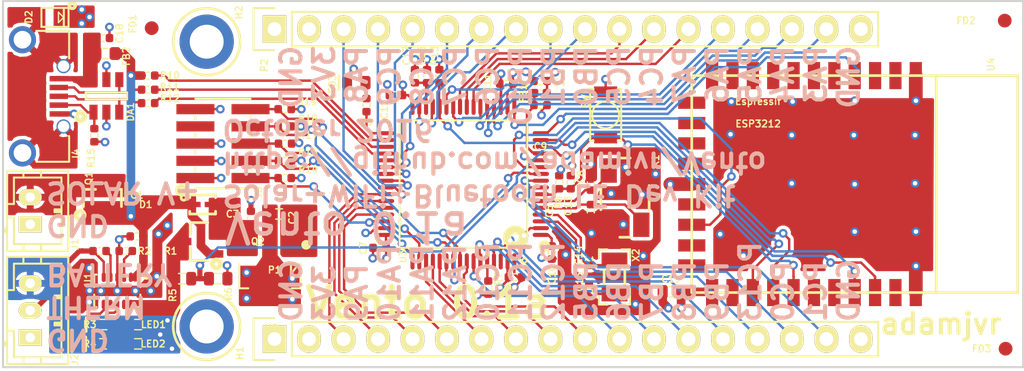
<source format=kicad_pcb>
(kicad_pcb (version 20160815) (host pcbnew "(2016-09-14 revision 83ed3c9)-makepkg")
  (layers (0 F.Cu signal) (1 In1.Cu power hide) (2 In2.Cu power hide) (31 B.Cu signal) (34 B.Paste user) (35 F.Paste user) (36 B.SilkS user hide) (37 F.SilkS user) (38 B.Mask user) (39 F.Mask user) (44 Edge.Cuts user))
  (net 0 "")
  (net 1 GND)
  (net 2 "Net-(C2-Pad1)")
  (net 3 +3V3)
  (net 4 "Net-(C5-Pad1)")
  (net 5 "Net-(C8-Pad1)")
  (net 6 "Net-(C9-Pad1)")
  (net 7 "Net-(C14-Pad1)")
  (net 8 "Net-(C15-Pad1)")
  (net 9 "Net-(C16-Pad1)")
  (net 10 "Net-(C18-Pad2)")
  (net 11 "Net-(C19-Pad1)")
  (net 12 "Net-(D2-Pad1)")
  (net 13 "Net-(DA1-Pad4)")
  (net 14 "Net-(DA1-Pad1)")
  (net 15 "Net-(DA1-Pad3)")
  (net 16 /MCU_STM32F446RET6/VBUS)
  (net 17 "Net-(J1-Pad2)")
  (net 18 /Power/BAT)
  (net 19 /Power/THERM)
  (net 20 /MCU_STM32F446RET6/SWDIO_TMS)
  (net 21 /MCU_STM32F446RET6/SWCLK_TCK)
  (net 22 /MCU_STM32F446RET6/SWO_TDO)
  (net 23 "Net-(J3-Pad7)")
  (net 24 /MCU_STM32F446RET6/SWO_TDI)
  (net 25 /MCU_STM32F446RET6/NJTRST)
  (net 26 "Net-(LED1-Pad2)")
  (net 27 "Net-(LED1-Pad1)")
  (net 28 "Net-(LED2-Pad1)")
  (net 29 "Net-(LED2-Pad2)")
  (net 30 "Net-(LED3-Pad1)")
  (net 31 "Net-(R1-Pad1)")
  (net 32 "Net-(R2-Pad1)")
  (net 33 /MCU_STM32F446RET6/ESPTOST_BOOT0)
  (net 34 /MCU_STM32F446RET6/HEARTBEAT)
  (net 35 "Net-(R10-Pad1)")
  (net 36 "Net-(R11-Pad1)")
  (net 37 "Net-(R12-Pad1)")
  (net 38 /MCU_STM32F446RET6/ESPTOST_BOOT1)
  (net 39 "Net-(U1-Pad9)")
  (net 40 /MCU_STM32F446RET6/ESP_PGM_MODE)
  (net 41 /MCU_STM32F446RET6/STM_ESP_RST)
  (net 42 /MCU_STM32F446RET6/ESP_URX)
  (net 43 /MCU_STM32F446RET6/ESP_UTX)
  (net 44 /MCU_STM32F446RET6/BAT_VOLT)
  (net 45 "Net-(U4-Pad10)")
  (net 46 "Net-(U4-Pad12)")
  (net 47 "Net-(U4-Pad13)")
  (net 48 "Net-(U4-Pad14)")
  (net 49 "Net-(U4-Pad20)")
  (net 50 "Net-(H1-Pad1)")
  (net 51 "Net-(H2-Pad1)")
  (net 52 "Net-(FD3-Pad1)")
  (net 53 "Net-(FD2-Pad1)")
  (net 54 "Net-(FD1-Pad1)")
  (net 55 /MCU_STM32F446RET6/PB9)
  (net 56 /MCU_STM32F446RET6/PB8)
  (net 57 /MCU_STM32F446RET6/PB7)
  (net 58 /MCU_STM32F446RET6/PB6)
  (net 59 /MCU_STM32F446RET6/PB5)
  (net 60 /MCU_STM32F446RET6/PC12)
  (net 61 /MCU_STM32F446RET6/PC11)
  (net 62 /MCU_STM32F446RET6/PC10)
  (net 63 /MCU_STM32F446RET6/PA4)
  (net 64 /MCU_STM32F446RET6/PA5)
  (net 65 /MCU_STM32F446RET6/PA6)
  (net 66 /MCU_STM32F446RET6/PA7)
  (net 67 /MCU_STM32F446RET6/PC4)
  (net 68 /MCU_STM32F446RET6/PC5)
  (net 69 /MCU_STM32F446RET6/PA8)
  (net 70 /MCU_STM32F446RET6/PA9)
  (net 71 /MCU_STM32F446RET6/PA10)
  (net 72 /MCU_STM32F446RET6/PA11)
  (net 73 /MCU_STM32F446RET6/PA12)
  (net 74 /MCU_STM32F446RET6/PC8)
  (net 75 /MCU_STM32F446RET6/PC9)
  (net 76 /MCU_STM32F446RET6/PC6)
  (net 77 /MCU_STM32F446RET6/PC7)
  (net 78 /MCU_STM32F446RET6/PB10)
  (net 79 /MCU_STM32F446RET6/PC0)
  (net 80 /MCU_STM32F446RET6/PC1)
  (net 81 /MCU_STM32F446RET6/PC13)
  (net 82 /MCU_STM32F446RET6/PB0)
  (net 83 /MCU_STM32F446RET6/PB1)
  (net 84 "Net-(R7-Pad1)")
  (net 85 /MCU_STM32F446RET6/PA3)
  (net 86 "Net-(U4-Pad22)")
  (net 87 "Net-(U4-Pad17)")
  (net 88 "Net-(U4-Pad15)")
  (net 89 "Net-(U4-Pad11)")
  (net 90 /MCU_STM32F446RET6/ESP_ST_RST)
  (net 91 "Net-(U4-Pad19)")
  (net 92 "Net-(U4-Pad26)")
  (net 93 "Net-(U4-Pad2)")
  (net 94 "Net-(U4-Pad3)")
  (net 95 "Net-(U4-Pad4)")
  (net 96 "Net-(U4-Pad5)")
  (net 97 "Net-(U4-Pad6)")
  (net 98 "Net-(U4-Pad7)")
  (net 99 "Net-(U4-Pad8)")
  (net 100 "Net-(U4-Pad9)")
  (net 101 "Net-(U4-Pad27)")
  (net 102 "Net-(U4-Pad30)")
  (module ESP32-footprints-Lib:ESP3212 (layer F.Cu) (at 208.5975 85.078953 270)
    (fp_text reference U4 (at -8.815453 -10.033 270) (layer F.SilkS) (effects (font (size 0.5 0.5) (thickness 0.1))))
    (fp_text value ESP3212)
    (fp_text user Espressif (at -6.096 7.112) (layer F.SilkS) (effects (font (size 0.5 0.5) (thickness 0.1))))
    (fp_text user ESP3212 (at -4.445 7.112) (layer F.SilkS) (effects (font (size 0.5 0.5) (thickness 0.1))))
    (pad 31 smd rect (at 8 -4.5 270) (size 2 0.9) (layers F.Cu F.Paste F.Mask) (net 1 GND))
    (pad 30 smd rect (at 8 -3 270) (size 2 0.9) (layers F.Cu F.Paste F.Mask) (net 102 "Net-(U4-Pad30)"))
    (pad 29 smd rect (at 8 -1.5 270) (size 2 0.9) (layers F.Cu F.Paste F.Mask) (net 42 /MCU_STM32F446RET6/ESP_URX))
    (pad 28 smd rect (at 8 0 270) (size 2 0.9) (layers F.Cu F.Paste F.Mask) (net 43 /MCU_STM32F446RET6/ESP_UTX))
    (pad 27 smd rect (at 8 1.5 270) (size 2 0.9) (layers F.Cu F.Paste F.Mask) (net 101 "Net-(U4-Pad27)"))
    (pad 25 smd rect (at 8.001 4.5 270) (size 2 0.9) (layers F.Cu F.Paste F.Mask) (net 90 /MCU_STM32F446RET6/ESP_ST_RST))
    (pad 24 smd rect (at 8 6 270) (size 2 0.9) (layers F.Cu F.Paste F.Mask) (net 38 /MCU_STM32F446RET6/ESPTOST_BOOT1))
    (pad 23 smd rect (at 8 7.5 270) (size 2 0.9) (layers F.Cu F.Paste F.Mask) (net 33 /MCU_STM32F446RET6/ESPTOST_BOOT0))
    (pad 22 smd rect (at 8 9 270) (size 2 0.9) (layers F.Cu F.Paste F.Mask) (net 86 "Net-(U4-Pad22)"))
    (pad 21 smd rect (at 8 10.5 270) (size 2 0.9) (layers F.Cu F.Paste F.Mask) (net 11 "Net-(C19-Pad1)"))
    (pad 11 smd rect (at -8 10.5 270) (size 2 0.9) (layers F.Cu F.Paste F.Mask) (net 89 "Net-(U4-Pad11)"))
    (pad 10 smd rect (at -8 9 270) (size 2 0.9) (layers F.Cu F.Paste F.Mask) (net 45 "Net-(U4-Pad10)"))
    (pad 9 smd rect (at -8 7.5 270) (size 2 0.9) (layers F.Cu F.Paste F.Mask) (net 100 "Net-(U4-Pad9)"))
    (pad 8 smd rect (at -8 6 270) (size 2 0.9) (layers F.Cu F.Paste F.Mask) (net 99 "Net-(U4-Pad8)"))
    (pad 7 smd rect (at -8 4.5 270) (size 2 0.9) (layers F.Cu F.Paste F.Mask) (net 98 "Net-(U4-Pad7)"))
    (pad 6 smd rect (at -8 3 270) (size 2 0.9) (layers F.Cu F.Paste F.Mask) (net 97 "Net-(U4-Pad6)"))
    (pad 5 smd rect (at -8 1.5 270) (size 2 0.9) (layers F.Cu F.Paste F.Mask) (net 96 "Net-(U4-Pad5)"))
    (pad 4 smd rect (at -8 0 270) (size 2 0.9) (layers F.Cu F.Paste F.Mask) (net 95 "Net-(U4-Pad4)"))
    (pad 3 smd rect (at -8 -1.5 270) (size 2 0.9) (layers F.Cu F.Paste F.Mask) (net 94 "Net-(U4-Pad3)"))
    (pad 2 smd rect (at -8 -3 270) (size 2 0.9) (layers F.Cu F.Paste F.Mask) (net 93 "Net-(U4-Pad2)"))
    (pad 26 smd rect (at 8 3 270) (size 2 0.9) (layers F.Cu F.Paste F.Mask) (net 92 "Net-(U4-Pad26)"))
    (pad 1 smd rect (at -8 -4.5 270) (size 2 0.9) (layers F.Cu F.Paste F.Mask) (net 1 GND))
    (pad 12 smd rect (at -6 12 270) (size 0.9 2) (layers F.Cu F.Paste F.Mask) (net 46 "Net-(U4-Pad12)"))
    (pad 13 smd rect (at -4.5 12 270) (size 0.9 2) (layers F.Cu F.Paste F.Mask) (net 47 "Net-(U4-Pad13)"))
    (pad 14 smd rect (at -3 12 270) (size 0.9 2) (layers F.Cu F.Paste F.Mask) (net 48 "Net-(U4-Pad14)"))
    (pad 15 smd rect (at -1.5 12 270) (size 0.9 2) (layers F.Cu F.Paste F.Mask) (net 88 "Net-(U4-Pad15)"))
    (pad 16 smd rect (at 0 12 270) (size 0.9 2) (layers F.Cu F.Paste F.Mask) (net 1 GND))
    (pad 17 smd rect (at 1.5 12 270) (size 0.9 2) (layers F.Cu F.Paste F.Mask) (net 87 "Net-(U4-Pad17)"))
    (pad 18 smd rect (at 3 12 270) (size 0.9 2) (layers F.Cu F.Paste F.Mask) (net 40 /MCU_STM32F446RET6/ESP_PGM_MODE))
    (pad 19 smd rect (at 4.524 12 270) (size 0.9 2) (layers F.Cu F.Paste F.Mask) (net 91 "Net-(U4-Pad19)"))
    (pad 20 smd rect (at 6 12 270) (size 0.9 2) (layers F.Cu F.Paste F.Mask) (net 49 "Net-(U4-Pad20)"))
  )
  (module PCB_Footprints:C0603 (layer F.Cu) (at 195.1355 93.0275 180)
    (fp_text reference C19 (at 0.0635 0.9525 180) (layer F.SilkS) (effects (font (size 0.5 0.5) (thickness 0.1))))
    (fp_text value CL10A106KQ8NNNC)
    (pad 1 smd roundrect (at -0.68 0 180) (size 0.74 1) (layers F.Cu F.Paste F.Mask) (net 11 "Net-(C19-Pad1)"))
    (pad 2 smd roundrect (at 0.68 0 180) (size 0.74 1) (layers F.Cu F.Paste F.Mask) (net 1 GND))
  )
  (module Socket_Strips:Socket_Strip_Straight_1x18 (layer F.Cu) (at 165.873691 96.508953)
    (fp_text reference P1 (at 0 -5.1) (layer F.SilkS) (effects (font (size 0.5 0.5) (thickness 0.1))))
    (fp_text value CONN_01X18)
    (pad 18 thru_hole oval (at 43.18 0) (size 1.7272 2.032) (drill 1.016) (layers *.Cu *.Mask F.SilkS) (net 1 GND))
    (pad 17 thru_hole oval (at 40.64 0) (size 1.7272 2.032) (drill 1.016) (layers *.Cu *.Mask F.SilkS) (net 80 /MCU_STM32F446RET6/PC1))
    (pad 16 thru_hole oval (at 38.1 0) (size 1.7272 2.032) (drill 1.016) (layers *.Cu *.Mask F.SilkS) (net 79 /MCU_STM32F446RET6/PC0))
    (pad 15 thru_hole oval (at 35.56 0) (size 1.7272 2.032) (drill 1.016) (layers *.Cu *.Mask F.SilkS) (net 81 /MCU_STM32F446RET6/PC13))
    (pad 14 thru_hole oval (at 33.02 0) (size 1.7272 2.032) (drill 1.016) (layers *.Cu *.Mask F.SilkS) (net 55 /MCU_STM32F446RET6/PB9))
    (pad 13 thru_hole oval (at 30.48 0) (size 1.7272 2.032) (drill 1.016) (layers *.Cu *.Mask F.SilkS) (net 56 /MCU_STM32F446RET6/PB8))
    (pad 12 thru_hole oval (at 27.94 0) (size 1.7272 2.032) (drill 1.016) (layers *.Cu *.Mask F.SilkS) (net 57 /MCU_STM32F446RET6/PB7))
    (pad 11 thru_hole oval (at 25.4 0) (size 1.7272 2.032) (drill 1.016) (layers *.Cu *.Mask F.SilkS) (net 58 /MCU_STM32F446RET6/PB6))
    (pad 10 thru_hole oval (at 22.86 0) (size 1.7272 2.032) (drill 1.016) (layers *.Cu *.Mask F.SilkS) (net 59 /MCU_STM32F446RET6/PB5))
    (pad 9 thru_hole oval (at 20.32 0) (size 1.7272 2.032) (drill 1.016) (layers *.Cu *.Mask F.SilkS) (net 60 /MCU_STM32F446RET6/PC12))
    (pad 8 thru_hole oval (at 17.78 0) (size 1.7272 2.032) (drill 1.016) (layers *.Cu *.Mask F.SilkS) (net 61 /MCU_STM32F446RET6/PC11))
    (pad 7 thru_hole oval (at 15.24 0) (size 1.7272 2.032) (drill 1.016) (layers *.Cu *.Mask F.SilkS) (net 62 /MCU_STM32F446RET6/PC10))
    (pad 6 thru_hole oval (at 12.7 0) (size 1.7272 2.032) (drill 1.016) (layers *.Cu *.Mask F.SilkS) (net 73 /MCU_STM32F446RET6/PA12))
    (pad 5 thru_hole oval (at 10.16 0) (size 1.7272 2.032) (drill 1.016) (layers *.Cu *.Mask F.SilkS) (net 72 /MCU_STM32F446RET6/PA11))
    (pad 4 thru_hole oval (at 7.62 0) (size 1.7272 2.032) (drill 1.016) (layers *.Cu *.Mask F.SilkS) (net 71 /MCU_STM32F446RET6/PA10))
    (pad 3 thru_hole oval (at 5.08 0) (size 1.7272 2.032) (drill 1.016) (layers *.Cu *.Mask F.SilkS) (net 70 /MCU_STM32F446RET6/PA9))
    (pad 2 thru_hole oval (at 2.54 0) (size 1.7272 2.032) (drill 1.016) (layers *.Cu *.Mask F.SilkS) (net 3 +3V3))
    (pad 1 thru_hole rect (at 0 0) (size 1.7272 2.032) (drill 1.016) (layers *.Cu *.Mask F.SilkS) (net 1 GND))
  )
  (module Socket_Strips:Socket_Strip_Straight_1x18 (layer F.Cu) (at 165.873691 73.648953)
    (fp_text reference P2 (at -0.75 2.68 -270) (layer F.SilkS) (effects (font (size 0.5 0.5) (thickness 0.1))))
    (fp_text value CONN_01X18)
    (pad 1 thru_hole rect (at 0 0) (size 1.7272 2.032) (drill 1.016) (layers *.Cu *.Mask F.SilkS) (net 1 GND))
    (pad 2 thru_hole oval (at 2.54 0) (size 1.7272 2.032) (drill 1.016) (layers *.Cu *.Mask F.SilkS) (net 3 +3V3))
    (pad 3 thru_hole oval (at 5.08 0) (size 1.7272 2.032) (drill 1.016) (layers *.Cu *.Mask F.SilkS) (net 69 /MCU_STM32F446RET6/PA8))
    (pad 4 thru_hole oval (at 7.62 0) (size 1.7272 2.032) (drill 1.016) (layers *.Cu *.Mask F.SilkS) (net 75 /MCU_STM32F446RET6/PC9))
    (pad 5 thru_hole oval (at 10.16 0) (size 1.7272 2.032) (drill 1.016) (layers *.Cu *.Mask F.SilkS) (net 74 /MCU_STM32F446RET6/PC8))
    (pad 6 thru_hole oval (at 12.7 0) (size 1.7272 2.032) (drill 1.016) (layers *.Cu *.Mask F.SilkS) (net 77 /MCU_STM32F446RET6/PC7))
    (pad 7 thru_hole oval (at 15.24 0) (size 1.7272 2.032) (drill 1.016) (layers *.Cu *.Mask F.SilkS) (net 76 /MCU_STM32F446RET6/PC6))
    (pad 8 thru_hole oval (at 17.78 0) (size 1.7272 2.032) (drill 1.016) (layers *.Cu *.Mask F.SilkS) (net 78 /MCU_STM32F446RET6/PB10))
    (pad 9 thru_hole oval (at 20.32 0) (size 1.7272 2.032) (drill 1.016) (layers *.Cu *.Mask F.SilkS) (net 83 /MCU_STM32F446RET6/PB1))
    (pad 10 thru_hole oval (at 22.86 0) (size 1.7272 2.032) (drill 1.016) (layers *.Cu *.Mask F.SilkS) (net 82 /MCU_STM32F446RET6/PB0))
    (pad 11 thru_hole oval (at 25.4 0) (size 1.7272 2.032) (drill 1.016) (layers *.Cu *.Mask F.SilkS) (net 68 /MCU_STM32F446RET6/PC5))
    (pad 12 thru_hole oval (at 27.94 0) (size 1.7272 2.032) (drill 1.016) (layers *.Cu *.Mask F.SilkS) (net 67 /MCU_STM32F446RET6/PC4))
    (pad 13 thru_hole oval (at 30.48 0) (size 1.7272 2.032) (drill 1.016) (layers *.Cu *.Mask F.SilkS) (net 66 /MCU_STM32F446RET6/PA7))
    (pad 14 thru_hole oval (at 33.02 0) (size 1.7272 2.032) (drill 1.016) (layers *.Cu *.Mask F.SilkS) (net 65 /MCU_STM32F446RET6/PA6))
    (pad 15 thru_hole oval (at 35.56 0) (size 1.7272 2.032) (drill 1.016) (layers *.Cu *.Mask F.SilkS) (net 64 /MCU_STM32F446RET6/PA5))
    (pad 16 thru_hole oval (at 38.1 0) (size 1.7272 2.032) (drill 1.016) (layers *.Cu *.Mask F.SilkS) (net 63 /MCU_STM32F446RET6/PA4))
    (pad 17 thru_hole oval (at 40.64 0) (size 1.7272 2.032) (drill 1.016) (layers *.Cu *.Mask F.SilkS) (net 85 /MCU_STM32F446RET6/PA3))
    (pad 18 thru_hole oval (at 43.18 0) (size 1.7272 2.032) (drill 1.016) (layers *.Cu *.Mask F.SilkS) (net 1 GND))
  )
  (module PCB_Footprints:BQ24210 (layer F.Cu) (at 154.277998 93.02761 270)
    (fp_text reference U1 (at -0.916657 2.133107 270) (layer F.SilkS) (effects (font (size 0.5 0.5) (thickness 0.1))))
    (fp_text value BQ24210DQCT)
    (pad 5 smd oval (at -1.075157 0.986807 180) (size 0.3 0.7) (layers F.Cu F.Paste F.Mask) (net 19 /Power/THERM))
    (pad 4 smd oval (at -1.075157 0.486807 180) (size 0.3 0.7) (layers F.Cu F.Paste F.Mask) (net 32 "Net-(R2-Pad1)"))
    (pad 3 smd oval (at -1.075157 -0.013193 180) (size 0.3 0.7) (layers F.Cu F.Paste F.Mask) (net 1 GND))
    (pad 2 smd oval (at -1.075157 -0.513193 180) (size 0.3 0.7) (layers F.Cu F.Paste F.Mask) (net 31 "Net-(R1-Pad1)"))
    (pad 1 smd oval (at -1.075157 -1.013193 180) (size 0.3 0.7) (layers F.Cu F.Paste F.Mask) (net 16 /MCU_STM32F446RET6/VBUS))
    (pad 11 smd rect (at -0.075157 -0.013193 180) (size 2.4 0.75) (layers F.Cu F.Paste F.Mask) (net 1 GND))
    (pad 6 smd oval (at 0.924843 0.986807 180) (size 0.3 0.7) (layers F.Cu F.Paste F.Mask) (net 29 "Net-(LED2-Pad2)"))
    (pad 7 smd oval (at 0.924843 0.486807 180) (size 0.3 0.7) (layers F.Cu F.Paste F.Mask) (net 29 "Net-(LED2-Pad2)"))
    (pad 8 smd oval (at 0.924843 -0.013193 180) (size 0.3 0.7) (layers F.Cu F.Paste F.Mask) (net 26 "Net-(LED1-Pad2)"))
    (pad 9 smd oval (at 0.924843 -0.513193 180) (size 0.3 0.7) (layers F.Cu F.Paste F.Mask) (net 39 "Net-(U1-Pad9)"))
    (pad 10 smd oval (at 0.924843 -1.013193 180) (size 0.3 0.7) (layers F.Cu F.Paste F.Mask) (net 18 /Power/BAT))
  )
  (module PCB_Footprints:BAT20JFILM (layer F.Cu) (at 160.577691 86.586453)
    (fp_text reference D1 (at -4.191 0) (layer F.SilkS) (effects (font (size 0.5 0.5) (thickness 0.1))))
    (fp_text value BAT20JFILM)
    (pad 1 smd rect (at -0.8 0) (size 1.3 0.4) (layers F.Cu F.Paste F.Mask) (net 16 /MCU_STM32F446RET6/VBUS))
    (pad 2 smd rect (at 0.8 0) (size 1.3 0.4) (layers F.Cu F.Paste F.Mask) (net 2 "Net-(C2-Pad1)"))
  )
  (module PCB_Footprints:DMG2307L-7 (layer F.Cu) (at 153.198691 86.228953 90)
    (fp_text reference Q1 (at 1.575 -1 90) (layer F.SilkS) (effects (font (size 0.5 0.5) (thickness 0.1))))
    (fp_text value DMG2307L-7)
    (pad 2 smd rect (at -1.175 0.915 90) (size 0.95 0.55) (layers F.Cu F.Paste F.Mask) (net 16 /MCU_STM32F446RET6/VBUS))
    (pad 1 smd rect (at -1.175 -0.915 90) (size 0.95 0.55) (layers F.Cu F.Paste F.Mask) (net 16 /MCU_STM32F446RET6/VBUS))
    (pad 3 smd rect (at 1.175 0 90) (size 0.95 0.55) (layers F.Cu F.Paste F.Mask) (net 17 "Net-(J1-Pad2)"))
  )
  (module PCB_Footprints:DMG2307L-7 (layer F.Cu) (at 160.450691 89.316953 180)
    (fp_text reference Q2 (at -4.191 0 180) (layer F.SilkS) (effects (font (size 0.5 0.5) (thickness 0.1))))
    (fp_text value DMG2307L-7)
    (pad 2 smd rect (at -1.175 0.915 180) (size 0.95 0.55) (layers F.Cu F.Paste F.Mask) (net 2 "Net-(C2-Pad1)"))
    (pad 1 smd rect (at -1.175 -0.915 180) (size 0.95 0.55) (layers F.Cu F.Paste F.Mask) (net 16 /MCU_STM32F446RET6/VBUS))
    (pad 3 smd rect (at 1.175 0 180) (size 0.95 0.55) (layers F.Cu F.Paste F.Mask) (net 18 /Power/BAT))
  )
  (module PCB_Footprints:ABS07-32.768KHZ-9-T (layer F.Cu) (at 190.906251 91.928953 270)
    (fp_text reference X2 (at -1.609 -1.579 270) (layer F.SilkS) (effects (font (size 0.5 0.5) (thickness 0.1))))
    (fp_text value ABS07-32.768KHZ-9-T)
    (pad 1 smd rect (at -1.25 0 270) (size 1.1 1.9) (layers F.Cu F.Paste F.Mask) (net 7 "Net-(C14-Pad1)"))
    (pad 2 smd rect (at 1.25 0 270) (size 1.1 1.9) (layers F.Cu F.Paste F.Mask) (net 8 "Net-(C15-Pad1)"))
  )
  (module PCB_Footprints:RSB39VTE-17 (layer F.Cu) (at 149.703291 72.785353 180)
    (fp_text reference D2 (at 1.9296 0.0256 270) (layer F.SilkS) (effects (font (size 0.5 0.5) (thickness 0.1))))
    (fp_text value RSB39VTE-17)
    (pad 2 smd rect (at -1.1 0 270) (size 0.61 0.61) (layers F.Cu F.Paste F.Mask) (net 1 GND))
    (pad 1 smd rect (at 1.1 0 270) (size 0.61 0.61) (layers F.Cu F.Paste F.Mask) (net 12 "Net-(D2-Pad1)"))
  )
  (module PCB_Footprints:ESDA6V1BC6 (layer F.Cu) (at 153.487891 78.576553 90)
    (fp_text reference DA1 (at -1.1832 1.77 90) (layer F.SilkS) (effects (font (size 0.5 0.5) (thickness 0.1))))
    (fp_text value ESDA6V1BC6)
    (pad 3 smd rect (at -1.2 0.95 90) (size 1.1 0.6) (layers F.Cu F.Paste F.Mask) (net 15 "Net-(DA1-Pad3)"))
    (pad 2 smd rect (at -1.2 0 90) (size 1.1 0.6) (layers F.Cu F.Paste F.Mask) (net 1 GND))
    (pad 1 smd rect (at -1.2 -0.95 90) (size 1.1 0.6) (layers F.Cu F.Paste F.Mask) (net 14 "Net-(DA1-Pad1)"))
    (pad 6 smd rect (at 1.2 -0.95 90) (size 1.1 0.6) (layers F.Cu F.Paste F.Mask) (net 10 "Net-(C18-Pad2)"))
    (pad 5 smd rect (at 1.2 0 90) (size 1.1 0.6) (layers F.Cu F.Paste F.Mask) (net 1 GND))
    (pad 4 smd rect (at 1.2 0.95 90) (size 1.1 0.6) (layers F.Cu F.Paste F.Mask) (net 13 "Net-(DA1-Pad4)"))
  )
  (module PCB_Footprints:ABM3B8.000MHZB2T (layer F.Cu) (at 191.681251 86.078953 90)
    (fp_text reference X1 (at 2.705 2.256 90) (layer F.SilkS) (effects (font (size 0.5 0.5) (thickness 0.1))))
    (fp_text value ABM3B8.000MHZB2T)
    (pad 1 smd rect (at -2 1.2 90) (size 1.8 1.2) (layers F.Cu F.Paste F.Mask) (net 4 "Net-(C5-Pad1)"))
    (pad 3 smd rect (at 2 -1.2 90) (size 1.8 1.2) (layers F.Cu F.Paste F.Mask) (net 5 "Net-(C8-Pad1)"))
    (pad 2 smd rect (at 2 1.2 90) (size 1.8 1.2) (layers F.Cu F.Paste F.Mask) (net 1 GND))
    (pad 4 smd rect (at -2 -1.2 90) (size 1.8 1.2) (layers F.Cu F.Paste F.Mask) (net 1 GND))
  )
  (module PCB_Footprints:FIDUCIAL (layer F.Cu) (at 156.823691 73.578953 90)
    (fp_text reference FD1 (at 0.312 -1.398 90) (layer F.SilkS) (effects (font (size 0.5 0.5) (thickness 0.1))))
    (fp_text value FIDUCIAL)
    (pad 1 smd circle (at 0 0 90) (size 1.016 1.016) (layers F.Cu F.Mask) (net 54 "Net-(FD1-Pad1)"))
  )
  (module PCB_Footprints:FIDUCIAL (layer F.Cu) (at 219.6465 73.025 90)
    (fp_text reference FD2 (at 0 -2.8575 180) (layer F.SilkS) (effects (font (size 0.5 0.5) (thickness 0.1))))
    (fp_text value FIDUCIAL)
    (pad 1 smd circle (at 0 0 90) (size 1.016 1.016) (layers F.Cu F.Mask) (net 53 "Net-(FD2-Pad1)"))
  )
  (module PCB_Footprints:FIDUCIAL (layer F.Cu) (at 219.71 97.2185 90)
    (fp_text reference FD3 (at 0 -1.778 180) (layer F.SilkS) (effects (font (size 0.5 0.5) (thickness 0.1))))
    (fp_text value FIDUCIAL)
    (pad 1 smd circle (at 0 0 90) (size 1.016 1.016) (layers F.Cu F.Mask) (net 52 "Net-(FD3-Pad1)"))
  )
  (module PCB_Footprints:M2.5_HOLE (layer F.Cu) (at 160.873691 74.578953 90)
    (fp_text reference H2 (at 2.1516 2.371 90) (layer F.SilkS) (effects (font (size 0.5 0.5) (thickness 0.1))))
    (fp_text value M2.5_Hole)
    (pad 1 thru_hole circle (at 0 0 90) (size 4 4) (drill 2.5) (layers *.Cu *.Mask) (net 51 "Net-(H2-Pad1)"))
  )
  (module PCB_Footprints:M2.5_HOLE (layer F.Cu) (at 160.873691 95.578953 90)
    (fp_text reference H1 (at -1.9712 2.4472 90) (layer F.SilkS) (effects (font (size 0.5 0.5) (thickness 0.1))))
    (fp_text value M2.5_Hole)
    (pad 1 thru_hole circle (at 0 0 90) (size 4 4) (drill 2.5) (layers *.Cu *.Mask) (net 50 "Net-(H1-Pad1)"))
  )
  (module PCB_Footprints:STM32F446RET6 (layer F.Cu) (at 179.781251 85.078953 180)
    (fp_text reference U3 (at 4.46 -5.3302 270) (layer F.SilkS) (effects (font (size 0.5 0.5) (thickness 0.1))))
    (fp_text value STM32F446RET6_-_TQFP64)
    (pad 1 smd oval (at -5.7 -3.75 270) (size 0.3 1.2) (layers F.Cu F.Paste F.Mask) (net 3 +3V3))
    (pad 2 smd oval (at -5.7 -3.25 270) (size 0.3 1.2) (layers F.Cu F.Paste F.Mask) (net 81 /MCU_STM32F446RET6/PC13))
    (pad 3 smd oval (at -5.7 -2.75 270) (size 0.3 1.2) (layers F.Cu F.Paste F.Mask) (net 8 "Net-(C15-Pad1)"))
    (pad 4 smd oval (at -5.7 -2.25 270) (size 0.3 1.2) (layers F.Cu F.Paste F.Mask) (net 7 "Net-(C14-Pad1)"))
    (pad 5 smd oval (at -5.7 -1.75 270) (size 0.3 1.2) (layers F.Cu F.Paste F.Mask) (net 4 "Net-(C5-Pad1)"))
    (pad 6 smd oval (at -5.7 -1.25 270) (size 0.3 1.2) (layers F.Cu F.Paste F.Mask) (net 5 "Net-(C8-Pad1)"))
    (pad 7 smd oval (at -5.7 -0.75 270) (size 0.3 1.2) (layers F.Cu F.Paste F.Mask) (net 90 /MCU_STM32F446RET6/ESP_ST_RST))
    (pad 8 smd oval (at -5.7 -0.25 270) (size 0.3 1.2) (layers F.Cu F.Paste F.Mask) (net 79 /MCU_STM32F446RET6/PC0))
    (pad 9 smd oval (at -5.7 0.25 270) (size 0.3 1.2) (layers F.Cu F.Paste F.Mask) (net 80 /MCU_STM32F446RET6/PC1))
    (pad 10 smd oval (at -5.7 0.75 270) (size 0.3 1.2) (layers F.Cu F.Paste F.Mask) (net 44 /MCU_STM32F446RET6/BAT_VOLT))
    (pad 11 smd oval (at -5.7 1.25 270) (size 0.3 1.2) (layers F.Cu F.Paste F.Mask) (net 40 /MCU_STM32F446RET6/ESP_PGM_MODE))
    (pad 12 smd oval (at -5.7 1.75 270) (size 0.3 1.2) (layers F.Cu F.Paste F.Mask) (net 1 GND))
    (pad 13 smd oval (at -5.7 2.25 270) (size 0.3 1.2) (layers F.Cu F.Paste F.Mask) (net 6 "Net-(C9-Pad1)"))
    (pad 14 smd oval (at -5.7 2.75 270) (size 0.3 1.2) (layers F.Cu F.Paste F.Mask) (net 42 /MCU_STM32F446RET6/ESP_URX))
    (pad 15 smd oval (at -5.7 3.25 270) (size 0.3 1.2) (layers F.Cu F.Paste F.Mask) (net 43 /MCU_STM32F446RET6/ESP_UTX))
    (pad 16 smd oval (at -5.7 3.75 270) (size 0.3 1.2) (layers F.Cu F.Paste F.Mask) (net 41 /MCU_STM32F446RET6/STM_ESP_RST))
    (pad 17 smd oval (at -3.75 5.7 180) (size 0.3 1.2) (layers F.Cu F.Paste F.Mask) (net 85 /MCU_STM32F446RET6/PA3))
    (pad 18 smd oval (at -3.25 5.7 180) (size 0.3 1.2) (layers F.Cu F.Paste F.Mask) (net 1 GND))
    (pad 19 smd oval (at -2.75 5.7 180) (size 0.3 1.2) (layers F.Cu F.Paste F.Mask) (net 3 +3V3))
    (pad 20 smd oval (at -2.25 5.7 180) (size 0.3 1.2) (layers F.Cu F.Paste F.Mask) (net 63 /MCU_STM32F446RET6/PA4))
    (pad 21 smd oval (at -1.75 5.7 180) (size 0.3 1.2) (layers F.Cu F.Paste F.Mask) (net 64 /MCU_STM32F446RET6/PA5))
    (pad 22 smd oval (at -1.25 5.7 180) (size 0.3 1.2) (layers F.Cu F.Paste F.Mask) (net 65 /MCU_STM32F446RET6/PA6))
    (pad 23 smd oval (at -0.75 5.7 180) (size 0.3 1.2) (layers F.Cu F.Paste F.Mask) (net 66 /MCU_STM32F446RET6/PA7))
    (pad 24 smd oval (at -0.25 5.7 180) (size 0.3 1.2) (layers F.Cu F.Paste F.Mask) (net 67 /MCU_STM32F446RET6/PC4))
    (pad 25 smd oval (at 0.25 5.7 180) (size 0.3 1.2) (layers F.Cu F.Paste F.Mask) (net 68 /MCU_STM32F446RET6/PC5))
    (pad 26 smd oval (at 0.75 5.7 180) (size 0.3 1.2) (layers F.Cu F.Paste F.Mask) (net 82 /MCU_STM32F446RET6/PB0))
    (pad 27 smd oval (at 1.25 5.7 180) (size 0.3 1.2) (layers F.Cu F.Paste F.Mask) (net 83 /MCU_STM32F446RET6/PB1))
    (pad 28 smd oval (at 1.75 5.7 180) (size 0.3 1.2) (layers F.Cu F.Paste F.Mask) (net 38 /MCU_STM32F446RET6/ESPTOST_BOOT1))
    (pad 29 smd oval (at 2.25 5.7 180) (size 0.3 1.2) (layers F.Cu F.Paste F.Mask) (net 78 /MCU_STM32F446RET6/PB10))
    (pad 30 smd oval (at 2.75 5.7 180) (size 0.3 1.2) (layers F.Cu F.Paste F.Mask) (net 9 "Net-(C16-Pad1)"))
    (pad 31 smd oval (at 3.25 5.7 180) (size 0.3 1.2) (layers F.Cu F.Paste F.Mask) (net 1 GND))
    (pad 32 smd oval (at 3.75 5.7 180) (size 0.3 1.2) (layers F.Cu F.Paste F.Mask) (net 3 +3V3))
    (pad 33 smd oval (at 5.7 3.75 270) (size 0.3 1.2) (layers F.Cu F.Paste F.Mask) (net 34 /MCU_STM32F446RET6/HEARTBEAT))
    (pad 34 smd oval (at 5.7 3.25 270) (size 0.3 1.2) (layers F.Cu F.Paste F.Mask) (net 35 "Net-(R10-Pad1)"))
    (pad 35 smd oval (at 5.7 2.75 270) (size 0.3 1.2) (layers F.Cu F.Paste F.Mask) (net 36 "Net-(R11-Pad1)"))
    (pad 36 smd oval (at 5.7 2.25 270) (size 0.3 1.2) (layers F.Cu F.Paste F.Mask) (net 37 "Net-(R12-Pad1)"))
    (pad 37 smd oval (at 5.7 1.75 270) (size 0.3 1.2) (layers F.Cu F.Paste F.Mask) (net 76 /MCU_STM32F446RET6/PC6))
    (pad 38 smd oval (at 5.7 1.25 270) (size 0.3 1.2) (layers F.Cu F.Paste F.Mask) (net 77 /MCU_STM32F446RET6/PC7))
    (pad 39 smd oval (at 5.7 0.75 270) (size 0.3 1.2) (layers F.Cu F.Paste F.Mask) (net 74 /MCU_STM32F446RET6/PC8))
    (pad 40 smd oval (at 5.7 0.25 270) (size 0.3 1.2) (layers F.Cu F.Paste F.Mask) (net 75 /MCU_STM32F446RET6/PC9))
    (pad 41 smd oval (at 5.7 -0.25 270) (size 0.3 1.2) (layers F.Cu F.Paste F.Mask) (net 69 /MCU_STM32F446RET6/PA8))
    (pad 42 smd oval (at 5.7 -0.75 270) (size 0.3 1.2) (layers F.Cu F.Paste F.Mask) (net 70 /MCU_STM32F446RET6/PA9))
    (pad 43 smd oval (at 5.7 -1.25 270) (size 0.3 1.2) (layers F.Cu F.Paste F.Mask) (net 71 /MCU_STM32F446RET6/PA10))
    (pad 44 smd oval (at 5.7 -1.75 270) (size 0.3 1.2) (layers F.Cu F.Paste F.Mask) (net 72 /MCU_STM32F446RET6/PA11))
    (pad 45 smd oval (at 5.7 -2.25 270) (size 0.3 1.2) (layers F.Cu F.Paste F.Mask) (net 73 /MCU_STM32F446RET6/PA12))
    (pad 46 smd oval (at 5.7 -2.75 270) (size 0.3 1.2) (layers F.Cu F.Paste F.Mask) (net 20 /MCU_STM32F446RET6/SWDIO_TMS))
    (pad 47 smd oval (at 5.7 -3.25 270) (size 0.3 1.2) (layers F.Cu F.Paste F.Mask) (net 1 GND))
    (pad 48 smd oval (at 5.7 -3.75 270) (size 0.3 1.2) (layers F.Cu F.Paste F.Mask) (net 3 +3V3))
    (pad 49 smd oval (at 3.75 -5.7 180) (size 0.3 1.2) (layers F.Cu F.Paste F.Mask) (net 21 /MCU_STM32F446RET6/SWCLK_TCK))
    (pad 50 smd oval (at 3.25 -5.7 180) (size 0.3 1.2) (layers F.Cu F.Paste F.Mask) (net 24 /MCU_STM32F446RET6/SWO_TDI))
    (pad 51 smd oval (at 2.75 -5.7 180) (size 0.3 1.2) (layers F.Cu F.Paste F.Mask) (net 62 /MCU_STM32F446RET6/PC10))
    (pad 52 smd oval (at 2.25 -5.7 180) (size 0.3 1.2) (layers F.Cu F.Paste F.Mask) (net 61 /MCU_STM32F446RET6/PC11))
    (pad 53 smd oval (at 1.75 -5.7 180) (size 0.3 1.2) (layers F.Cu F.Paste F.Mask) (net 60 /MCU_STM32F446RET6/PC12))
    (pad 54 smd oval (at 1.25 -5.7 180) (size 0.3 1.2) (layers F.Cu F.Paste F.Mask) (net 33 /MCU_STM32F446RET6/ESPTOST_BOOT0))
    (pad 55 smd oval (at 0.75 -5.7 180) (size 0.3 1.2) (layers F.Cu F.Paste F.Mask) (net 22 /MCU_STM32F446RET6/SWO_TDO))
    (pad 56 smd oval (at 0.25 -5.7 180) (size 0.3 1.2) (layers F.Cu F.Paste F.Mask) (net 25 /MCU_STM32F446RET6/NJTRST))
    (pad 57 smd oval (at -0.25 -5.7 180) (size 0.3 1.2) (layers F.Cu F.Paste F.Mask) (net 59 /MCU_STM32F446RET6/PB5))
    (pad 58 smd oval (at -0.75 -5.7 180) (size 0.3 1.2) (layers F.Cu F.Paste F.Mask) (net 58 /MCU_STM32F446RET6/PB6))
    (pad 59 smd oval (at -1.25 -5.7 180) (size 0.3 1.2) (layers F.Cu F.Paste F.Mask) (net 57 /MCU_STM32F446RET6/PB7))
    (pad 60 smd oval (at -1.75 -5.7 180) (size 0.3 1.2) (layers F.Cu F.Paste F.Mask) (net 84 "Net-(R7-Pad1)"))
    (pad 61 smd oval (at -2.25 -5.7 180) (size 0.3 1.2) (layers F.Cu F.Paste F.Mask) (net 56 /MCU_STM32F446RET6/PB8))
    (pad 62 smd oval (at -2.75 -5.7 180) (size 0.3 1.2) (layers F.Cu F.Paste F.Mask) (net 55 /MCU_STM32F446RET6/PB9))
    (pad 63 smd oval (at -3.25 -5.7 180) (size 0.3 1.2) (layers F.Cu F.Paste F.Mask) (net 1 GND))
    (pad 64 smd oval (at -3.75 -5.7 180) (size 0.3 1.2) (layers F.Cu F.Paste F.Mask) (net 3 +3V3))
  )
  (module PCB_Footprints:C0402 (layer F.Cu) (at 155.726691 88.935953 180)
    (fp_text reference C1 (at 0 3.048 180) (layer F.SilkS) (effects (font (size 0.5 0.5) (thickness 0.1))))
    (fp_text value CL05A105KA5NQNC)
    (pad 1 smd roundrect (at -0.483 0 180) (size 0.559 0.61) (layers F.Cu F.Paste F.Mask) (net 16 /MCU_STM32F446RET6/VBUS))
    (pad 2 smd roundrect (at 0.483 0 180) (size 0.559 0.61) (layers F.Cu F.Paste F.Mask) (net 1 GND))
  )
  (module PCB_Footprints:C0402 (layer F.Cu) (at 164.133691 87.563953 90)
    (fp_text reference C2 (at 0 3.048 90) (layer F.SilkS) (effects (font (size 0.5 0.5) (thickness 0.1))))
    (fp_text value CL05A105KA5NQNC)
    (pad 1 smd roundrect (at -0.483 0 90) (size 0.559 0.61) (layers F.Cu F.Paste F.Mask) (net 2 "Net-(C2-Pad1)"))
    (pad 2 smd roundrect (at 0.483 0 90) (size 0.559 0.61) (layers F.Cu F.Paste F.Mask) (net 1 GND))
  )
  (module PCB_Footprints:C0603 (layer F.Cu) (at 166.210691 87.284953)
    (fp_text reference C3 (at -3.429 0) (layer F.SilkS) (effects (font (size 0.5 0.5) (thickness 0.1))))
    (fp_text value CL10A106KQ8NNNC)
    (pad 1 smd roundrect (at -0.68 0) (size 0.74 1) (layers F.Cu F.Paste F.Mask) (net 3 +3V3))
    (pad 2 smd roundrect (at 0.68 0) (size 0.74 1) (layers F.Cu F.Paste F.Mask) (net 1 GND))
  )
  (module PCB_Footprints:C0402 (layer F.Cu) (at 185.455851 77.477353 180)
    (fp_text reference C4 (at -1.361149 -0.119647) (layer F.SilkS) (effects (font (size 0.5 0.5) (thickness 0.1))))
    (fp_text value CL05B104JP5NNNC)
    (pad 1 smd roundrect (at -0.483 0 180) (size 0.559 0.61) (layers F.Cu F.Paste F.Mask) (net 3 +3V3))
    (pad 2 smd roundrect (at 0.483 0 180) (size 0.559 0.61) (layers F.Cu F.Paste F.Mask) (net 1 GND))
  )
  (module PCB_Footprints:C0402 (layer F.Cu) (at 189.162251 87.074953 270)
    (fp_text reference C5 (at 0 3.048 270) (layer F.SilkS) (effects (font (size 0.5 0.5) (thickness 0.1))))
    (fp_text value CL05C090CB5NNNC)
    (pad 1 smd roundrect (at -0.483 0 270) (size 0.559 0.61) (layers F.Cu F.Paste F.Mask) (net 4 "Net-(C5-Pad1)"))
    (pad 2 smd roundrect (at 0.483 0 270) (size 0.559 0.61) (layers F.Cu F.Paste F.Mask) (net 1 GND))
  )
  (module PCB_Footprints:C0402 (layer F.Cu) (at 183.576251 91.948 180)
    (fp_text reference C6 (at -0.6336 0.9866 270) (layer F.SilkS) (effects (font (size 0.5 0.5) (thickness 0.1))))
    (fp_text value CL05B104JP5NNNC)
    (pad 1 smd roundrect (at -0.483 0 180) (size 0.559 0.61) (layers F.Cu F.Paste F.Mask) (net 3 +3V3))
    (pad 2 smd roundrect (at 0.483 0 180) (size 0.559 0.61) (layers F.Cu F.Paste F.Mask) (net 1 GND))
  )
  (module PCB_Footprints:C0402 (layer F.Cu) (at 173.606251 89.778953 180)
    (fp_text reference C7 (at 1.2 -0.025 270) (layer F.SilkS) (effects (font (size 0.5 0.5) (thickness 0.1))))
    (fp_text value CL05B104JP5NNNC)
    (pad 1 smd roundrect (at -0.483 0 180) (size 0.559 0.61) (layers F.Cu F.Paste F.Mask) (net 3 +3V3))
    (pad 2 smd roundrect (at 0.483 0 180) (size 0.559 0.61) (layers F.Cu F.Paste F.Mask) (net 1 GND))
  )
  (module PCB_Footprints:C0402 (layer F.Cu) (at 189.162251 85.042953 90)
    (fp_text reference C8 (at 0.514 -0.731 90) (layer F.SilkS) (effects (font (size 0.5 0.5) (thickness 0.1))))
    (fp_text value CL05C090CB5NNNC)
    (pad 1 smd roundrect (at -0.483 0 90) (size 0.559 0.61) (layers F.Cu F.Paste F.Mask) (net 5 "Net-(C8-Pad1)"))
    (pad 2 smd roundrect (at 0.483 0 90) (size 0.559 0.61) (layers F.Cu F.Paste F.Mask) (net 1 GND))
  )
  (module PCB_Footprints:C0402 (layer F.Cu) (at 185.455851 79.255353)
    (fp_text reference C9 (at 0 3.048) (layer F.SilkS) (effects (font (size 0.5 0.5) (thickness 0.1))))
    (fp_text value CL05B104JP5NNNC)
    (pad 1 smd roundrect (at -0.483 0) (size 0.559 0.61) (layers F.Cu F.Paste F.Mask) (net 6 "Net-(C9-Pad1)"))
    (pad 2 smd roundrect (at 0.483 0) (size 0.559 0.61) (layers F.Cu F.Paste F.Mask) (net 1 GND))
  )
  (module PCB_Footprints:C0402 (layer F.Cu) (at 186.283251 90.128953 270)
    (fp_text reference C10 (at 1.625 -0.025 270) (layer F.SilkS) (effects (font (size 0.5 0.5) (thickness 0.1))))
    (fp_text value CL05B104JP5NNNC)
    (pad 1 smd roundrect (at -0.483 0 270) (size 0.559 0.61) (layers F.Cu F.Paste F.Mask) (net 3 +3V3))
    (pad 2 smd roundrect (at 0.483 0 270) (size 0.559 0.61) (layers F.Cu F.Paste F.Mask) (net 1 GND))
  )
  (module PCB_Footprints:C0402 (layer F.Cu) (at 182.941251 77.678953)
    (fp_text reference C11 (at -1.373 -0.054 -270) (layer F.SilkS) (effects (font (size 0.5 0.5) (thickness 0.1))))
    (fp_text value CL05B104JP5NNNC)
    (pad 1 smd roundrect (at -0.483 0) (size 0.559 0.61) (layers F.Cu F.Paste F.Mask) (net 3 +3V3))
    (pad 2 smd roundrect (at 0.483 0) (size 0.559 0.61) (layers F.Cu F.Paste F.Mask) (net 1 GND))
  )
  (module PCB_Footprints:C0402 (layer F.Cu) (at 174.813251 78.521953 180)
    (fp_text reference C12 (at 0.857 -1.057 270) (layer F.SilkS) (effects (font (size 0.5 0.5) (thickness 0.1))))
    (fp_text value CL05B104JP5NNNC)
    (pad 1 smd roundrect (at -0.483 0 180) (size 0.559 0.61) (layers F.Cu F.Paste F.Mask) (net 3 +3V3))
    (pad 2 smd roundrect (at 0.483 0 180) (size 0.559 0.61) (layers F.Cu F.Paste F.Mask) (net 1 GND))
  )
  (module PCB_Footprints:C0402 (layer F.Cu) (at 187.683251 84.940953 90)
    (fp_text reference C13 (at -1.752 -0.184 90) (layer F.SilkS) (effects (font (size 0.5 0.5) (thickness 0.1))))
    (fp_text value CL05B104JP5NNNC)
    (pad 1 smd roundrect (at -0.483 0 90) (size 0.559 0.61) (layers F.Cu F.Paste F.Mask) (net 90 /MCU_STM32F446RET6/ESP_ST_RST))
    (pad 2 smd roundrect (at 0.483 0 90) (size 0.559 0.61) (layers F.Cu F.Paste F.Mask) (net 1 GND))
  )
  (module PCB_Footprints:C0402 (layer F.Cu) (at 189.033251 90.578953 90)
    (fp_text reference C14 (at 0.246 -0.762 90) (layer F.SilkS) (effects (font (size 0.5 0.5) (thickness 0.1))))
    (fp_text value CL05C180GB5NCNC)
    (pad 1 smd roundrect (at -0.483 0 90) (size 0.559 0.61) (layers F.Cu F.Paste F.Mask) (net 7 "Net-(C14-Pad1)"))
    (pad 2 smd roundrect (at 0.483 0 90) (size 0.559 0.61) (layers F.Cu F.Paste F.Mask) (net 1 GND))
  )
  (module PCB_Footprints:C0402 (layer F.Cu) (at 189.033251 92.987953 270)
    (fp_text reference C15 (at -0.709 0.7 90) (layer F.SilkS) (effects (font (size 0.5 0.5) (thickness 0.1))))
    (fp_text value CL05C180GB5NCNC)
    (pad 1 smd roundrect (at -0.483 0 270) (size 0.559 0.61) (layers F.Cu F.Paste F.Mask) (net 8 "Net-(C15-Pad1)"))
    (pad 2 smd roundrect (at 0.483 0 270) (size 0.559 0.61) (layers F.Cu F.Paste F.Mask) (net 1 GND))
  )
  (module PCB_Footprints:C0402 (layer F.Cu) (at 177.099251 77.124953 90)
    (fp_text reference C16 (at 1.524 -0.393 90) (layer F.SilkS) (effects (font (size 0.5 0.5) (thickness 0.1))))
    (fp_text value CL05A475KQ5NRNC)
    (pad 1 smd roundrect (at -0.483 0 90) (size 0.559 0.61) (layers F.Cu F.Paste F.Mask) (net 9 "Net-(C16-Pad1)"))
    (pad 2 smd roundrect (at 0.483 0 90) (size 0.559 0.61) (layers F.Cu F.Paste F.Mask) (net 1 GND))
  )
  (module PCB_Footprints:C0402 (layer F.Cu) (at 176.210251 77.124953 90)
    (fp_text reference C17 (at 1.524 -0.611 90) (layer F.SilkS) (effects (font (size 0.5 0.5) (thickness 0.1))))
    (fp_text value CL05B104JP5NNNC)
    (pad 1 smd roundrect (at -0.483 0 90) (size 0.559 0.61) (layers F.Cu F.Paste F.Mask) (net 9 "Net-(C16-Pad1)"))
    (pad 2 smd roundrect (at 0.483 0 90) (size 0.559 0.61) (layers F.Cu F.Paste F.Mask) (net 1 GND))
  )
  (module PCB_Footprints:C0402 (layer F.Cu) (at 153.233891 74.309353 180)
    (fp_text reference C18 (at -1.224 0.3496 270) (layer F.SilkS) (effects (font (size 0.5 0.5) (thickness 0.1))))
    (fp_text value CL05B104JP5NNNC)
    (pad 1 smd roundrect (at -0.483 0 180) (size 0.559 0.61) (layers F.Cu F.Paste F.Mask) (net 1 GND))
    (pad 2 smd roundrect (at 0.483 0 180) (size 0.559 0.61) (layers F.Cu F.Paste F.Mask) (net 10 "Net-(C18-Pad2)"))
  )
  (module PCB_Footprints:BLM15HG601SN1D (layer F.Cu) (at 185.455851 78.366353 180)
    (fp_text reference FB1 (at 1.27 0 270) (layer F.SilkS) (effects (font (size 0.5 0.5) (thickness 0.1))))
    (fp_text value BLM15HG601SN1D)
    (pad 2 smd roundrect (at 0.455 0 180) (size 0.59 0.62) (layers F.Cu F.Paste F.Mask) (net 6 "Net-(C9-Pad1)"))
    (pad 1 smd roundrect (at -0.455 0 180) (size 0.59 0.62) (layers F.Cu F.Paste F.Mask) (net 3 +3V3))
  )
  (module PCB_Footprints:MI0603K300R-10 (layer F.Cu) (at 153.422891 75.452353 180)
    (fp_text reference FB2 (at -1.535 -0.2074 270) (layer F.SilkS) (effects (font (size 0.5 0.5) (thickness 0.1))))
    (fp_text value MI0603K300R-10)
    (pad 1 smd roundrect (at -0.7 0 180) (size 0.8 0.95) (layers F.Cu F.Paste F.Mask) (net 16 /MCU_STM32F446RET6/VBUS))
    (pad 2 smd roundrect (at 0.7 0 180) (size 0.8 0.95) (layers F.Cu F.Paste F.Mask) (net 10 "Net-(C18-Pad2)"))
  )
  (module "PCB_Footprints:B2B-PH-K-S(LF)(SN)" (layer F.Cu) (at 147.877691 88.046953 90)
    (fp_text reference J1 (at -1.475 3.292 90) (layer F.SilkS) (effects (font (size 0.5 0.5) (thickness 0.1))))
    (fp_text value "B2B-PH-K-S(LF)(SN)")
    (pad 1 thru_hole rect (at 0 0 90) (size 1.2 1.7) (drill 0.7) (layers *.Cu *.Mask F.SilkS) (net 1 GND))
    (pad 2 thru_hole oval (at 2 0 90) (size 1.2 1.7) (drill 0.7) (layers *.Cu *.Mask F.SilkS) (net 17 "Net-(J1-Pad2)"))
  )
  (module "PCB_Footprints:B3B-PH-K-S(LF)(SN)" (layer F.Cu) (at 147.877691 96.396953 90)
    (fp_text reference J2 (at -1.6304 3.2678 90) (layer F.SilkS) (effects (font (size 0.5 0.5) (thickness 0.1))))
    (fp_text value "B3B-PH-K-S(LF)(SN)")
    (pad 1 thru_hole rect (at 0 0 90) (size 1.2 1.7) (drill 0.7) (layers *.Cu *.Mask F.SilkS) (net 1 GND))
    (pad 2 thru_hole oval (at 2 0 90) (size 1.2 1.7) (drill 0.7) (layers *.Cu *.Mask F.SilkS) (net 19 /Power/THERM))
    (pad 3 thru_hole oval (at 4 0 90) (size 1.2 1.7) (drill 0.7) (layers *.Cu *.Mask F.SilkS) (net 18 /Power/BAT))
  )
  (module PCB_Footprints:20021121-00010C4LF (layer F.Cu) (at 162.072905 82.094127 270)
    (fp_text reference J3 (at 3.583426 -2.603786 270) (layer F.SilkS) (effects (font (size 0.5 0.5) (thickness 0.1))))
    (fp_text value 20021121-00010C4LF)
    (pad 10 smd rect (at -2.54 -2.03 270) (size 0.75 2.8) (layers F.Cu F.Paste F.Mask) (net 25 /MCU_STM32F446RET6/NJTRST))
    (pad 9 smd rect (at -2.54 2.03 270) (size 0.75 2.8) (layers F.Cu F.Paste F.Mask) (net 1 GND))
    (pad 8 smd rect (at -1.27 -2.03 270) (size 0.75 2.8) (layers F.Cu F.Paste F.Mask) (net 24 /MCU_STM32F446RET6/SWO_TDI))
    (pad 7 smd rect (at -1.27 2.03 270) (size 0.75 2.8) (layers F.Cu F.Paste F.Mask) (net 23 "Net-(J3-Pad7)"))
    (pad 6 smd rect (at 0 -2.03 270) (size 0.75 2.8) (layers F.Cu F.Paste F.Mask) (net 22 /MCU_STM32F446RET6/SWO_TDO))
    (pad 5 smd rect (at 0 2.03 270) (size 0.75 2.8) (layers F.Cu F.Paste F.Mask) (net 1 GND))
    (pad 4 smd rect (at 1.27 -2.03 270) (size 0.75 2.8) (layers F.Cu F.Paste F.Mask) (net 21 /MCU_STM32F446RET6/SWCLK_TCK))
    (pad 3 smd rect (at 1.27 2.03 270) (size 0.75 2.8) (layers F.Cu F.Paste F.Mask) (net 1 GND))
    (pad 2 smd rect (at 2.54 -2.03 270) (size 0.75 2.8) (layers F.Cu F.Paste F.Mask) (net 20 /MCU_STM32F446RET6/SWDIO_TMS))
    (pad 1 smd rect (at 2.54 2.03 270) (size 0.75 2.8) (layers F.Cu F.Paste F.Mask) (net 3 +3V3))
  )
  (module PCB_Footprints:0475890001 (layer F.Cu) (at 149.982691 78.606553 90)
    (fp_text reference J4 (at -4.3034 1.266 90) (layer F.SilkS) (effects (font (size 0.5 0.5) (thickness 0.1))))
    (fp_text value 0475890001-MicroUSBPort)
    (pad 11 thru_hole circle (at 4.175 -2.675 90) (size 2 2) (drill 1.3) (layers *.Cu *.Mask) (net 12 "Net-(D2-Pad1)"))
    (pad 10 thru_hole circle (at -4.175 -2.675 90) (size 2 2) (drill 1.3) (layers *.Cu *.Mask) (net 12 "Net-(D2-Pad1)"))
    (pad 9 smd rect (at 1.15 -2.675 90) (size 1.8 1.9) (layers F.Cu F.Paste F.Mask) (net 12 "Net-(D2-Pad1)"))
    (pad 7 thru_hole circle (at 2.225 0.35 90) (size 1.041 1.041) (drill 0.838) (layers *.Cu *.Mask) (net 12 "Net-(D2-Pad1)"))
    (pad 1 smd rect (at 1.3 0 90) (size 0.4 1.35) (layers F.Cu F.Paste F.Mask) (net 10 "Net-(C18-Pad2)"))
    (pad 2 smd rect (at 0.65 0 90) (size 0.4 1.35) (layers F.Cu F.Paste F.Mask) (net 13 "Net-(DA1-Pad4)"))
    (pad 3 smd rect (at 0 0 90) (size 0.4 1.35) (layers F.Cu F.Paste F.Mask) (net 15 "Net-(DA1-Pad3)"))
    (pad 4 smd rect (at -0.65 0 90) (size 0.4 1.35) (layers F.Cu F.Paste F.Mask) (net 14 "Net-(DA1-Pad1)"))
    (pad 8 smd rect (at -1.15 -2.675 90) (size 1.8 1.9) (layers F.Cu F.Paste F.Mask) (net 12 "Net-(D2-Pad1)"))
    (pad 5 smd rect (at -1.3 0 90) (size 0.4 1.35) (layers F.Cu F.Paste F.Mask) (net 1 GND))
    (pad 6 thru_hole circle (at -2.225 0.35 90) (size 1.041 1.041) (drill 0.838) (layers *.Cu *.Mask) (net 12 "Net-(D2-Pad1)"))
  )
  (module PCB_Footprints:LED0603 (layer F.Cu) (at 153.267891 95.438053 180)
    (fp_text reference LED1 (at -3.683 0 180) (layer F.SilkS) (effects (font (size 0.5 0.5) (thickness 0.1))))
    (fp_text value LTST-C191KGKT)
    (pad 1 smd roundrect (at -0.68 0 180) (size 0.74 1) (layers F.Cu F.Paste F.Mask) (net 27 "Net-(LED1-Pad1)"))
    (pad 2 smd roundrect (at 0.68 0 180) (size 0.74 1) (layers F.Cu F.Paste F.Mask) (net 26 "Net-(LED1-Pad2)"))
  )
  (module PCB_Footprints:LED0603 (layer F.Cu) (at 153.236691 96.860453 180)
    (fp_text reference LED2 (at -3.683 0 180) (layer F.SilkS) (effects (font (size 0.5 0.5) (thickness 0.1))))
    (fp_text value LTST-C191KFKT)
    (pad 1 smd roundrect (at -0.68 0 180) (size 0.74 1) (layers F.Cu F.Paste F.Mask) (net 28 "Net-(LED2-Pad1)"))
    (pad 2 smd roundrect (at 0.68 0 180) (size 0.74 1) (layers F.Cu F.Paste F.Mask) (net 29 "Net-(LED2-Pad2)"))
  )
  (module PCB_Footprints:LED0603 (layer F.Cu) (at 171.891851 77.604073 180)
    (fp_text reference LED3 (at 1.75 -0.285 90) (layer F.SilkS) (effects (font (size 0.5 0.5) (thickness 0.1))))
    (fp_text value LTST-C193TBKT-5A)
    (pad 1 smd roundrect (at -0.68 0 180) (size 0.74 1) (layers F.Cu F.Paste F.Mask) (net 30 "Net-(LED3-Pad1)"))
    (pad 2 smd roundrect (at 0.68 0 180) (size 0.74 1) (layers F.Cu F.Paste F.Mask) (net 1 GND))
  )
  (module PCB_Footprints:R0402 (layer F.Cu) (at 154.913891 90.015453 180)
    (fp_text reference R1 (at -3.302 0 180) (layer F.SilkS) (effects (font (size 0.5 0.5) (thickness 0.1))))
    (fp_text value RC1005F4870CS)
    (pad 2 smd roundrect (at 0.483 0 180) (size 0.559 0.61) (layers F.Cu F.Paste F.Mask) (net 1 GND))
    (pad 1 smd roundrect (at -0.483 0 180) (size 0.559 0.61) (layers F.Cu F.Paste F.Mask) (net 31 "Net-(R1-Pad1)"))
  )
  (module PCB_Footprints:R0402 (layer F.Cu) (at 152.982691 90.015453 180)
    (fp_text reference R2 (at -3.302 0 180) (layer F.SilkS) (effects (font (size 0.5 0.5) (thickness 0.1))))
    (fp_text value RC1005F102CS)
    (pad 2 smd roundrect (at 0.483 0 180) (size 0.559 0.61) (layers F.Cu F.Paste F.Mask) (net 19 /Power/THERM))
    (pad 1 smd roundrect (at -0.483 0 180) (size 0.559 0.61) (layers F.Cu F.Paste F.Mask) (net 32 "Net-(R2-Pad1)"))
  )
  (module PCB_Footprints:R0603 (layer F.Cu) (at 155.821691 95.438053)
    (fp_text reference R3 (at -3.556 0) (layer F.SilkS) (effects (font (size 0.5 0.5) (thickness 0.1))))
    (fp_text value RC1608J202CS)
    (pad 1 smd roundrect (at -0.68 0) (size 0.74 1) (layers F.Cu F.Paste F.Mask) (net 27 "Net-(LED1-Pad1)"))
    (pad 2 smd roundrect (at 0.68 0) (size 0.74 1) (layers F.Cu F.Paste F.Mask) (net 18 /Power/BAT))
  )
  (module PCB_Footprints:R0603 (layer F.Cu) (at 155.821691 96.860453)
    (fp_text reference R4 (at -3.556 0) (layer F.SilkS) (effects (font (size 0.5 0.5) (thickness 0.1))))
    (fp_text value RC1608J202CS)
    (pad 1 smd roundrect (at -0.68 0) (size 0.74 1) (layers F.Cu F.Paste F.Mask) (net 28 "Net-(LED2-Pad1)"))
    (pad 2 smd roundrect (at 0.68 0) (size 0.74 1) (layers F.Cu F.Paste F.Mask) (net 18 /Power/BAT))
  )
  (module PCB_Footprints:R0603 (layer F.Cu) (at 159.053691 92.055453)
    (fp_text reference R5 (at -0.68 1.2235 -270) (layer F.SilkS) (effects (font (size 0.5 0.5) (thickness 0.1))))
    (fp_text value ERA-3AEB3741V)
    (pad 1 smd roundrect (at -0.68 0) (size 0.74 1) (layers F.Cu F.Paste F.Mask) (net 18 /Power/BAT))
    (pad 2 smd roundrect (at 0.68 0) (size 0.74 1) (layers F.Cu F.Paste F.Mask) (net 44 /MCU_STM32F446RET6/BAT_VOLT))
  )
  (module PCB_Footprints:R0603 (layer F.Cu) (at 161.720691 92.055453)
    (fp_text reference R6 (at 0.753 1.1235 -270) (layer F.SilkS) (effects (font (size 0.5 0.5) (thickness 0.1))))
    (fp_text value ERA-3AEB3741V)
    (pad 1 smd roundrect (at -0.68 0) (size 0.74 1) (layers F.Cu F.Paste F.Mask) (net 44 /MCU_STM32F446RET6/BAT_VOLT))
    (pad 2 smd roundrect (at 0.68 0) (size 0.74 1) (layers F.Cu F.Paste F.Mask) (net 1 GND))
  )
  (module PCB_Footprints:R0402 (layer F.Cu) (at 181.61 92.71 270)
    (fp_text reference R7 (at -0.635 -0.762 270) (layer F.SilkS) (effects (font (size 0.5 0.5) (thickness 0.1))))
    (fp_text value RC1005F103CS)
    (pad 2 smd roundrect (at 0.483 0 270) (size 0.559 0.61) (layers F.Cu F.Paste F.Mask) (net 1 GND))
    (pad 1 smd roundrect (at -0.483 0 270) (size 0.559 0.61) (layers F.Cu F.Paste F.Mask) (net 84 "Net-(R7-Pad1)"))
  )
  (module PCB_Footprints:R0402 (layer F.Cu) (at 186.833251 84.940953 270)
    (fp_text reference R8 (at 1.502 0.045 90) (layer F.SilkS) (effects (font (size 0.5 0.5) (thickness 0.1))))
    (fp_text value RC1005F102CS)
    (pad 2 smd roundrect (at 0.483 0 270) (size 0.559 0.61) (layers F.Cu F.Paste F.Mask) (net 90 /MCU_STM32F446RET6/ESP_ST_RST))
    (pad 1 smd roundrect (at -0.483 0 270) (size 0.559 0.61) (layers F.Cu F.Paste F.Mask) (net 3 +3V3))
  )
  (module PCB_Footprints:R0402 (layer F.Cu) (at 172.641851 79.254073 90)
    (fp_text reference R9 (at -1.2512 0 180) (layer F.SilkS) (effects (font (size 0.5 0.5) (thickness 0.1))))
    (fp_text value RC1005F102CS)
    (pad 2 smd roundrect (at 0.483 0 90) (size 0.559 0.61) (layers F.Cu F.Paste F.Mask) (net 30 "Net-(LED3-Pad1)"))
    (pad 1 smd roundrect (at -0.483 0 90) (size 0.559 0.61) (layers F.Cu F.Paste F.Mask) (net 34 /MCU_STM32F446RET6/HEARTBEAT))
  )
  (module PCB_Footprints:R0402 (layer F.Cu) (at 156.565291 77.075553 180)
    (fp_text reference R10 (at -1.6002 0 180) (layer F.SilkS) (effects (font (size 0.5 0.5) (thickness 0.1))))
    (fp_text value RC1005F103CS)
    (pad 2 smd roundrect (at 0.483 0 180) (size 0.559 0.61) (layers F.Cu F.Paste F.Mask) (net 16 /MCU_STM32F446RET6/VBUS))
    (pad 1 smd roundrect (at -0.483 0 180) (size 0.559 0.61) (layers F.Cu F.Paste F.Mask) (net 35 "Net-(R10-Pad1)"))
  )
  (module PCB_Footprints:R0402 (layer F.Cu) (at 156.565291 78.116953 180)
    (fp_text reference R11 (at -1.5834 0.188 180) (layer F.SilkS) (effects (font (size 0.5 0.5) (thickness 0.1))))
    (fp_text value CPF0402B22RE1)
    (pad 2 smd roundrect (at 0.483 0 180) (size 0.559 0.61) (layers F.Cu F.Paste F.Mask) (net 13 "Net-(DA1-Pad4)"))
    (pad 1 smd roundrect (at -0.483 0 180) (size 0.559 0.61) (layers F.Cu F.Paste F.Mask) (net 36 "Net-(R11-Pad1)"))
  )
  (module PCB_Footprints:R0402 (layer F.Cu) (at 156.562091 79.107553 180)
    (fp_text reference R12 (at -1.6116 0.3536 180) (layer F.SilkS) (effects (font (size 0.5 0.5) (thickness 0.1))))
    (fp_text value CPF0402B22RE1)
    (pad 2 smd roundrect (at 0.483 0 180) (size 0.559 0.61) (layers F.Cu F.Paste F.Mask) (net 15 "Net-(DA1-Pad3)"))
    (pad 1 smd roundrect (at -0.483 0 180) (size 0.559 0.61) (layers F.Cu F.Paste F.Mask) (net 37 "Net-(R12-Pad1)"))
  )
  (module PCB_Footprints:R0402 (layer F.Cu) (at 178.012251 77.124953 270)
    (fp_text reference R13 (at -1.524 0.357 270) (layer F.SilkS) (effects (font (size 0.5 0.5) (thickness 0.1))))
    (fp_text value RC1005F103CS)
    (pad 2 smd roundrect (at 0.483 0 270) (size 0.559 0.61) (layers F.Cu F.Paste F.Mask) (net 38 /MCU_STM32F446RET6/ESPTOST_BOOT1))
    (pad 1 smd roundrect (at -0.483 0 270) (size 0.559 0.61) (layers F.Cu F.Paste F.Mask) (net 3 +3V3))
  )
  (module PCB_Footprints:R0402 (layer F.Cu) (at 166.619905 84.634127 180)
    (fp_text reference R14 (at -1.734186 0.634174 180) (layer F.SilkS) (effects (font (size 0.5 0.5) (thickness 0.1))))
    (fp_text value RC1005F102CS)
    (pad 2 smd roundrect (at 0.483 0 180) (size 0.559 0.61) (layers F.Cu F.Paste F.Mask) (net 20 /MCU_STM32F446RET6/SWDIO_TMS))
    (pad 1 smd roundrect (at -0.483 0 180) (size 0.559 0.61) (layers F.Cu F.Paste F.Mask) (net 3 +3V3))
  )
  (module PCB_Footprints:R0402 (layer F.Cu) (at 152.598891 81.472553 270)
    (fp_text reference R15 (at 1.6872 0.241 270) (layer F.SilkS) (effects (font (size 0.5 0.5) (thickness 0.1))))
    (fp_text value RC1005J473CS)
    (pad 2 smd roundrect (at 0.483 0 270) (size 0.559 0.61) (layers F.Cu F.Paste F.Mask) (net 1 GND))
    (pad 1 smd roundrect (at -0.483 0 270) (size 0.559 0.61) (layers F.Cu F.Paste F.Mask) (net 14 "Net-(DA1-Pad1)"))
  )
  (module PCB_Footprints:R0402 (layer F.Cu) (at 166.644905 83.364127 180)
    (fp_text reference R16 (at -1.690186 0.634174 180) (layer F.SilkS) (effects (font (size 0.5 0.5) (thickness 0.1))))
    (fp_text value RC1005F102CS)
    (pad 2 smd roundrect (at 0.483 0 180) (size 0.559 0.61) (layers F.Cu F.Paste F.Mask) (net 21 /MCU_STM32F446RET6/SWCLK_TCK))
    (pad 1 smd roundrect (at -0.483 0 180) (size 0.559 0.61) (layers F.Cu F.Paste F.Mask) (net 3 +3V3))
  )
  (module PCB_Footprints:R0402 (layer F.Cu) (at 166.644905 82.094127 180)
    (fp_text reference R17 (at -1.709186 0.634174 180) (layer F.SilkS) (effects (font (size 0.5 0.5) (thickness 0.1))))
    (fp_text value RC1005F102CS)
    (pad 2 smd roundrect (at 0.483 0 180) (size 0.559 0.61) (layers F.Cu F.Paste F.Mask) (net 22 /MCU_STM32F446RET6/SWO_TDO))
    (pad 1 smd roundrect (at -0.483 0 180) (size 0.559 0.61) (layers F.Cu F.Paste F.Mask) (net 3 +3V3))
  )
  (module PCB_Footprints:R0402 (layer F.Cu) (at 166.619905 80.824127 180)
    (fp_text reference R18 (at -1.715186 0.560127 180) (layer F.SilkS) (effects (font (size 0.5 0.5) (thickness 0.1))))
    (fp_text value RC1005F102CS)
    (pad 2 smd roundrect (at 0.483 0 180) (size 0.559 0.61) (layers F.Cu F.Paste F.Mask) (net 24 /MCU_STM32F446RET6/SWO_TDI))
    (pad 1 smd roundrect (at -0.483 0 180) (size 0.559 0.61) (layers F.Cu F.Paste F.Mask) (net 3 +3V3))
  )
  (module PCB_Footprints:R0402 (layer F.Cu) (at 166.619905 79.554127 180)
    (fp_text reference R19 (at -1.655095 0.560127 180) (layer F.SilkS) (effects (font (size 0.5 0.5) (thickness 0.1))))
    (fp_text value RC1005F102CS)
    (pad 2 smd roundrect (at 0.483 0 180) (size 0.559 0.61) (layers F.Cu F.Paste F.Mask) (net 25 /MCU_STM32F446RET6/NJTRST))
    (pad 1 smd roundrect (at -0.483 0 180) (size 0.559 0.61) (layers F.Cu F.Paste F.Mask) (net 3 +3V3))
  )
  (module PCB_Footprints:B3U-1000P (layer F.Cu) (at 190.256251 79.978953 90)
    (fp_text reference SW1 (at 1.25 -1.5 -90) (layer F.SilkS) (effects (font (size 0.5 0.5) (thickness 0.1))))
    (fp_text value B3U-1000P)
    (pad 2 smd rect (at 1.7 0 90) (size 0.8 1.7) (layers F.Cu F.Paste F.Mask) (net 1 GND))
    (pad 1 smd rect (at -1.7 0 90) (size 0.8 1.7) (layers F.Cu F.Paste F.Mask) (net 90 /MCU_STM32F446RET6/ESP_ST_RST))
  )
  (module PCB_Footprints:AZ1117CR-3.3TRG1 (layer F.Cu) (at 165.530691 91.463253 180)
    (fp_text reference U2 (at -0.09906 -4.24942 180) (layer F.SilkS) (effects (font (size 0.5 0.5) (thickness 0.1))))
    (fp_text value AZ1117CR-3.3TRG1_1)
    (pad 2 smd trapezoid (at 0 0.7493) (size 1.50114 0.7493) (rect_delta 0 0.50038) (layers F.Cu F.Paste F.Mask) (net 3 +3V3))
    (pad 2 smd rect (at 0 -1.09982 180) (size 1.99898 2.99974) (layers F.Cu F.Paste F.Mask) (net 3 +3V3))
    (pad 3 smd roundrect (at 1.50114 1.85166 180) (size 1.00076 1.50114) (layers F.Cu F.Paste F.Mask) (net 2 "Net-(C2-Pad1)"))
    (pad 2 smd rect (at 0 1.85166 180) (size 1.00076 1.50114) (layers F.Cu F.Paste F.Mask) (net 3 +3V3))
    (pad 1 smd roundrect (at -1.50114 1.85166 180) (size 1.00076 1.50114) (layers F.Cu F.Paste F.Mask) (net 1 GND))
  )
  (gr_text "Solar+WiFi+Bluetooth LE Dev Kit\nhttps://github.com/adamjvr/Vento\nOctober 2016" (at 161.873691 83.5 180) (layer B.SilkS) (effects (font (size 1.5 1.5) (thickness 0.3)) (justify left mirror)))
  (gr_text "Vento 0.1a" (at 162 88.25 180) (layer B.SilkS) (effects (font (size 2.2 2.2) (thickness 0.35)) (justify left mirror)))
  (gr_text "GND\nSOLAR V+" (at 148.893691 86.903953 180) (layer B.SilkS) (effects (font (size 1.5 1.5) (thickness 0.3)) (justify left mirror)))
  (gr_text "GND\nTHERM\nBATTERY" (at 148.893691 94.142953 180) (layer B.SilkS) (effects (font (size 1.5 1.5) (thickness 0.3)) (justify left mirror)))
  (gr_text adamjvr (at 214.9475 95.377) (layer F.SilkS) (effects (font (size 1.5 1.5) (thickness 0.3))))
  (gr_text "Vento 0.1a" (at 177.165 93.853) (layer F.SilkS) (effects (font (size 2.2 2.2) (thickness 0.45))))
  (gr_text "GND\n3V3\nPA9\nPA10\nPA11\nPA12\nPC10\nPC11\nPC12\nPB5\nPB6\nPB7\nPB8\nPB9\nPC13\nPC0\nPC1\nGND" (at 187.628691 95.412953 90) (layer B.SilkS) (effects (font (size 1.5 1.5) (thickness 0.3)) (justify right mirror)))
  (gr_text "GND\n3V3\nPA8\nPC9\nPC8\nPC7\nPC6\nPB10\nPB1\nPB0\nPC5\nPC4\nPA7\nPA6\nPA5\nPA4\nPA3\nGND" (at 187.628691 74.711953 90) (layer B.SilkS) (effects (font (size 1.5 1.5) (thickness 0.3)) (justify left mirror)))
  (gr_line (start 221 98.578953) (end 221 71.578953) (layer Edge.Cuts) (width 0.15))
  (gr_line (start 145.873691 71.578953) (end 145.873691 98.578953) (layer Edge.Cuts) (width 0.15))
  (gr_line (start 145.873691 71.578953) (end 221 71.578953) (layer Edge.Cuts) (width 0.15))
  (gr_line (start 145.873691 98.578953) (end 221 98.578953) (layer Edge.Cuts) (width 0.15))
  (segment (start 200.406 90.3605) (end 198.8185 88.773) (width 0.1778) (layer F.Cu) (net 1))
  (segment (start 198.8185 88.773) (end 198.6915 88.773) (width 0.1778) (layer F.Cu) (net 1))
  (via (at 200.406 90.3605) (size 0.635) (drill 0.3302) (layers F.Cu B.Cu) (net 1))
  (segment (start 203.962 85.0265) (end 202.438 85.0265) (width 0.1778) (layer F.Cu) (net 1))
  (segment (start 202.438 85.0265) (end 198.6915 88.773) (width 0.1778) (layer F.Cu) (net 1))
  (via (at 198.6915 88.773) (size 0.635) (drill 0.3302) (layers F.Cu B.Cu) (net 1))
  (segment (start 199.517 78.994) (end 199.517 81.3435) (width 0.1778) (layer F.Cu) (net 1))
  (segment (start 199.517 81.3435) (end 199.4535 81.407) (width 0.1778) (layer F.Cu) (net 1))
  (segment (start 208.5975 78.9305) (end 204.089 78.9305) (width 0.1778) (layer F.Cu) (net 1))
  (segment (start 204.089 78.9305) (end 204.0255 78.994) (width 0.1778) (layer F.Cu) (net 1))
  (segment (start 203.962 85.0265) (end 208.534 85.0265) (width 0.1778) (layer F.Cu) (net 1))
  (segment (start 208.534 85.0265) (end 208.5975 85.09) (width 0.1778) (layer F.Cu) (net 1))
  (segment (start 208.534 81.4705) (end 203.962 81.4705) (width 0.1778) (layer F.Cu) (net 1))
  (segment (start 213.0425 85.0265) (end 213.0425 84.577488) (width 0.1778) (layer F.Cu) (net 1))
  (segment (start 213.0425 84.577488) (end 213.0425 81.4705) (width 0.1778) (layer F.Cu) (net 1))
  (segment (start 208.5975 88.5825) (end 209.046512 88.5825) (width 0.1778) (layer F.Cu) (net 1))
  (segment (start 209.046512 88.5825) (end 213.106 88.5825) (width 0.1778) (layer F.Cu) (net 1))
  (via (at 213.106 88.5825) (size 0.635) (drill 0.3302) (layers F.Cu B.Cu) (net 1))
  (segment (start 203.962 85.0265) (end 207.518 88.5825) (width 0.1778) (layer F.Cu) (net 1))
  (segment (start 207.518 88.5825) (end 208.5975 88.5825) (width 0.1778) (layer F.Cu) (net 1))
  (via (at 208.5975 88.5825) (size 0.635) (drill 0.3302) (layers F.Cu B.Cu) (net 1))
  (via (at 203.962 85.0265) (size 0.635) (drill 0.3302) (layers F.Cu B.Cu) (net 1))
  (segment (start 213.0425 85.0265) (end 208.661 85.0265) (width 0.1778) (layer F.Cu) (net 1))
  (segment (start 208.661 85.0265) (end 208.5975 85.09) (width 0.1778) (layer F.Cu) (net 1))
  (via (at 208.5975 85.09) (size 0.635) (drill 0.3302) (layers F.Cu B.Cu) (net 1))
  (via (at 213.0425 85.0265) (size 0.635) (drill 0.3302) (layers F.Cu B.Cu) (net 1))
  (segment (start 208.534 81.4705) (end 213.0425 81.4705) (width 0.1778) (layer F.Cu) (net 1))
  (via (at 213.0425 81.4705) (size 0.635) (drill 0.3302) (layers F.Cu B.Cu) (net 1))
  (via (at 208.534 81.4705) (size 0.635) (drill 0.3302) (layers F.Cu B.Cu) (net 1))
  (segment (start 199.4535 81.407) (end 203.8985 81.407) (width 0.1778) (layer F.Cu) (net 1))
  (segment (start 203.8985 81.407) (end 203.962 81.4705) (width 0.1778) (layer F.Cu) (net 1))
  (via (at 203.962 81.4705) (size 0.635) (drill 0.3302) (layers F.Cu B.Cu) (net 1))
  (via (at 199.4535 81.407) (size 0.635) (drill 0.3302) (layers F.Cu B.Cu) (net 1))
  (segment (start 204.0255 78.994) (end 199.517 78.994) (width 0.1778) (layer F.Cu) (net 1))
  (via (at 199.517 78.994) (size 0.635) (drill 0.3302) (layers F.Cu B.Cu) (net 1))
  (via (at 204.0255 78.994) (size 0.635) (drill 0.3302) (layers F.Cu B.Cu) (net 1))
  (segment (start 213.106 78.9305) (end 208.5975 78.9305) (width 0.1778) (layer F.Cu) (net 1))
  (via (at 208.5975 78.9305) (size 0.635) (drill 0.3302) (layers F.Cu B.Cu) (net 1))
  (segment (start 194.4555 93.0275) (end 194.4555 93.804118) (width 0.635) (layer F.Cu) (net 1))
  (segment (start 194.4555 93.804118) (end 194.883441 94.232059) (width 0.635) (layer F.Cu) (net 1))
  (via (at 194.883441 94.232059) (size 0.635) (drill 0.3302) (layers F.Cu B.Cu) (net 1))
  (segment (start 196.5975 85.078953) (end 195.019547 85.078953) (width 1.016) (layer F.Cu) (net 1))
  (segment (start 195.019547 85.078953) (end 195.0085 85.09) (width 0.1778) (layer F.Cu) (net 1))
  (via (at 195.0085 85.09) (size 0.635) (drill 0.3302) (layers F.Cu B.Cu) (net 1))
  (segment (start 213.0975 93.078953) (end 213.0975 91.131) (width 1.016) (layer F.Cu) (net 1))
  (segment (start 213.0975 91.131) (end 213.106 91.1225) (width 0.1778) (layer F.Cu) (net 1))
  (via (at 213.106 91.1225) (size 0.635) (drill 0.3302) (layers F.Cu B.Cu) (net 1))
  (segment (start 213.0975 77.078953) (end 213.0975 78.922) (width 1.016) (layer F.Cu) (net 1))
  (segment (start 213.0975 78.922) (end 213.106 78.9305) (width 0.1778) (layer F.Cu) (net 1))
  (via (at 213.106 78.9305) (size 0.635) (drill 0.3302) (layers F.Cu B.Cu) (net 1))
  (segment (start 183.093251 91.948) (end 183.093251 92.115749) (width 0.1778) (layer F.Cu) (net 1))
  (segment (start 183.093251 92.115749) (end 182.499 92.71) (width 0.1778) (layer F.Cu) (net 1))
  (via (at 182.499 92.71) (size 0.635) (drill 0.3302) (layers F.Cu B.Cu) (net 1))
  (segment (start 174.177245 77.724) (end 174.177245 78.368947) (width 0.1778) (layer F.Cu) (net 1))
  (segment (start 174.177245 78.368947) (end 174.330251 78.521953) (width 0.1778) (layer F.Cu) (net 1))
  (segment (start 176.534452 80.034082) (end 176.534452 80.483094) (width 0.1778) (layer F.Cu) (net 1))
  (segment (start 176.534452 79.163154) (end 176.534452 80.034082) (width 0.1778) (layer F.Cu) (net 1))
  (segment (start 176.531251 79.159953) (end 176.534452 79.163154) (width 0.1778) (layer F.Cu) (net 1))
  (via (at 176.534452 80.483094) (size 0.635) (drill 0.3302) (layers F.Cu B.Cu) (net 1))
  (via (at 174.177245 77.724) (size 0.635) (drill 0.3302) (layers F.Cu B.Cu) (net 1))
  (segment (start 171.211851 77.604073) (end 171.211851 77.073149) (width 0.1778) (layer F.Cu) (net 1))
  (segment (start 171.211851 77.073149) (end 171.704 76.581) (width 0.1778) (layer F.Cu) (net 1))
  (via (at 171.704 76.581) (size 0.635) (drill 0.3302) (layers F.Cu B.Cu) (net 1))
  (segment (start 173.123251 89.778953) (end 173.123251 90.528749) (width 0.1778) (layer F.Cu) (net 1))
  (segment (start 173.123251 90.528749) (end 173.101 90.551) (width 0.1778) (layer F.Cu) (net 1))
  (via (at 173.101 90.551) (size 0.635) (drill 0.3302) (layers F.Cu B.Cu) (net 1))
  (segment (start 185.531951 79.662253) (end 185.531951 80.000619) (width 0.1778) (layer F.Cu) (net 1))
  (segment (start 185.938851 79.255353) (end 185.531951 79.662253) (width 0.1778) (layer F.Cu) (net 1))
  (via (at 185.531951 80.000619) (size 0.635) (drill 0.3302) (layers F.Cu B.Cu) (net 1))
  (segment (start 184.571096 83.328953) (end 184.260656 83.018513) (width 0.1778) (layer F.Cu) (net 1))
  (segment (start 185.481251 83.328953) (end 184.571096 83.328953) (width 0.1778) (layer F.Cu) (net 1))
  (via (at 184.260656 83.018513) (size 0.635) (drill 0.3302) (layers F.Cu B.Cu) (net 1))
  (segment (start 192.881251 84.078953) (end 193.679953 84.078953) (width 0.1778) (layer F.Cu) (net 1))
  (segment (start 193.679953 84.078953) (end 193.929 84.328) (width 0.1778) (layer F.Cu) (net 1))
  (via (at 193.929 84.328) (size 0.635) (drill 0.3302) (layers F.Cu B.Cu) (net 1))
  (segment (start 189.162251 84.559953) (end 189.162251 83.610325) (width 0.1778) (layer F.Cu) (net 1))
  (segment (start 189.162251 83.610325) (end 189.156251 83.604325) (width 0.1778) (layer F.Cu) (net 1))
  (via (at 189.156251 83.604325) (size 0.635) (drill 0.3302) (layers F.Cu B.Cu) (net 1))
  (segment (start 193.031251 90.378953) (end 193.031251 93.353953) (width 0.1778) (layer F.Cu) (net 1))
  (segment (start 191.556251 88.903953) (end 191.556251 88.053953) (width 0.1778) (layer F.Cu) (net 1))
  (segment (start 193.031251 90.378953) (end 191.556251 88.903953) (width 0.1778) (layer F.Cu) (net 1))
  (via (at 193.031251 90.378953) (size 0.635) (drill 0.3302) (layers F.Cu B.Cu) (net 1))
  (segment (start 193.031251 93.353953) (end 192.446708 93.938496) (width 0.1778) (layer F.Cu) (net 1))
  (segment (start 181.269799 93.265519) (end 180.820787 93.265519) (width 0.1778) (layer F.Cu) (net 1))
  (segment (start 181.376685 93.265519) (end 181.269799 93.265519) (width 0.1778) (layer F.Cu) (net 1))
  (segment (start 181.544251 93.097953) (end 181.376685 93.265519) (width 0.1778) (layer F.Cu) (net 1))
  (via (at 180.820787 93.265519) (size 0.635) (drill 0.3302) (layers F.Cu B.Cu) (net 1))
  (segment (start 185.636497 90.611953) (end 185.536696 90.512152) (width 0.1778) (layer F.Cu) (net 1))
  (segment (start 186.283251 90.611953) (end 185.636497 90.611953) (width 0.1778) (layer F.Cu) (net 1))
  (via (at 185.536696 90.512152) (size 0.635) (drill 0.3302) (layers F.Cu B.Cu) (net 1))
  (segment (start 174.081251 88.328953) (end 173.295818 88.328953) (width 0.1778) (layer F.Cu) (net 1))
  (segment (start 173.295818 88.328953) (end 172.943636 88.681135) (width 0.1778) (layer F.Cu) (net 1))
  (segment (start 172.943636 88.681135) (end 172.580823 88.681135) (width 0.1778) (layer F.Cu) (net 1))
  (via (at 172.580823 88.681135) (size 0.635) (drill 0.3302) (layers F.Cu B.Cu) (net 1))
  (segment (start 190.256251 78.278953) (end 190.256251 77.353251) (width 0.1778) (layer F.Cu) (net 1))
  (segment (start 190.256251 77.353251) (end 190.246 77.343) (width 0.1778) (layer F.Cu) (net 1))
  (via (at 190.246 77.343) (size 0.635) (drill 0.3302) (layers F.Cu B.Cu) (net 1))
  (segment (start 183.424251 76.872753) (end 183.422451 76.870953) (width 0.1778) (layer F.Cu) (net 1))
  (segment (start 183.424251 77.678953) (end 183.424251 76.872753) (width 0.1778) (layer F.Cu) (net 1))
  (via (at 183.422451 76.870953) (size 0.635) (drill 0.3302) (layers F.Cu B.Cu) (net 1))
  (segment (start 184.376445 76.880947) (end 184.376445 76.799154) (width 0.1778) (layer F.Cu) (net 1))
  (segment (start 184.972851 77.477353) (end 184.376445 76.880947) (width 0.1778) (layer F.Cu) (net 1))
  (via (at 184.376445 76.799154) (size 0.635) (drill 0.3302) (layers F.Cu B.Cu) (net 1))
  (segment (start 187.231251 92.878953) (end 187.531251 92.878953) (width 0.1778) (layer F.Cu) (net 1))
  (segment (start 187.531251 92.878953) (end 188.106251 93.453953) (width 0.1778) (layer F.Cu) (net 1))
  (segment (start 192.956251 85.853953) (end 192.956251 84.153953) (width 0.1778) (layer F.Cu) (net 1))
  (segment (start 192.956251 84.153953) (end 192.881251 84.078953) (width 0.1778) (layer F.Cu) (net 1))
  (segment (start 191.556251 88.053953) (end 190.506251 88.053953) (width 0.1778) (layer F.Cu) (net 1))
  (segment (start 190.506251 88.053953) (end 190.481251 88.078953) (width 0.1778) (layer F.Cu) (net 1))
  (via (at 192.446708 93.938496) (size 0.635) (drill 0.3302) (layers F.Cu B.Cu) (net 1))
  (segment (start 192.956251 85.853953) (end 190.731251 85.853953) (width 0.1778) (layer F.Cu) (net 1))
  (segment (start 190.731251 85.853953) (end 190.656251 85.778953) (width 0.1778) (layer F.Cu) (net 1))
  (via (at 190.656251 85.778953) (size 0.635) (drill 0.3302) (layers F.Cu B.Cu) (net 1))
  (via (at 192.956251 85.853953) (size 0.635) (drill 0.3302) (layers F.Cu B.Cu) (net 1))
  (segment (start 192.881251 84.078953) (end 191.981251 84.078953) (width 0.1778) (layer F.Cu) (net 1))
  (segment (start 191.981251 84.078953) (end 191.731251 83.828953) (width 0.1778) (layer F.Cu) (net 1))
  (via (at 191.731251 83.828953) (size 0.635) (drill 0.3302) (layers F.Cu B.Cu) (net 1))
  (via (at 191.556251 88.053953) (size 0.635) (drill 0.3302) (layers F.Cu B.Cu) (net 1))
  (segment (start 189.162251 87.557953) (end 189.162251 88.659953) (width 0.1778) (layer F.Cu) (net 1))
  (segment (start 189.162251 88.659953) (end 189.206251 88.703953) (width 0.1778) (layer F.Cu) (net 1))
  (via (at 189.206251 88.703953) (size 0.635) (drill 0.3302) (layers F.Cu B.Cu) (net 1))
  (segment (start 187.231251 92.878953) (end 187.231251 90.353953) (width 0.1778) (layer F.Cu) (net 1))
  (segment (start 187.231251 90.353953) (end 187.306251 90.278953) (width 0.1778) (layer F.Cu) (net 1))
  (via (at 187.306251 90.278953) (size 0.635) (drill 0.3302) (layers F.Cu B.Cu) (net 1))
  (segment (start 189.033251 93.470953) (end 188.123251 93.470953) (width 0.1778) (layer F.Cu) (net 1))
  (segment (start 188.123251 93.470953) (end 188.106251 93.453953) (width 0.1778) (layer F.Cu) (net 1))
  (segment (start 152.248691 72.759953) (end 152.148691 72.759953) (width 0.1778) (layer F.Cu) (net 1))
  (segment (start 152.148691 72.759953) (end 151.673691 73.234953) (width 0.1778) (layer F.Cu) (net 1))
  (segment (start 152.248691 72.759953) (end 152.223691 72.759953) (width 0.1778) (layer F.Cu) (net 1))
  (segment (start 152.223691 72.759953) (end 151.673691 72.209953) (width 0.1778) (layer F.Cu) (net 1))
  (segment (start 151.673691 73.234953) (end 151.673691 72.209953) (width 0.1778) (layer F.Cu) (net 1))
  (via (at 152.248691 72.759953) (size 0.635) (drill 0.3302) (layers F.Cu B.Cu) (net 1))
  (via (at 151.673691 72.209953) (size 0.635) (drill 0.3302) (layers F.Cu B.Cu) (net 1))
  (segment (start 150.803291 72.785353) (end 151.224091 72.785353) (width 0.1778) (layer F.Cu) (net 1))
  (segment (start 151.224091 72.785353) (end 151.673691 73.234953) (width 0.1778) (layer F.Cu) (net 1))
  (via (at 151.673691 73.234953) (size 0.635) (drill 0.3302) (layers F.Cu B.Cu) (net 1))
  (segment (start 152.248691 92.928953) (end 152.248691 93.778953) (width 0.381) (layer F.Cu) (net 1))
  (segment (start 152.248691 91.278953) (end 152.248691 92.928953) (width 0.381) (layer F.Cu) (net 1))
  (segment (start 153.075191 92.952453) (end 152.272191 92.952453) (width 0.381) (layer F.Cu) (net 1))
  (segment (start 152.272191 92.952453) (end 152.248691 92.928953) (width 0.381) (layer F.Cu) (net 1))
  (segment (start 154.291191 92.952453) (end 153.075191 92.952453) (width 0.381) (layer F.Cu) (net 1))
  (segment (start 155.623691 92.953953) (end 154.292691 92.953953) (width 0.381) (layer F.Cu) (net 1))
  (segment (start 154.292691 92.953953) (end 154.291191 92.952453) (width 0.381) (layer F.Cu) (net 1))
  (segment (start 156.748691 92.953953) (end 155.623691 92.953953) (width 0.381) (layer F.Cu) (net 1))
  (segment (start 157.198691 91.878953) (end 157.198691 92.503953) (width 0.381) (layer F.Cu) (net 1))
  (segment (start 157.198691 92.503953) (end 156.748691 92.953953) (width 0.381) (layer F.Cu) (net 1))
  (segment (start 157.323691 88.753953) (end 157.323691 91.753953) (width 0.381) (layer F.Cu) (net 1))
  (segment (start 157.323691 91.753953) (end 157.198691 91.878953) (width 0.381) (layer F.Cu) (net 1))
  (segment (start 157.973691 88.128953) (end 157.948691 88.128953) (width 0.381) (layer F.Cu) (net 1))
  (segment (start 157.948691 88.128953) (end 157.323691 88.753953) (width 0.381) (layer F.Cu) (net 1))
  (via (at 157.973691 88.128953) (size 0.635) (drill 0.3302) (layers F.Cu B.Cu) (net 1))
  (via (at 157.323691 88.753953) (size 0.635) (drill 0.3302) (layers F.Cu B.Cu) (net 1))
  (via (at 157.198691 91.878953) (size 0.635) (drill 0.3302) (layers F.Cu B.Cu) (net 1))
  (via (at 156.748691 92.953953) (size 0.635) (drill 0.3302) (layers F.Cu B.Cu) (net 1))
  (via (at 155.623691 92.953953) (size 0.635) (drill 0.3302) (layers F.Cu B.Cu) (net 1))
  (via (at 154.291191 92.952453) (size 0.635) (drill 0.3302) (layers F.Cu B.Cu) (net 1))
  (via (at 153.075191 92.952453) (size 0.635) (drill 0.3302) (layers F.Cu B.Cu) (net 1))
  (via (at 152.248691 91.278953) (size 0.635) (drill 0.3302) (layers F.Cu B.Cu) (net 1))
  (via (at 152.248691 92.928953) (size 0.635) (drill 0.3302) (layers F.Cu B.Cu) (net 1))
  (segment (start 153.075191 92.952453) (end 152.248691 93.778953) (width 0.381) (layer F.Cu) (net 1))
  (via (at 152.248691 93.778953) (size 0.635) (drill 0.3302) (layers F.Cu B.Cu) (net 1))
  (segment (start 187.778833 84.387771) (end 187.778833 84.170063) (width 0.1778) (layer F.Cu) (net 1))
  (segment (start 187.778833 84.170063) (end 187.778833 83.721051) (width 0.1778) (layer F.Cu) (net 1))
  (segment (start 187.708651 84.457953) (end 187.778833 84.387771) (width 0.1778) (layer F.Cu) (net 1))
  (via (at 187.778833 83.721051) (size 0.635) (drill 0.3302) (layers F.Cu B.Cu) (net 1))
  (segment (start 153.713641 73.497304) (end 153.713641 74.306103) (width 0.1778) (layer F.Cu) (net 1))
  (segment (start 153.713641 74.306103) (end 153.716891 74.309353) (width 0.1778) (layer F.Cu) (net 1))
  (via (at 153.713641 73.497304) (size 0.635) (drill 0.3302) (layers F.Cu B.Cu) (net 1))
  (segment (start 149.982691 79.906553) (end 151.099891 79.906553) (width 0.381) (layer F.Cu) (net 1))
  (segment (start 151.099891 79.906553) (end 151.103491 79.902953) (width 0.381) (layer F.Cu) (net 1))
  (via (at 151.103491 79.902953) (size 0.635) (drill 0.3302) (layers F.Cu B.Cu) (net 1))
  (segment (start 183.093251 92.233953) (end 183.075428 92.21613) (width 0.1778) (layer F.Cu) (net 1))
  (segment (start 186.533251 90.511953) (end 186.533251 90.534826) (width 0.1778) (layer F.Cu) (net 1))
  (segment (start 186.533251 90.534826) (end 186.582368 90.583943) (width 0.1778) (layer F.Cu) (net 1))
  (segment (start 154.438091 89.164553) (end 154.666691 88.935953) (width 0.1778) (layer F.Cu) (net 1))
  (segment (start 154.666691 88.935953) (end 155.243691 88.935953) (width 0.1778) (layer F.Cu) (net 1))
  (segment (start 154.430891 89.164553) (end 154.438091 89.164553) (width 0.1778) (layer F.Cu) (net 1))
  (segment (start 187.433251 89.378953) (end 187.433251 92.603953) (width 0.1778) (layer F.Cu) (net 1))
  (segment (start 187.433251 92.603953) (end 188.283251 93.453953) (width 0.1778) (layer F.Cu) (net 1))
  (segment (start 187.078402 89.024104) (end 187.433251 89.378953) (width 0.1778) (layer F.Cu) (net 1))
  (segment (start 186.755599 88.706605) (end 187.073098 89.024104) (width 0.1778) (layer F.Cu) (net 1))
  (segment (start 187.073098 89.024104) (end 187.078402 89.024104) (width 0.1778) (layer F.Cu) (net 1))
  (segment (start 189.033251 93.470953) (end 188.300251 93.470953) (width 0.1778) (layer F.Cu) (net 1))
  (segment (start 188.300251 93.470953) (end 188.283251 93.453953) (width 0.1778) (layer F.Cu) (net 1))
  (segment (start 189.033251 93.470953) (end 188.46385 93.470953) (width 0.1778) (layer F.Cu) (net 1))
  (segment (start 186.946525 88.706605) (end 186.755599 88.706605) (width 0.1778) (layer F.Cu) (net 1))
  (via (at 177.087015 75.889533) (size 0.635) (drill 0.3302) (layers F.Cu B.Cu) (net 1))
  (segment (start 176.210251 76.641953) (end 176.210251 75.897055) (width 0.1778) (layer F.Cu) (net 1))
  (segment (start 177.099251 75.901769) (end 177.087015 75.889533) (width 0.1778) (layer F.Cu) (net 1))
  (segment (start 177.099251 76.641953) (end 177.099251 75.901769) (width 0.1778) (layer F.Cu) (net 1))
  (via (at 176.217773 75.889533) (size 0.635) (drill 0.3302) (layers F.Cu B.Cu) (net 1))
  (segment (start 176.210251 75.897055) (end 176.217773 75.889533) (width 0.1778) (layer F.Cu) (net 1))
  (segment (start 162.400691 92.055453) (end 162.400691 91.105953) (width 0.1778) (layer F.Cu) (net 1))
  (segment (start 162.400691 91.105953) (end 162.373691 91.078953) (width 0.1778) (layer F.Cu) (net 1))
  (via (at 162.373691 91.078953) (size 0.635) (drill 0.3302) (layers F.Cu B.Cu) (net 1))
  (segment (start 153.487891 77.376553) (end 153.487891 76.341353) (width 0.1778) (layer F.Cu) (net 1))
  (via (at 153.487891 76.341353) (size 0.635) (drill 0.3302) (layers F.Cu B.Cu) (net 1))
  (segment (start 154.430891 90.015453) (end 154.430891 89.164553) (width 0.1778) (layer F.Cu) (net 1))
  (via (at 154.430891 89.164553) (size 0.635) (drill 0.3302) (layers F.Cu B.Cu) (net 1))
  (segment (start 152.598891 81.955553) (end 153.361691 81.955553) (width 0.1778) (layer F.Cu) (net 1))
  (via (at 153.386291 81.980153) (size 0.635) (drill 0.3302) (layers F.Cu B.Cu) (net 1))
  (segment (start 153.487891 79.776553) (end 153.487891 80.811753) (width 0.1778) (layer F.Cu) (net 1))
  (via (at 153.487891 80.811753) (size 0.635) (drill 0.3302) (layers F.Cu B.Cu) (net 1))
  (segment (start 154.291191 91.952453) (end 154.291191 92.952453) (width 0.1778) (layer F.Cu) (net 1))
  (segment (start 154.291191 91.952453) (end 154.291191 90.155153) (width 0.1778) (layer F.Cu) (net 1))
  (segment (start 154.291191 90.155153) (end 154.430891 90.015453) (width 0.1778) (layer F.Cu) (net 1))
  (segment (start 164.133691 87.080953) (end 164.133691 86.268953) (width 0.381) (layer F.Cu) (net 1))
  (via (at 164.133691 86.268953) (size 0.635) (drill 0.3302) (layers F.Cu B.Cu) (net 1))
  (segment (start 160.042905 83.364127) (end 161.934734 83.364127) (width 0.1778) (layer F.Cu) (net 1))
  (segment (start 183.274423 77.581348) (end 183.282669 77.589594) (width 0.1778) (layer F.Cu) (net 1))
  (segment (start 183.282669 77.589594) (end 183.282669 78.022479) (width 0.1778) (layer F.Cu) (net 1))
  (segment (start 183.282669 78.022479) (end 183.031251 78.273897) (width 0.1778) (layer F.Cu) (net 1))
  (segment (start 183.031251 78.273897) (end 183.031251 79.159953) (width 0.1778) (layer F.Cu) (net 1))
  (segment (start 183.031251 90.809953) (end 183.031251 92.171953) (width 0.1778) (layer F.Cu) (net 1))
  (segment (start 183.031251 92.171953) (end 183.093251 92.233953) (width 0.1778) (layer F.Cu) (net 1))
  (segment (start 161.934734 83.364127) (end 161.947697 83.37709) (width 0.1778) (layer F.Cu) (net 1))
  (via (at 161.947697 83.37709) (size 0.635) (drill 0.3302) (layers F.Cu B.Cu) (net 1))
  (segment (start 160.042905 82.094127) (end 161.939765 82.094127) (width 0.1778) (layer F.Cu) (net 1))
  (segment (start 161.939765 82.094127) (end 161.940591 82.094953) (width 0.1778) (layer F.Cu) (net 1))
  (via (at 161.940591 82.094953) (size 0.635) (drill 0.3302) (layers F.Cu B.Cu) (net 1))
  (segment (start 160.042905 79.554127) (end 161.876265 79.554127) (width 0.1778) (layer F.Cu) (net 1))
  (segment (start 161.876265 79.554127) (end 161.877091 79.554953) (width 0.1778) (layer F.Cu) (net 1))
  (via (at 161.877091 79.554953) (size 0.635) (drill 0.3302) (layers F.Cu B.Cu) (net 1))
  (segment (start 158.829091 79.280553) (end 158.987091 79.438553) (width 0.1778) (layer F.Cu) (net 1))
  (segment (start 164.133691 89.507453) (end 164.029551 89.611593) (width 0.635) (layer F.Cu) (net 2))
  (segment (start 174.089251 89.778953) (end 174.089251 90.523251) (width 0.1778) (layer F.Cu) (net 3))
  (segment (start 174.089251 90.523251) (end 174.117 90.551) (width 0.1778) (layer F.Cu) (net 3))
  (via (at 174.117 90.551) (size 0.635) (drill 0.3302) (layers F.Cu B.Cu) (net 3))
  (segment (start 167.127905 82.094127) (end 167.62015 82.094127) (width 0.1778) (layer F.Cu) (net 3))
  (via (at 167.67201 82.042267) (size 0.635) (drill 0.3302) (layers F.Cu B.Cu) (net 3))
  (segment (start 167.62015 82.094127) (end 167.67201 82.042267) (width 0.1778) (layer F.Cu) (net 3))
  (via (at 186.954183 83.990456) (size 0.635) (drill 0.3302) (layers F.Cu B.Cu) (net 3))
  (segment (start 186.954183 84.439468) (end 186.954183 83.990456) (width 0.1778) (layer F.Cu) (net 3))
  (segment (start 186.935698 84.457953) (end 186.954183 84.439468) (width 0.1778) (layer F.Cu) (net 3))
  (segment (start 186.858651 84.457953) (end 186.935698 84.457953) (width 0.1778) (layer F.Cu) (net 3))
  (segment (start 167.809636 80.824127) (end 167.811651 80.826142) (width 0.1778) (layer F.Cu) (net 3))
  (segment (start 167.102905 80.824127) (end 167.809636 80.824127) (width 0.1778) (layer F.Cu) (net 3))
  (via (at 167.811651 80.826142) (size 0.635) (drill 0.3302) (layers F.Cu B.Cu) (net 3))
  (segment (start 183.8425 92.365465) (end 183.525001 92.682964) (width 0.1778) (layer F.Cu) (net 3))
  (segment (start 184.059251 92.148714) (end 183.8425 92.365465) (width 0.1778) (layer F.Cu) (net 3))
  (segment (start 184.059251 92.075) (end 184.059251 92.148714) (width 0.1778) (layer F.Cu) (net 3))
  (via (at 183.525001 92.682964) (size 0.635) (drill 0.3302) (layers F.Cu B.Cu) (net 3))
  (segment (start 182.5519 77.38456) (end 182.5519 76.935548) (width 0.1778) (layer F.Cu) (net 3))
  (segment (start 182.5519 78.558304) (end 182.5519 77.38456) (width 0.1778) (layer F.Cu) (net 3))
  (segment (start 182.531251 78.578953) (end 182.5519 78.558304) (width 0.1778) (layer F.Cu) (net 3))
  (via (at 182.5519 76.935548) (size 0.635) (drill 0.3302) (layers F.Cu B.Cu) (net 3))
  (via (at 186.539816 76.829507) (size 0.635) (drill 0.3302) (layers F.Cu B.Cu) (net 3))
  (segment (start 185.938851 77.477353) (end 186.539816 76.876388) (width 0.1778) (layer F.Cu) (net 3))
  (segment (start 186.539816 76.876388) (end 186.539816 76.829507) (width 0.1778) (layer F.Cu) (net 3))
  (segment (start 167.846091 83.36219) (end 167.129842 83.36219) (width 0.1778) (layer F.Cu) (net 3))
  (segment (start 167.129842 83.36219) (end 167.127905 83.364127) (width 0.1778) (layer F.Cu) (net 3))
  (via (at 167.845265 84.634127) (size 0.635) (drill 0.3302) (layers F.Cu B.Cu) (net 3))
  (segment (start 175.296251 78.521953) (end 175.296251 77.784953) (width 0.1778) (layer F.Cu) (net 3))
  (segment (start 175.296251 77.784953) (end 175.321251 77.759953) (width 0.1778) (layer F.Cu) (net 3))
  (via (at 175.321251 77.759953) (size 0.635) (drill 0.3302) (layers F.Cu B.Cu) (net 3))
  (segment (start 175.702251 78.521953) (end 175.296251 78.521953) (width 0.1778) (layer F.Cu) (net 3))
  (segment (start 176.031251 78.850953) (end 175.702251 78.521953) (width 0.1778) (layer F.Cu) (net 3))
  (segment (start 176.031251 79.378953) (end 176.031251 78.850953) (width 0.1778) (layer F.Cu) (net 3))
  (segment (start 167.102905 79.554127) (end 167.845265 79.554127) (width 0.1778) (layer F.Cu) (net 3))
  (segment (start 167.845265 79.554127) (end 167.846091 79.554953) (width 0.1778) (layer F.Cu) (net 3))
  (via (at 167.846091 79.554953) (size 0.635) (drill 0.3302) (layers F.Cu B.Cu) (net 3))
  (via (at 167.846091 83.36219) (size 0.635) (drill 0.3302) (layers F.Cu B.Cu) (net 3))
  (segment (start 167.102905 84.634127) (end 167.845265 84.634127) (width 0.1778) (layer F.Cu) (net 3))
  (segment (start 167.845265 84.634127) (end 167.846091 84.634953) (width 0.1778) (layer F.Cu) (net 3))
  (segment (start 186.283251 89.645953) (end 186.283251 89.098875) (width 0.1778) (layer F.Cu) (net 3))
  (segment (start 186.283251 89.098875) (end 186.006375 88.821999) (width 0.1778) (layer F.Cu) (net 3))
  (segment (start 186.006375 88.821999) (end 185.615205 88.821999) (width 0.1778) (layer F.Cu) (net 3))
  (segment (start 185.615205 88.821999) (end 185.608251 88.828953) (width 0.1778) (layer F.Cu) (net 3))
  (segment (start 185.608251 88.859953) (end 186.064251 88.859953) (width 0.1778) (layer F.Cu) (net 3))
  (segment (start 185.608251 88.859953) (end 185.778198 88.859953) (width 0.1778) (layer F.Cu) (net 3))
  (segment (start 177.988251 76.641953) (end 177.988251 75.889791) (width 0.1778) (layer F.Cu) (net 3))
  (segment (start 177.988251 75.889791) (end 177.988509 75.889533) (width 0.1778) (layer F.Cu) (net 3))
  (via (at 177.988509 75.889533) (size 0.635) (drill 0.3302) (layers F.Cu B.Cu) (net 3))
  (segment (start 164.776311 92.563073) (end 163.816191 91.602953) (width 0.635) (layer F.Cu) (net 3))
  (segment (start 165.530691 92.563073) (end 164.776311 92.563073) (width 0.635) (layer F.Cu) (net 3))
  (segment (start 167.181691 93.571453) (end 167.181691 92.047453) (width 0.635) (layer F.Cu) (net 3))
  (via (at 167.181691 92.047453) (size 0.635) (drill 0.3302) (layers F.Cu B.Cu) (net 3))
  (segment (start 165.530691 92.563073) (end 166.666071 92.563073) (width 0.635) (layer F.Cu) (net 3))
  (segment (start 166.666071 92.563073) (end 167.181691 92.047453) (width 0.635) (layer F.Cu) (net 3))
  (segment (start 163.816191 93.507953) (end 163.816191 91.602953) (width 0.635) (layer F.Cu) (net 3))
  (via (at 163.816191 91.602953) (size 0.635) (drill 0.3302) (layers F.Cu B.Cu) (net 3))
  (segment (start 182.531251 79.159953) (end 182.531251 78.578953) (width 0.1778) (layer F.Cu) (net 3))
  (segment (start 182.531251 78.578953) (end 182.531251 78.320419) (width 0.1778) (layer F.Cu) (net 3))
  (via (at 167.181691 93.571453) (size 0.635) (drill 0.3302) (layers F.Cu B.Cu) (net 3))
  (via (at 163.816191 93.507953) (size 0.635) (drill 0.3302) (layers F.Cu B.Cu) (net 3))
  (segment (start 185.938851 77.477353) (end 185.938851 78.338353) (width 0.1778) (layer F.Cu) (net 3))
  (segment (start 185.938851 78.338353) (end 185.910851 78.366353) (width 0.1778) (layer F.Cu) (net 3))
  (segment (start 183.531251 90.809953) (end 183.531251 91.705953) (width 0.1778) (layer F.Cu) (net 3))
  (segment (start 183.531251 91.705953) (end 184.059251 92.233953) (width 0.1778) (layer F.Cu) (net 3))
  (segment (start 174.081251 88.859953) (end 174.081251 89.561953) (width 0.1778) (layer F.Cu) (net 3))
  (segment (start 160.042905 84.634127) (end 161.939765 84.634127) (width 0.1778) (layer F.Cu) (net 3))
  (segment (start 161.939765 84.634127) (end 161.940591 84.634953) (width 0.1778) (layer F.Cu) (net 3))
  (via (at 161.940591 84.634953) (size 0.635) (drill 0.3302) (layers F.Cu B.Cu) (net 3))
  (segment (start 189.162251 86.591953) (end 188.337084 86.591953) (width 0.1778) (layer F.Cu) (net 4))
  (segment (start 186.625626 86.859953) (end 185.608251 86.859953) (width 0.1778) (layer F.Cu) (net 4))
  (segment (start 188.337084 86.591953) (end 188.069084 86.859953) (width 0.1778) (layer F.Cu) (net 4))
  (segment (start 188.069084 86.859953) (end 186.625626 86.859953) (width 0.1778) (layer F.Cu) (net 4))
  (segment (start 192.881251 87.803953) (end 191.669251 86.591953) (width 0.1778) (layer F.Cu) (net 4))
  (segment (start 191.669251 86.591953) (end 189.162251 86.591953) (width 0.1778) (layer F.Cu) (net 4))
  (segment (start 192.881251 88.078953) (end 192.881251 87.803953) (width 0.1778) (layer F.Cu) (net 4))
  (segment (start 189.162251 85.525953) (end 188.757251 85.525953) (width 0.1778) (layer F.Cu) (net 5))
  (segment (start 188.757251 85.525953) (end 187.954251 86.328953) (width 0.1778) (layer F.Cu) (net 5))
  (segment (start 187.954251 86.328953) (end 186.259051 86.328953) (width 0.1778) (layer F.Cu) (net 5))
  (segment (start 186.259051 86.328953) (end 185.481251 86.328953) (width 0.1778) (layer F.Cu) (net 5))
  (segment (start 190.481251 84.078953) (end 190.481251 84.378953) (width 0.1778) (layer F.Cu) (net 5))
  (segment (start 190.481251 84.378953) (end 189.334251 85.525953) (width 0.1778) (layer F.Cu) (net 5))
  (segment (start 189.334251 85.525953) (end 189.162251 85.525953) (width 0.1778) (layer F.Cu) (net 5))
  (segment (start 184.462912 82.34993) (end 184.858645 82.745663) (width 0.1778) (layer F.Cu) (net 6))
  (segment (start 184.924325 79.410953) (end 184.462912 79.872366) (width 0.1778) (layer F.Cu) (net 6))
  (segment (start 184.462912 79.872366) (end 184.462912 82.34993) (width 0.1778) (layer F.Cu) (net 6))
  (segment (start 184.858645 82.745663) (end 185.397961 82.745663) (width 0.1778) (layer F.Cu) (net 6))
  (segment (start 185.397961 82.745663) (end 185.481251 82.828953) (width 0.1778) (layer F.Cu) (net 6))
  (segment (start 184.990645 82.859953) (end 185.608251 82.859953) (width 0.1778) (layer F.Cu) (net 6))
  (segment (start 185.000851 78.366353) (end 185.000851 79.227353) (width 0.1778) (layer F.Cu) (net 6))
  (segment (start 185.000851 79.227353) (end 184.972851 79.255353) (width 0.1778) (layer F.Cu) (net 6))
  (segment (start 189.033251 91.061953) (end 190.523251 91.061953) (width 0.1778) (layer F.Cu) (net 7))
  (segment (start 190.523251 91.061953) (end 190.906251 90.678953) (width 0.1778) (layer F.Cu) (net 7))
  (segment (start 185.608251 87.359953) (end 186.738041 87.359953) (width 0.1778) (layer F.Cu) (net 7))
  (segment (start 188.426143 90.557845) (end 188.926251 91.057953) (width 0.1778) (layer F.Cu) (net 7))
  (segment (start 186.738041 87.359953) (end 188.426143 89.048055) (width 0.1778) (layer F.Cu) (net 7))
  (segment (start 188.426143 89.048055) (end 188.426143 90.557845) (width 0.1778) (layer F.Cu) (net 7))
  (segment (start 185.608251 87.859953) (end 186.735132 87.859953) (width 0.1778) (layer F.Cu) (net 8))
  (segment (start 186.735132 87.859953) (end 188.070532 89.195353) (width 0.1778) (layer F.Cu) (net 8))
  (segment (start 188.070532 89.195353) (end 188.070532 91.542234) (width 0.1778) (layer F.Cu) (net 8))
  (segment (start 188.070532 91.542234) (end 189.033251 92.504953) (width 0.1778) (layer F.Cu) (net 8))
  (segment (start 189.767451 93.178953) (end 189.707251 93.178953) (width 0.1778) (layer F.Cu) (net 8))
  (segment (start 189.707251 93.178953) (end 189.033251 92.504953) (width 0.1778) (layer F.Cu) (net 8))
  (segment (start 189.767451 93.178953) (end 190.906251 93.178953) (width 0.1778) (layer F.Cu) (net 8))
  (segment (start 177.099251 77.607953) (end 177.0352 77.672004) (width 0.1778) (layer F.Cu) (net 9))
  (segment (start 177.0352 79.375004) (end 177.031251 79.378953) (width 0.1778) (layer F.Cu) (net 9))
  (segment (start 177.0352 77.672004) (end 177.0352 79.375004) (width 0.1778) (layer F.Cu) (net 9))
  (segment (start 177.099251 79.091953) (end 177.031251 79.159953) (width 0.1778) (layer F.Cu) (net 9))
  (segment (start 176.210251 77.607953) (end 177.099251 77.607953) (width 0.1778) (layer F.Cu) (net 9))
  (segment (start 152.722891 75.452353) (end 152.722891 74.337353) (width 0.1778) (layer F.Cu) (net 10))
  (segment (start 152.722891 74.337353) (end 152.750891 74.309353) (width 0.1778) (layer F.Cu) (net 10))
  (segment (start 152.537891 77.376553) (end 152.537891 75.637353) (width 0.1778) (layer F.Cu) (net 10))
  (segment (start 152.537891 75.637353) (end 152.722891 75.452353) (width 0.1778) (layer F.Cu) (net 10))
  (segment (start 149.982691 77.306553) (end 152.467891 77.306553) (width 0.1778) (layer F.Cu) (net 10))
  (segment (start 152.467891 77.306553) (end 152.537891 77.376553) (width 0.1778) (layer F.Cu) (net 10))
  (segment (start 195.8155 93.0275) (end 195.8155 94.2155) (width 0.635) (layer F.Cu) (net 11))
  (segment (start 195.8155 94.2155) (end 195.834 94.234) (width 0.1778) (layer F.Cu) (net 11))
  (via (at 195.834 94.234) (size 0.635) (drill 0.3302) (layers F.Cu B.Cu) (net 11))
  (segment (start 195.8155 93.0275) (end 198.046047 93.0275) (width 0.635) (layer F.Cu) (net 11))
  (segment (start 198.046047 93.0275) (end 198.0975 93.078953) (width 0.1778) (layer F.Cu) (net 11))
  (segment (start 156.082291 78.116953) (end 155.603313 78.116953) (width 0.1778) (layer F.Cu) (net 13))
  (segment (start 155.603313 78.116953) (end 155.397713 78.322553) (width 0.1778) (layer F.Cu) (net 13))
  (segment (start 155.397713 78.322553) (end 154.669885 78.322553) (width 0.1778) (layer F.Cu) (net 13))
  (segment (start 154.669885 78.322553) (end 154.456291 78.322553) (width 0.1778) (layer F.Cu) (net 13))
  (segment (start 154.456291 78.322553) (end 151.481291 78.322553) (width 0.1778) (layer F.Cu) (net 13))
  (segment (start 154.437891 77.376553) (end 154.437891 78.304153) (width 0.1778) (layer F.Cu) (net 13))
  (segment (start 154.437891 78.304153) (end 154.456291 78.322553) (width 0.1778) (layer F.Cu) (net 13))
  (segment (start 151.481291 78.322553) (end 151.115291 77.956553) (width 0.1778) (layer F.Cu) (net 13))
  (segment (start 151.115291 77.956553) (end 149.982691 77.956553) (width 0.1778) (layer F.Cu) (net 13))
  (segment (start 154.437891 77.376553) (end 154.453091 77.391753) (width 0.1778) (layer F.Cu) (net 13))
  (segment (start 149.982691 79.256553) (end 151.587539 79.256553) (width 0.1778) (layer F.Cu) (net 14))
  (segment (start 151.587539 79.256553) (end 152.125066 79.79408) (width 0.1778) (layer F.Cu) (net 14))
  (segment (start 152.125066 79.79408) (end 152.499198 79.79408) (width 0.1778) (layer F.Cu) (net 14))
  (segment (start 152.598891 80.989553) (end 152.598891 79.837553) (width 0.1778) (layer F.Cu) (net 14))
  (segment (start 152.598891 79.837553) (end 152.537891 79.776553) (width 0.1778) (layer F.Cu) (net 14))
  (segment (start 156.079091 79.107553) (end 156.016512 79.044974) (width 0.1778) (layer F.Cu) (net 15))
  (segment (start 156.016512 79.044974) (end 155.584262 79.044974) (width 0.1778) (layer F.Cu) (net 15))
  (segment (start 155.584262 79.044974) (end 155.369841 78.830553) (width 0.1778) (layer F.Cu) (net 15))
  (segment (start 155.369841 78.830553) (end 155.263491 78.830553) (width 0.1778) (layer F.Cu) (net 15))
  (segment (start 155.263491 78.830553) (end 154.443591 78.830553) (width 0.1778) (layer F.Cu) (net 15))
  (segment (start 151.406433 78.830553) (end 154.443591 78.830553) (width 0.1778) (layer F.Cu) (net 15))
  (segment (start 154.443591 78.830553) (end 154.437891 78.836253) (width 0.1778) (layer F.Cu) (net 15))
  (segment (start 154.437891 78.836253) (end 154.437891 79.776553) (width 0.1778) (layer F.Cu) (net 15))
  (segment (start 149.982691 78.606553) (end 151.182433 78.606553) (width 0.1778) (layer F.Cu) (net 15))
  (segment (start 151.182433 78.606553) (end 151.406433 78.830553) (width 0.1778) (layer F.Cu) (net 15))
  (segment (start 154.437891 79.776553) (end 154.503891 79.710553) (width 0.1778) (layer F.Cu) (net 15))
  (segment (start 154.122891 75.452353) (end 154.725019 75.452353) (width 0.635) (layer F.Cu) (net 16))
  (segment (start 154.725019 75.452353) (end 155.294491 76.021825) (width 0.635) (layer F.Cu) (net 16))
  (segment (start 155.294491 76.021825) (end 155.294491 77.078953) (width 0.635) (layer F.Cu) (net 16))
  (segment (start 155.294491 87.445153) (end 155.294491 77.078953) (width 0.635) (layer B.Cu) (net 16))
  (segment (start 156.082291 77.075553) (end 155.297891 77.075553) (width 0.635) (layer F.Cu) (net 16))
  (segment (start 155.297891 77.075553) (end 155.294491 77.078953) (width 0.1778) (layer F.Cu) (net 16))
  (via (at 155.294491 77.078953) (size 0.635) (drill 0.3302) (layers F.Cu B.Cu) (net 16))
  (segment (start 155.618991 91.952453) (end 156.21607 91.355374) (width 0.635) (layer F.Cu) (net 16))
  (segment (start 156.21607 91.355374) (end 156.21607 88.89246) (width 0.635) (layer F.Cu) (net 16))
  (segment (start 155.285691 87.453953) (end 155.294491 87.445153) (width 0.635) (layer B.Cu) (net 16))
  (via (at 155.285691 87.453953) (size 0.635) (drill 0.3302) (layers F.Cu B.Cu) (net 16))
  (segment (start 159.777691 86.586453) (end 159.777691 87.421453) (width 0.635) (layer F.Cu) (net 16))
  (segment (start 159.777691 87.421453) (end 160.450691 88.094453) (width 0.635) (layer F.Cu) (net 16))
  (segment (start 160.450691 88.094453) (end 160.450691 89.631633) (width 0.635) (layer F.Cu) (net 16))
  (segment (start 160.450691 89.631633) (end 161.051011 90.231953) (width 0.635) (layer F.Cu) (net 16))
  (segment (start 161.051011 90.231953) (end 161.625691 90.231953) (width 0.635) (layer F.Cu) (net 16))
  (segment (start 156.209691 88.350953) (end 157.974191 86.586453) (width 0.635) (layer F.Cu) (net 16))
  (segment (start 157.974191 86.586453) (end 159.777691 86.586453) (width 0.635) (layer F.Cu) (net 16))
  (segment (start 156.209691 88.377953) (end 156.209691 88.350953) (width 0.635) (layer F.Cu) (net 16))
  (segment (start 152.058691 87.453953) (end 153.888691 87.453953) (width 0.635) (layer F.Cu) (net 16))
  (segment (start 156.209691 88.377953) (end 155.285691 87.453953) (width 0.635) (layer F.Cu) (net 16))
  (segment (start 155.285691 87.453953) (end 153.888691 87.453953) (width 0.635) (layer F.Cu) (net 16))
  (segment (start 156.209691 88.935953) (end 156.209691 88.377953) (width 0.635) (layer F.Cu) (net 16))
  (segment (start 155.291191 91.952453) (end 155.618991 91.952453) (width 0.1778) (layer F.Cu) (net 16))
  (segment (start 157.453491 96.174953) (end 157.453491 95.666953) (width 0.635) (layer F.Cu) (net 18))
  (segment (start 157.453491 95.666953) (end 157.986891 95.133553) (width 0.635) (layer F.Cu) (net 18))
  (via (at 157.986891 95.133553) (size 0.635) (drill 0.3302) (layers F.Cu B.Cu) (net 18))
  (segment (start 158.317091 97.216353) (end 158.317091 97.038553) (width 0.635) (layer B.Cu) (net 18))
  (segment (start 158.317091 97.038553) (end 157.453491 96.174953) (width 0.635) (layer B.Cu) (net 18))
  (via (at 157.453491 96.174953) (size 0.635) (drill 0.3302) (layers F.Cu B.Cu) (net 18))
  (segment (start 156.501691 96.860453) (end 157.961191 96.860453) (width 0.635) (layer F.Cu) (net 18))
  (segment (start 157.961191 96.860453) (end 158.317091 97.216353) (width 0.635) (layer F.Cu) (net 18))
  (via (at 158.317091 97.216353) (size 0.635) (drill 0.3302) (layers F.Cu B.Cu) (net 18))
  (segment (start 155.291191 93.952453) (end 155.782383 93.952453) (width 0.1778) (layer F.Cu) (net 18))
  (segment (start 155.782383 93.952453) (end 156.067612 94.237682) (width 0.1778) (layer F.Cu) (net 18))
  (segment (start 156.067612 94.237682) (end 156.067612 95.003974) (width 0.1778) (layer F.Cu) (net 18))
  (segment (start 156.067612 95.003974) (end 156.501691 95.438053) (width 0.1778) (layer F.Cu) (net 18))
  (segment (start 149.909691 91.602953) (end 149.909691 92.614953) (width 0.381) (layer F.Cu) (net 19))
  (segment (start 149.909691 92.614953) (end 148.127691 94.396953) (width 0.381) (layer F.Cu) (net 19))
  (segment (start 148.127691 94.396953) (end 147.877691 94.396953) (width 0.381) (layer F.Cu) (net 19))
  (segment (start 151.497191 90.015453) (end 149.909691 91.602953) (width 0.381) (layer F.Cu) (net 19))
  (segment (start 151.725791 90.015453) (end 151.497191 90.015453) (width 0.381) (layer F.Cu) (net 19))
  (segment (start 152.499691 90.015453) (end 151.725791 90.015453) (width 0.381) (layer F.Cu) (net 19))
  (segment (start 151.725791 90.015453) (end 151.713091 90.002753) (width 0.381) (layer F.Cu) (net 19))
  (segment (start 153.291191 91.952453) (end 153.291191 90.806953) (width 0.1778) (layer F.Cu) (net 19))
  (segment (start 153.291191 90.806953) (end 152.499691 90.015453) (width 0.1778) (layer F.Cu) (net 19))
  (segment (start 172.9312 87.828953) (end 172.845745 87.914408) (width 0.1778) (layer F.Cu) (net 20))
  (segment (start 172.396733 87.914408) (end 172.845745 87.914408) (width 0.1778) (layer B.Cu) (net 20))
  (segment (start 174.081251 87.828953) (end 172.9312 87.828953) (width 0.1778) (layer F.Cu) (net 20))
  (segment (start 171.409146 87.914408) (end 172.396733 87.914408) (width 0.1778) (layer B.Cu) (net 20))
  (segment (start 168.748691 85.253953) (end 171.409146 87.914408) (width 0.1778) (layer B.Cu) (net 20))
  (via (at 172.845745 87.914408) (size 0.635) (drill 0.3302) (layers F.Cu B.Cu) (net 20))
  (segment (start 166.136905 84.634127) (end 166.136905 84.659195) (width 0.1778) (layer F.Cu) (net 20))
  (segment (start 166.136905 84.659195) (end 166.731663 85.253953) (width 0.1778) (layer F.Cu) (net 20))
  (segment (start 166.731663 85.253953) (end 168.748691 85.253953) (width 0.1778) (layer F.Cu) (net 20))
  (segment (start 168.873691 85.253953) (end 168.748691 85.253953) (width 0.1778) (layer F.Cu) (net 20))
  (via (at 168.748691 85.253953) (size 0.635) (drill 0.3302) (layers F.Cu B.Cu) (net 20))
  (segment (start 164.102905 84.634127) (end 166.136905 84.634127) (width 0.1778) (layer F.Cu) (net 20))
  (segment (start 174.936721 89.169725) (end 174.946198 89.169725) (width 0.1778) (layer B.Cu) (net 21))
  (segment (start 174.946198 89.169725) (end 175.263697 89.487224) (width 0.1778) (layer B.Cu) (net 21))
  (segment (start 169.04119 83.671452) (end 169.438448 83.671452) (width 0.1778) (layer B.Cu) (net 21))
  (segment (start 169.438448 83.671452) (end 174.936721 89.169725) (width 0.1778) (layer B.Cu) (net 21))
  (segment (start 168.723691 83.353953) (end 169.04119 83.671452) (width 0.1778) (layer B.Cu) (net 21))
  (via (at 175.263697 89.487224) (size 0.635) (drill 0.3302) (layers F.Cu B.Cu) (net 21))
  (segment (start 175.263697 89.561399) (end 175.263697 89.487224) (width 0.1778) (layer F.Cu) (net 21))
  (segment (start 176.031251 90.778953) (end 176.031251 90.328953) (width 0.1778) (layer F.Cu) (net 21))
  (segment (start 176.031251 90.328953) (end 175.263697 89.561399) (width 0.1778) (layer F.Cu) (net 21))
  (segment (start 167.923691 83.94639) (end 168.915654 83.94639) (width 0.1778) (layer F.Cu) (net 21))
  (segment (start 166.744168 83.94639) (end 167.923691 83.94639) (width 0.1778) (layer F.Cu) (net 21))
  (segment (start 167.923691 83.94639) (end 168.131254 83.94639) (width 0.1778) (layer F.Cu) (net 21))
  (segment (start 168.131254 83.94639) (end 168.723691 83.353953) (width 0.1778) (layer F.Cu) (net 21))
  (via (at 168.723691 83.353953) (size 0.635) (drill 0.3302) (layers F.Cu B.Cu) (net 21))
  (segment (start 166.744168 83.94639) (end 166.483002 83.685224) (width 0.1778) (layer F.Cu) (net 21))
  (segment (start 166.483002 83.685224) (end 166.161905 83.364127) (width 0.1778) (layer F.Cu) (net 21))
  (segment (start 164.102905 83.364127) (end 165.680705 83.364127) (width 0.1778) (layer F.Cu) (net 21))
  (segment (start 165.680705 83.364127) (end 166.161905 83.364127) (width 0.1778) (layer F.Cu) (net 21))
  (segment (start 168.651477 82.786165) (end 168.333978 82.468666) (width 0.1778) (layer B.Cu) (net 22))
  (segment (start 176.333141 88.928414) (end 175.175135 88.928414) (width 0.1778) (layer B.Cu) (net 22))
  (segment (start 175.175135 88.928414) (end 174.946545 88.699824) (width 0.1778) (layer B.Cu) (net 22))
  (segment (start 174.946545 88.699824) (end 174.933808 88.699824) (width 0.1778) (layer B.Cu) (net 22))
  (segment (start 174.933808 88.699824) (end 169.020149 82.786165) (width 0.1778) (layer B.Cu) (net 22))
  (segment (start 169.020149 82.786165) (end 168.651477 82.786165) (width 0.1778) (layer B.Cu) (net 22))
  (segment (start 177.865781 89.376295) (end 176.781022 89.376295) (width 0.1778) (layer B.Cu) (net 22))
  (segment (start 176.781022 89.376295) (end 176.333141 88.928414) (width 0.1778) (layer B.Cu) (net 22))
  (segment (start 166.161905 82.094127) (end 166.853943 82.786165) (width 0.1778) (layer F.Cu) (net 22))
  (segment (start 166.853943 82.786165) (end 168.016479 82.786165) (width 0.1778) (layer F.Cu) (net 22))
  (segment (start 168.016479 82.786165) (end 168.333978 82.468666) (width 0.1778) (layer F.Cu) (net 22))
  (via (at 168.333978 82.468666) (size 0.635) (drill 0.3302) (layers F.Cu B.Cu) (net 22))
  (via (at 177.865781 89.376295) (size 0.635) (drill 0.3302) (layers F.Cu B.Cu) (net 22))
  (segment (start 178.406393 89.376295) (end 178.314793 89.376295) (width 0.1778) (layer F.Cu) (net 22))
  (segment (start 178.314793 89.376295) (end 177.865781 89.376295) (width 0.1778) (layer F.Cu) (net 22))
  (segment (start 179.031251 90.001153) (end 178.406393 89.376295) (width 0.1778) (layer F.Cu) (net 22))
  (segment (start 179.031251 90.778953) (end 179.031251 90.001153) (width 0.1778) (layer F.Cu) (net 22))
  (segment (start 164.102905 82.094127) (end 165.680705 82.094127) (width 0.1778) (layer F.Cu) (net 22))
  (segment (start 165.680705 82.094127) (end 166.161905 82.094127) (width 0.1778) (layer F.Cu) (net 22))
  (segment (start 168.906787 81.380168) (end 168.906787 82.205815) (width 0.1778) (layer B.Cu) (net 24))
  (segment (start 168.589288 81.062669) (end 168.906787 81.380168) (width 0.1778) (layer B.Cu) (net 24))
  (segment (start 175.070585 88.369613) (end 175.451051 88.369613) (width 0.1778) (layer B.Cu) (net 24))
  (segment (start 168.906787 82.205815) (end 175.070585 88.369613) (width 0.1778) (layer B.Cu) (net 24))
  (segment (start 176.531251 89.449813) (end 175.76855 88.687112) (width 0.1778) (layer F.Cu) (net 24))
  (via (at 175.451051 88.369613) (size 0.635) (drill 0.3302) (layers F.Cu B.Cu) (net 24))
  (segment (start 176.531251 90.778953) (end 176.531251 89.449813) (width 0.1778) (layer F.Cu) (net 24))
  (segment (start 175.76855 88.687112) (end 175.451051 88.369613) (width 0.1778) (layer F.Cu) (net 24))
  (segment (start 168.199143 81.452814) (end 168.271789 81.380168) (width 0.1778) (layer F.Cu) (net 24))
  (via (at 168.589288 81.062669) (size 0.635) (drill 0.3302) (layers F.Cu B.Cu) (net 24))
  (segment (start 166.136905 80.824127) (end 166.765592 81.452814) (width 0.1778) (layer F.Cu) (net 24))
  (segment (start 168.271789 81.380168) (end 168.589288 81.062669) (width 0.1778) (layer F.Cu) (net 24))
  (segment (start 166.765592 81.452814) (end 168.199143 81.452814) (width 0.1778) (layer F.Cu) (net 24))
  (segment (start 164.102905 80.824127) (end 166.136905 80.824127) (width 0.1778) (layer F.Cu) (net 24))
  (segment (start 178.303235 88.682518) (end 176.554233 88.682518) (width 0.1778) (layer B.Cu) (net 25))
  (segment (start 178.303717 88.683) (end 178.303235 88.682518) (width 0.1778) (layer B.Cu) (net 25))
  (segment (start 176.554233 88.682518) (end 169.425821 81.554106) (width 0.1778) (layer B.Cu) (net 25))
  (segment (start 169.425821 81.554106) (end 169.425821 80.906268) (width 0.1778) (layer B.Cu) (net 25))
  (segment (start 169.108322 80.588769) (end 169.425821 80.906268) (width 0.1778) (layer F.Cu) (net 25))
  (segment (start 168.784462 80.264909) (end 169.108322 80.588769) (width 0.1778) (layer F.Cu) (net 25))
  (segment (start 166.847687 80.264909) (end 168.784462 80.264909) (width 0.1778) (layer F.Cu) (net 25))
  (via (at 169.425821 80.906268) (size 0.635) (drill 0.3302) (layers F.Cu B.Cu) (net 25))
  (segment (start 166.136905 79.554127) (end 166.847687 80.264909) (width 0.1778) (layer F.Cu) (net 25))
  (segment (start 178.621216 89.000499) (end 178.303717 88.683) (width 0.1778) (layer F.Cu) (net 25))
  (segment (start 179.531251 90.778953) (end 179.531251 89.910534) (width 0.1778) (layer F.Cu) (net 25))
  (segment (start 179.531251 89.910534) (end 178.621216 89.000499) (width 0.1778) (layer F.Cu) (net 25))
  (via (at 178.303717 88.683) (size 0.635) (drill 0.3302) (layers F.Cu B.Cu) (net 25))
  (segment (start 164.102905 79.554127) (end 165.680705 79.554127) (width 0.1778) (layer F.Cu) (net 25))
  (segment (start 165.680705 79.554127) (end 166.136905 79.554127) (width 0.1778) (layer F.Cu) (net 25))
  (segment (start 154.291191 93.952453) (end 154.291191 94.350818) (width 0.1778) (layer F.Cu) (net 26))
  (segment (start 154.291191 94.350818) (end 154.072846 94.569163) (width 0.1778) (layer F.Cu) (net 26))
  (segment (start 154.072846 94.569163) (end 153.677965 94.569163) (width 0.1778) (layer F.Cu) (net 26))
  (segment (start 153.677965 94.569163) (end 153.311181 94.935947) (width 0.1778) (layer F.Cu) (net 26))
  (segment (start 153.311181 94.935947) (end 153.311181 95.223841) (width 0.1778) (layer F.Cu) (net 26))
  (segment (start 153.311181 95.223841) (end 153.096969 95.438053) (width 0.1778) (layer F.Cu) (net 26))
  (segment (start 153.096969 95.438053) (end 152.587891 95.438053) (width 0.1778) (layer F.Cu) (net 26))
  (segment (start 153.947891 95.438053) (end 155.141691 95.438053) (width 0.1778) (layer F.Cu) (net 27))
  (segment (start 153.916691 96.860453) (end 155.141691 96.860453) (width 0.1778) (layer F.Cu) (net 28))
  (segment (start 153.791191 93.952453) (end 153.291191 93.952453) (width 0.1778) (layer F.Cu) (net 29))
  (segment (start 152.225315 94.639775) (end 151.939191 94.925899) (width 0.1778) (layer F.Cu) (net 29))
  (segment (start 153.291191 94.37175) (end 153.023166 94.639775) (width 0.1778) (layer F.Cu) (net 29))
  (segment (start 153.023166 94.639775) (end 152.225315 94.639775) (width 0.1778) (layer F.Cu) (net 29))
  (segment (start 152.122612 96.426374) (end 152.556691 96.860453) (width 0.1778) (layer F.Cu) (net 29))
  (segment (start 153.291191 93.952453) (end 153.291191 94.37175) (width 0.1778) (layer F.Cu) (net 29))
  (segment (start 151.939191 96.242953) (end 152.122612 96.426374) (width 0.1778) (layer F.Cu) (net 29))
  (segment (start 151.939191 94.925899) (end 151.939191 96.242953) (width 0.1778) (layer F.Cu) (net 29))
  (segment (start 172.571851 77.604073) (end 172.571851 78.701073) (width 0.1778) (layer F.Cu) (net 30))
  (segment (start 172.571851 78.701073) (end 172.641851 78.771073) (width 0.1778) (layer F.Cu) (net 30))
  (segment (start 155.396891 90.015453) (end 154.791191 90.621153) (width 0.1778) (layer F.Cu) (net 31))
  (segment (start 154.791191 90.621153) (end 154.791191 91.952453) (width 0.1778) (layer F.Cu) (net 31))
  (segment (start 153.791191 91.952453) (end 153.791191 90.340953) (width 0.1778) (layer F.Cu) (net 32))
  (segment (start 153.791191 90.340953) (end 153.465691 90.015453) (width 0.1778) (layer F.Cu) (net 32))
  (segment (start 202.692001 89.166701) (end 203.0095 89.4842) (width 0.1778) (layer B.Cu) (net 33))
  (segment (start 194.051366 80.900656) (end 202.317411 89.166701) (width 0.1778) (layer B.Cu) (net 33))
  (segment (start 202.317411 89.166701) (end 202.692001 89.166701) (width 0.1778) (layer B.Cu) (net 33))
  (segment (start 188.203386 80.900656) (end 194.051366 80.900656) (width 0.1778) (layer B.Cu) (net 33))
  (segment (start 185.82664 82.39736) (end 186.706682 82.39736) (width 0.1778) (layer B.Cu) (net 33))
  (segment (start 183.715906 84.508094) (end 185.82664 82.39736) (width 0.1778) (layer B.Cu) (net 33))
  (segment (start 183.715906 84.964078) (end 183.715906 84.508094) (width 0.1778) (layer B.Cu) (net 33))
  (segment (start 186.706682 82.39736) (end 188.203386 80.900656) (width 0.1778) (layer B.Cu) (net 33))
  (segment (start 179.125592 92.157539) (end 179.125592 89.554392) (width 0.1778) (layer B.Cu) (net 33))
  (segment (start 179.125592 89.554392) (end 183.715906 84.964078) (width 0.1778) (layer B.Cu) (net 33))
  (segment (start 202.679301 89.801699) (end 201.0975 91.3835) (width 0.1778) (layer F.Cu) (net 33))
  (segment (start 201.0975 91.3835) (end 201.0975 93.078953) (width 0.1778) (layer F.Cu) (net 33))
  (segment (start 203.0095 89.4842) (end 202.692001 89.801699) (width 0.1778) (layer F.Cu) (net 33))
  (segment (start 202.692001 89.801699) (end 202.679301 89.801699) (width 0.1778) (layer F.Cu) (net 33))
  (via (at 203.0095 89.4842) (size 0.635) (drill 0.3302) (layers F.Cu B.Cu) (net 33))
  (segment (start 178.808093 91.84004) (end 179.125592 92.157539) (width 0.1778) (layer F.Cu) (net 33))
  (segment (start 178.531251 91.563198) (end 178.808093 91.84004) (width 0.1778) (layer F.Cu) (net 33))
  (segment (start 178.531251 90.778953) (end 178.531251 91.563198) (width 0.1778) (layer F.Cu) (net 33))
  (via (at 179.125592 92.157539) (size 0.635) (drill 0.3302) (layers F.Cu B.Cu) (net 33))
  (segment (start 174.081251 81.328953) (end 173.084066 81.328953) (width 0.1778) (layer F.Cu) (net 34))
  (segment (start 173.084066 81.328953) (end 172.641851 80.886738) (width 0.1778) (layer F.Cu) (net 34))
  (segment (start 172.641851 80.886738) (end 172.641851 80.116573) (width 0.1778) (layer F.Cu) (net 34))
  (segment (start 172.641851 80.116573) (end 172.641851 79.737073) (width 0.1778) (layer F.Cu) (net 34))
  (segment (start 174.081251 81.828953) (end 172.990567 81.828953) (width 0.1778) (layer F.Cu) (net 35))
  (segment (start 172.990567 81.828953) (end 168.612637 77.451023) (width 0.1778) (layer F.Cu) (net 35))
  (segment (start 168.612637 77.451023) (end 159.623691 77.451023) (width 0.1778) (layer F.Cu) (net 35))
  (segment (start 157.770291 77.075553) (end 157.048291 77.075553) (width 0.1778) (layer F.Cu) (net 35))
  (segment (start 158.145761 77.451023) (end 157.770291 77.075553) (width 0.1778) (layer F.Cu) (net 35))
  (segment (start 159.623691 77.451023) (end 158.145761 77.451023) (width 0.1778) (layer F.Cu) (net 35))
  (segment (start 159.623691 77.451023) (end 159.533149 77.451023) (width 0.1778) (layer F.Cu) (net 35))
  (segment (start 173.303451 82.328953) (end 174.081251 82.328953) (width 0.1778) (layer F.Cu) (net 36))
  (segment (start 168.811579 78.116953) (end 173.023579 82.328953) (width 0.1778) (layer F.Cu) (net 36))
  (segment (start 158.115 78.116953) (end 168.811579 78.116953) (width 0.1778) (layer F.Cu) (net 36))
  (segment (start 173.023579 82.328953) (end 173.303451 82.328953) (width 0.1778) (layer F.Cu) (net 36))
  (segment (start 158.115 78.116953) (end 157.048291 78.116953) (width 0.1778) (layer F.Cu) (net 36))
  (segment (start 158.267905 78.116953) (end 158.115 78.116953) (width 0.1778) (layer F.Cu) (net 36))
  (segment (start 169.014094 78.786456) (end 157.366188 78.786456) (width 0.1778) (layer F.Cu) (net 37))
  (segment (start 157.366188 78.786456) (end 157.045091 79.107553) (width 0.1778) (layer F.Cu) (net 37))
  (segment (start 173.056591 82.828953) (end 169.014094 78.786456) (width 0.1778) (layer F.Cu) (net 37))
  (segment (start 174.081251 82.828953) (end 173.056591 82.828953) (width 0.1778) (layer F.Cu) (net 37))
  (segment (start 202.5975 93.078953) (end 202.5975 91.171546) (width 0.1778) (layer F.Cu) (net 38))
  (segment (start 202.5975 91.171546) (end 203.7715 89.997546) (width 0.1778) (layer F.Cu) (net 38))
  (segment (start 203.7715 89.154) (end 203.327 88.7095) (width 0.1778) (layer F.Cu) (net 38))
  (segment (start 203.7715 89.997546) (end 203.7715 89.154) (width 0.1778) (layer F.Cu) (net 38))
  (segment (start 203.327 88.7095) (end 202.363117 88.7095) (width 0.1778) (layer B.Cu) (net 38))
  (segment (start 194.224062 80.570445) (end 188.030689 80.570445) (width 0.1778) (layer B.Cu) (net 38))
  (segment (start 186.559385 82.041749) (end 179.857047 82.041749) (width 0.1778) (layer B.Cu) (net 38))
  (segment (start 202.363117 88.7095) (end 194.224062 80.570445) (width 0.1778) (layer B.Cu) (net 38))
  (segment (start 188.030689 80.570445) (end 186.559385 82.041749) (width 0.1778) (layer B.Cu) (net 38))
  (segment (start 179.857047 82.041749) (end 178.623251 80.807953) (width 0.1778) (layer B.Cu) (net 38))
  (via (at 203.327 88.7095) (size 0.635) (drill 0.3302) (layers F.Cu B.Cu) (net 38))
  (segment (start 178.623251 80.807953) (end 178.031251 80.215953) (width 0.1778) (layer F.Cu) (net 38))
  (segment (start 178.031251 80.215953) (end 178.031251 79.378953) (width 0.1778) (layer F.Cu) (net 38))
  (via (at 178.623251 80.807953) (size 0.635) (drill 0.3302) (layers F.Cu B.Cu) (net 38))
  (segment (start 177.988251 77.607953) (end 177.988251 79.116953) (width 0.1778) (layer F.Cu) (net 38))
  (segment (start 177.988251 79.116953) (end 178.031251 79.159953) (width 0.1778) (layer F.Cu) (net 38))
  (segment (start 199.517 84.5185) (end 198.707246 85.328254) (width 0.1778) (layer F.Cu) (net 40))
  (segment (start 198.707246 85.328254) (end 198.707246 87.31404) (width 0.1778) (layer F.Cu) (net 40))
  (segment (start 198.707246 87.31404) (end 197.942333 88.078953) (width 0.1778) (layer F.Cu) (net 40))
  (segment (start 197.942333 88.078953) (end 196.5975 88.078953) (width 0.1778) (layer F.Cu) (net 40))
  (segment (start 199.517 82.502468) (end 199.517 84.5185) (width 0.1778) (layer B.Cu) (net 40))
  (via (at 199.517 84.5185) (size 0.635) (drill 0.3302) (layers F.Cu B.Cu) (net 40))
  (segment (start 195.006826 80.240234) (end 197.254766 80.240234) (width 0.1778) (layer B.Cu) (net 40))
  (segment (start 197.254766 80.240234) (end 199.517 82.502468) (width 0.1778) (layer B.Cu) (net 40))
  (segment (start 195.006826 80.240234) (end 187.857992 80.240234) (width 0.1778) (layer B.Cu) (net 40))
  (segment (start 187.857992 80.240234) (end 186.64407 81.454156) (width 0.1778) (layer B.Cu) (net 40))
  (segment (start 186.64407 81.454156) (end 183.878712 81.454156) (width 0.1778) (layer B.Cu) (net 40))
  (segment (start 183.515 83.137475) (end 183.515 81.817868) (width 0.1778) (layer F.Cu) (net 40))
  (segment (start 183.515 81.817868) (end 183.878712 81.454156) (width 0.1778) (layer F.Cu) (net 40))
  (via (at 183.878712 81.454156) (size 0.635) (drill 0.3302) (layers F.Cu B.Cu) (net 40))
  (segment (start 185.481251 83.828953) (end 184.206478 83.828953) (width 0.1778) (layer F.Cu) (net 40))
  (segment (start 184.206478 83.828953) (end 183.515 83.137475) (width 0.1778) (layer F.Cu) (net 40))
  (segment (start 185.481251 83.828953) (end 186.03425 83.828953) (width 0.1778) (layer F.Cu) (net 40))
  (segment (start 207.941653 75.734653) (end 208.978501 76.771501) (width 0.1778) (layer B.Cu) (net 41))
  (segment (start 197.231 77.513152) (end 198.290152 76.454) (width 0.1778) (layer B.Cu) (net 41))
  (segment (start 202.119416 75.734653) (end 207.941653 75.734653) (width 0.1778) (layer B.Cu) (net 41))
  (segment (start 201.400069 76.454) (end 202.119416 75.734653) (width 0.1778) (layer B.Cu) (net 41))
  (segment (start 198.290152 76.454) (end 201.400069 76.454) (width 0.1778) (layer B.Cu) (net 41))
  (segment (start 187.255461 79.973037) (end 186.937962 80.290536) (width 0.1778) (layer B.Cu) (net 41))
  (segment (start 187.328891 79.899607) (end 187.255461 79.973037) (width 0.1778) (layer B.Cu) (net 41))
  (segment (start 194.844545 79.899607) (end 187.328891 79.899607) (width 0.1778) (layer B.Cu) (net 41))
  (segment (start 197.231 77.513152) (end 194.844545 79.899607) (width 0.1778) (layer B.Cu) (net 41))
  (segment (start 186.937962 80.322242) (end 186.937962 80.290536) (width 0.1778) (layer F.Cu) (net 41))
  (via (at 186.937962 80.290536) (size 0.635) (drill 0.3302) (layers F.Cu B.Cu) (net 41))
  (segment (start 185.481251 81.328953) (end 185.931251 81.328953) (width 0.1778) (layer F.Cu) (net 41))
  (segment (start 185.931251 81.328953) (end 186.937962 80.322242) (width 0.1778) (layer F.Cu) (net 41))
  (segment (start 206.8195 90.8685) (end 206.375 90.424) (width 0.1778) (layer B.Cu) (net 42))
  (segment (start 206.375 90.424) (end 206.3115 90.424) (width 0.1778) (layer B.Cu) (net 42))
  (segment (start 206.3115 90.424) (end 206.26071 90.37321) (width 0.1778) (layer B.Cu) (net 42))
  (segment (start 206.26071 90.37321) (end 202.554022 90.37321) (width 0.1778) (layer B.Cu) (net 42))
  (segment (start 202.554022 90.37321) (end 193.741891 81.561078) (width 0.1778) (layer B.Cu) (net 42))
  (segment (start 193.741891 81.561078) (end 189.23001 81.561078) (width 0.1778) (layer B.Cu) (net 42))
  (segment (start 189.23001 81.561078) (end 187.819937 82.971151) (width 0.1778) (layer B.Cu) (net 42))
  (segment (start 187.819937 82.971151) (end 187.370925 82.971151) (width 0.1778) (layer B.Cu) (net 42))
  (segment (start 209.064847 90.8685) (end 206.8195 90.8685) (width 0.1778) (layer F.Cu) (net 42))
  (via (at 206.8195 90.8685) (size 0.635) (drill 0.3302) (layers F.Cu B.Cu) (net 42))
  (segment (start 210.0975 93.078953) (end 210.0975 91.901153) (width 0.1778) (layer F.Cu) (net 42))
  (segment (start 210.0975 91.901153) (end 209.064847 90.8685) (width 0.1778) (layer F.Cu) (net 42))
  (segment (start 185.481251 82.328953) (end 186.281701 82.328953) (width 0.1778) (layer F.Cu) (net 42))
  (segment (start 186.281701 82.328953) (end 186.923899 82.971151) (width 0.1778) (layer F.Cu) (net 42))
  (segment (start 186.923899 82.971151) (end 187.370925 82.971151) (width 0.1778) (layer F.Cu) (net 42))
  (via (at 187.370925 82.971151) (size 0.635) (drill 0.3302) (layers F.Cu B.Cu) (net 42))
  (segment (start 208.5975 91.5035) (end 208.5975 93.078953) (width 0.1778) (layer F.Cu) (net 43))
  (segment (start 202.690799 90.043) (end 207.137 90.043) (width 0.1778) (layer B.Cu) (net 43))
  (segment (start 207.137 90.043) (end 208.5975 91.5035) (width 0.1778) (layer B.Cu) (net 43))
  (via (at 208.5975 91.5035) (size 0.635) (drill 0.3302) (layers F.Cu B.Cu) (net 43))
  (segment (start 197.42773 84.779929) (end 197.42773 84.779931) (width 0.1778) (layer B.Cu) (net 43))
  (segment (start 197.42773 84.779931) (end 202.690799 90.043) (width 0.1778) (layer B.Cu) (net 43))
  (segment (start 188.734022 81.230867) (end 188.103843 81.861046) (width 0.1778) (layer B.Cu) (net 43))
  (segment (start 188.103843 81.861046) (end 187.786344 82.178545) (width 0.1778) (layer B.Cu) (net 43))
  (segment (start 197.42773 84.779929) (end 193.878668 81.230867) (width 0.1778) (layer B.Cu) (net 43))
  (segment (start 193.878668 81.230867) (end 188.734022 81.230867) (width 0.1778) (layer B.Cu) (net 43))
  (segment (start 185.481251 81.828953) (end 185.480002 81.827704) (width 0.1778) (layer F.Cu) (net 43))
  (segment (start 185.480002 81.827704) (end 186.849409 81.827704) (width 0.1778) (layer F.Cu) (net 43))
  (segment (start 186.849409 81.827704) (end 187.20025 82.178545) (width 0.1778) (layer F.Cu) (net 43))
  (segment (start 187.20025 82.178545) (end 187.786344 82.178545) (width 0.1778) (layer F.Cu) (net 43))
  (via (at 187.786344 82.178545) (size 0.635) (drill 0.3302) (layers F.Cu B.Cu) (net 43))
  (segment (start 160.373691 91.078953) (end 161.697195 89.755449) (width 0.1778) (layer B.Cu) (net 44))
  (segment (start 161.697195 89.755449) (end 174.704896 89.755449) (width 0.1778) (layer B.Cu) (net 44))
  (segment (start 183.075577 85.099543) (end 183.075577 84.650531) (width 0.1778) (layer B.Cu) (net 44))
  (segment (start 174.704896 89.755449) (end 174.995472 90.046025) (width 0.1778) (layer B.Cu) (net 44))
  (segment (start 174.995472 90.046025) (end 178.129095 90.046025) (width 0.1778) (layer B.Cu) (net 44))
  (segment (start 178.129095 90.046025) (end 183.075577 85.099543) (width 0.1778) (layer B.Cu) (net 44))
  (segment (start 183.393076 84.333032) (end 183.075577 84.650531) (width 0.1778) (layer F.Cu) (net 44))
  (segment (start 183.47923 84.246878) (end 183.393076 84.333032) (width 0.1778) (layer F.Cu) (net 44))
  (segment (start 184.621376 84.246878) (end 183.47923 84.246878) (width 0.1778) (layer F.Cu) (net 44))
  (segment (start 184.703451 84.328953) (end 184.621376 84.246878) (width 0.1778) (layer F.Cu) (net 44))
  (segment (start 185.481251 84.328953) (end 184.703451 84.328953) (width 0.1778) (layer F.Cu) (net 44))
  (via (at 183.075577 84.650531) (size 0.635) (drill 0.3302) (layers F.Cu B.Cu) (net 44))
  (segment (start 160.373691 92.055453) (end 159.733691 92.055453) (width 0.381) (layer F.Cu) (net 44))
  (segment (start 161.040691 92.055453) (end 160.373691 92.055453) (width 0.381) (layer F.Cu) (net 44))
  (segment (start 160.373691 92.055453) (end 160.373691 91.078953) (width 0.381) (layer F.Cu) (net 44))
  (via (at 160.373691 91.078953) (size 0.635) (drill 0.3302) (layers F.Cu B.Cu) (net 44))
  (segment (start 183.228766 89.682033) (end 183.228766 89.67473) (width 0.1778) (layer B.Cu) (net 55))
  (segment (start 185.794447 92.247714) (end 183.228766 89.682033) (width 0.1778) (layer B.Cu) (net 55))
  (segment (start 188.673579 92.247714) (end 185.794447 92.247714) (width 0.1778) (layer B.Cu) (net 55))
  (segment (start 188.68509 92.259225) (end 188.673579 92.247714) (width 0.1778) (layer B.Cu) (net 55))
  (segment (start 191.77 92.259225) (end 188.68509 92.259225) (width 0.1778) (layer B.Cu) (net 55))
  (segment (start 183.228766 89.67473) (end 183.228766 89.225718) (width 0.1778) (layer B.Cu) (net 55))
  (segment (start 195.078937 92.259225) (end 191.77 92.259225) (width 0.1778) (layer B.Cu) (net 55))
  (segment (start 198.893691 96.073979) (end 195.078937 92.259225) (width 0.1778) (layer B.Cu) (net 55))
  (segment (start 198.893691 96.508953) (end 198.893691 96.073979) (width 0.1778) (layer B.Cu) (net 55))
  (segment (start 182.911267 89.543217) (end 183.228766 89.225718) (width 0.1778) (layer F.Cu) (net 55))
  (segment (start 182.531251 89.923233) (end 182.911267 89.543217) (width 0.1778) (layer F.Cu) (net 55))
  (segment (start 182.531251 90.778953) (end 182.531251 89.923233) (width 0.1778) (layer F.Cu) (net 55))
  (via (at 183.228766 89.225718) (size 0.635) (drill 0.3302) (layers F.Cu B.Cu) (net 55))
  (segment (start 191.77 92.259225) (end 191.904556 92.259225) (width 0.1778) (layer B.Cu) (net 55))
  (segment (start 196.353691 96.508953) (end 196.353691 96.492573) (width 0.1778) (layer B.Cu) (net 56))
  (segment (start 196.353691 96.492573) (end 192.475952 92.614834) (width 0.1778) (layer B.Cu) (net 56))
  (segment (start 192.475952 92.614834) (end 188.53779 92.614834) (width 0.1778) (layer B.Cu) (net 56))
  (segment (start 188.526281 92.603325) (end 185.560181 92.603325) (width 0.1778) (layer B.Cu) (net 56))
  (segment (start 185.560181 92.603325) (end 182.297562 89.340706) (width 0.1778) (layer B.Cu) (net 56))
  (segment (start 188.53779 92.614834) (end 188.526281 92.603325) (width 0.1778) (layer B.Cu) (net 56))
  (segment (start 182.297562 89.340706) (end 182.287594 89.340706) (width 0.1778) (layer B.Cu) (net 56))
  (segment (start 181.970095 90.022095) (end 182.031251 90.083251) (width 0.1778) (layer F.Cu) (net 56))
  (segment (start 182.031251 90.083251) (end 182.031251 90.778953) (width 0.1778) (layer F.Cu) (net 56))
  (segment (start 182.287594 89.340706) (end 181.970095 89.658205) (width 0.1778) (layer F.Cu) (net 56))
  (segment (start 181.970095 89.658205) (end 181.970095 90.022095) (width 0.1778) (layer F.Cu) (net 56))
  (via (at 182.287594 89.340706) (size 0.635) (drill 0.3302) (layers F.Cu B.Cu) (net 56))
  (segment (start 188.378983 92.958936) (end 185.412884 92.958936) (width 0.1778) (layer B.Cu) (net 57))
  (segment (start 193.813691 96.356553) (end 190.427583 92.970445) (width 0.1778) (layer B.Cu) (net 57))
  (segment (start 190.427583 92.970445) (end 188.390492 92.970445) (width 0.1778) (layer B.Cu) (net 57))
  (segment (start 188.390492 92.970445) (end 188.378983 92.958936) (width 0.1778) (layer B.Cu) (net 57))
  (segment (start 185.412884 92.958936) (end 182.378855 89.924907) (width 0.1778) (layer B.Cu) (net 57))
  (segment (start 182.378855 89.924907) (end 181.364907 89.924907) (width 0.1778) (layer B.Cu) (net 57))
  (segment (start 181.364907 89.924907) (end 180.975 89.535) (width 0.1778) (layer B.Cu) (net 57))
  (segment (start 180.975 89.535) (end 180.975 90.722702) (width 0.1778) (layer F.Cu) (net 57))
  (segment (start 180.975 90.722702) (end 181.031251 90.778953) (width 0.1778) (layer F.Cu) (net 57))
  (via (at 180.975 89.535) (size 0.635) (drill 0.3302) (layers F.Cu B.Cu) (net 57))
  (segment (start 180.86589 92.193243) (end 180.548391 91.875744) (width 0.1778) (layer B.Cu) (net 58))
  (segment (start 181.998926 93.326279) (end 180.86589 92.193243) (width 0.1778) (layer B.Cu) (net 58))
  (segment (start 188.243417 93.326279) (end 181.998926 93.326279) (width 0.1778) (layer B.Cu) (net 58))
  (segment (start 191.273691 96.356553) (end 188.243417 93.326279) (width 0.1778) (layer B.Cu) (net 58))
  (segment (start 191.273691 96.508953) (end 191.273691 96.356553) (width 0.1778) (layer B.Cu) (net 58))
  (segment (start 180.531251 90.778953) (end 180.531251 91.858604) (width 0.1778) (layer F.Cu) (net 58))
  (segment (start 180.531251 91.858604) (end 180.548391 91.875744) (width 0.1778) (layer F.Cu) (net 58))
  (via (at 180.548391 91.875744) (size 0.635) (drill 0.3302) (layers F.Cu B.Cu) (net 58))
  (segment (start 191.273691 96.508953) (end 191.273691 96.404691) (width 0.1778) (layer B.Cu) (net 58))
  (segment (start 191.436251 96.356553) (end 191.436251 96.508953) (width 0.1778) (layer F.Cu) (net 58))
  (segment (start 180.031251 91.556753) (end 180.031251 90.778953) (width 0.1778) (layer F.Cu) (net 59))
  (segment (start 179.819652 93.55379) (end 179.819652 91.768352) (width 0.1778) (layer F.Cu) (net 59))
  (segment (start 180.372862 94.107) (end 179.819652 93.55379) (width 0.1778) (layer F.Cu) (net 59))
  (segment (start 186.484138 94.107) (end 180.372862 94.107) (width 0.1778) (layer F.Cu) (net 59))
  (segment (start 179.819652 91.768352) (end 180.031251 91.556753) (width 0.1778) (layer F.Cu) (net 59))
  (segment (start 188.733691 96.356553) (end 186.484138 94.107) (width 0.1778) (layer F.Cu) (net 59))
  (segment (start 188.733691 96.508953) (end 188.733691 96.356553) (width 0.1778) (layer F.Cu) (net 59))
  (segment (start 188.896251 96.356553) (end 188.896251 96.508953) (width 0.1778) (layer F.Cu) (net 59))
  (segment (start 186.193691 96.356553) (end 186.193691 96.508953) (width 0.1778) (layer F.Cu) (net 60))
  (segment (start 180.225565 94.462611) (end 184.299749 94.462611) (width 0.1778) (layer F.Cu) (net 60))
  (segment (start 184.299749 94.462611) (end 186.193691 96.356553) (width 0.1778) (layer F.Cu) (net 60))
  (segment (start 178.031251 92.268297) (end 180.225565 94.462611) (width 0.1778) (layer F.Cu) (net 60))
  (segment (start 178.031251 90.778953) (end 178.031251 92.268297) (width 0.1778) (layer F.Cu) (net 60))
  (segment (start 178.031251 90.778953) (end 178.031251 91.228953) (width 0.1778) (layer F.Cu) (net 60))
  (segment (start 178.031251 91.228953) (end 178.114541 91.312243) (width 0.1778) (layer F.Cu) (net 60))
  (segment (start 183.653691 96.356553) (end 183.653691 96.508953) (width 0.1778) (layer F.Cu) (net 61))
  (segment (start 177.531251 90.778953) (end 177.531251 92.271205) (width 0.1778) (layer F.Cu) (net 61))
  (segment (start 180.078268 94.818222) (end 182.11536 94.818222) (width 0.1778) (layer F.Cu) (net 61))
  (segment (start 182.11536 94.818222) (end 183.653691 96.356553) (width 0.1778) (layer F.Cu) (net 61))
  (segment (start 177.531251 92.271205) (end 180.078268 94.818222) (width 0.1778) (layer F.Cu) (net 61))
  (segment (start 177.031251 90.778953) (end 177.031251 92.274113) (width 0.1778) (layer F.Cu) (net 62))
  (segment (start 177.031251 92.274113) (end 181.113691 96.356553) (width 0.1778) (layer F.Cu) (net 62))
  (segment (start 181.113691 96.356553) (end 181.113691 96.508953) (width 0.1778) (layer F.Cu) (net 62))
  (segment (start 182.301401 80.803315) (end 183.922987 79.181729) (width 0.1778) (layer B.Cu) (net 63))
  (segment (start 187.990654 79.181729) (end 187.99249 79.179893) (width 0.1778) (layer B.Cu) (net 63))
  (segment (start 183.922987 79.181729) (end 187.990654 79.181729) (width 0.1778) (layer B.Cu) (net 63))
  (segment (start 194.558443 79.179893) (end 198.130632 75.607703) (width 0.1778) (layer B.Cu) (net 63))
  (segment (start 187.99249 79.179893) (end 194.558443 79.179893) (width 0.1778) (layer B.Cu) (net 63))
  (segment (start 201.252297 75.607703) (end 201.836569 75.023431) (width 0.1778) (layer B.Cu) (net 63))
  (segment (start 198.130632 75.607703) (end 201.252297 75.607703) (width 0.1778) (layer B.Cu) (net 63))
  (segment (start 202.751613 75.023431) (end 203.973691 73.801353) (width 0.1778) (layer B.Cu) (net 63))
  (segment (start 201.836569 75.023431) (end 202.751613 75.023431) (width 0.1778) (layer B.Cu) (net 63))
  (segment (start 203.973691 73.801353) (end 203.973691 73.648953) (width 0.1778) (layer B.Cu) (net 63))
  (segment (start 182.031251 80.533165) (end 182.301401 80.803315) (width 0.1778) (layer F.Cu) (net 63))
  (segment (start 182.031251 79.378953) (end 182.031251 80.533165) (width 0.1778) (layer F.Cu) (net 63))
  (via (at 182.301401 80.803315) (size 0.635) (drill 0.3302) (layers F.Cu B.Cu) (net 63))
  (segment (start 181.608498 81.30759) (end 181.608498 80.67002) (width 0.1778) (layer B.Cu) (net 64))
  (segment (start 181.608498 80.67002) (end 183.4524 78.826118) (width 0.1778) (layer B.Cu) (net 64))
  (segment (start 183.4524 78.826118) (end 187.843356 78.826118) (width 0.1778) (layer B.Cu) (net 64))
  (segment (start 187.843356 78.826118) (end 187.845192 78.824282) (width 0.1778) (layer B.Cu) (net 64))
  (segment (start 187.845192 78.824282) (end 194.373671 78.824282) (width 0.1778) (layer B.Cu) (net 64))
  (segment (start 194.373671 78.824282) (end 197.94586 75.252093) (width 0.1778) (layer B.Cu) (net 64))
  (segment (start 197.94586 75.252093) (end 199.982951 75.252093) (width 0.1778) (layer B.Cu) (net 64))
  (segment (start 199.982951 75.252093) (end 201.433691 73.801353) (width 0.1778) (layer B.Cu) (net 64))
  (segment (start 201.433691 73.801353) (end 201.433691 73.648953) (width 0.1778) (layer B.Cu) (net 64))
  (segment (start 181.608498 80.234) (end 181.608498 81.30759) (width 0.1778) (layer F.Cu) (net 64))
  (segment (start 181.531251 80.156753) (end 181.608498 80.234) (width 0.1778) (layer F.Cu) (net 64))
  (segment (start 181.531251 79.378953) (end 181.531251 80.156753) (width 0.1778) (layer F.Cu) (net 64))
  (via (at 181.608498 81.30759) (size 0.635) (drill 0.3302) (layers F.Cu B.Cu) (net 64))
  (segment (start 181.531251 79.159953) (end 181.531251 79.699269) (width 0.1778) (layer F.Cu) (net 64))
  (segment (start 183.305102 78.470507) (end 180.990898 80.784711) (width 0.1778) (layer B.Cu) (net 65))
  (segment (start 187.696058 78.470507) (end 183.305102 78.470507) (width 0.1778) (layer B.Cu) (net 65))
  (segment (start 198.893691 73.801353) (end 194.226373 78.468671) (width 0.1778) (layer B.Cu) (net 65))
  (segment (start 187.697894 78.468671) (end 187.696058 78.470507) (width 0.1778) (layer B.Cu) (net 65))
  (segment (start 180.990898 80.784711) (end 180.986195 80.784711) (width 0.1778) (layer B.Cu) (net 65))
  (segment (start 194.226373 78.468671) (end 187.697894 78.468671) (width 0.1778) (layer B.Cu) (net 65))
  (segment (start 181.031251 80.739655) (end 180.986195 80.784711) (width 0.1778) (layer F.Cu) (net 65))
  (via (at 180.986195 80.784711) (size 0.635) (drill 0.3302) (layers F.Cu B.Cu) (net 65))
  (segment (start 181.031251 79.378953) (end 181.031251 80.739655) (width 0.1778) (layer F.Cu) (net 65))
  (segment (start 196.353691 73.801353) (end 193.9401 76.214944) (width 0.1778) (layer F.Cu) (net 66))
  (segment (start 193.9401 76.214944) (end 182.446306 76.214944) (width 0.1778) (layer F.Cu) (net 66))
  (segment (start 196.353691 73.648953) (end 196.353691 73.801353) (width 0.1778) (layer F.Cu) (net 66))
  (segment (start 180.531251 78.601153) (end 180.531251 79.378953) (width 0.1778) (layer F.Cu) (net 66))
  (segment (start 180.531251 78.129999) (end 180.531251 78.601153) (width 0.1778) (layer F.Cu) (net 66))
  (segment (start 182.446306 76.214944) (end 180.531251 78.129999) (width 0.1778) (layer F.Cu) (net 66))
  (segment (start 193.813691 73.648953) (end 193.813691 73.801353) (width 0.1778) (layer F.Cu) (net 67))
  (segment (start 193.813691 73.801353) (end 191.75571 75.859334) (width 0.1778) (layer F.Cu) (net 67))
  (segment (start 191.75571 75.859334) (end 182.299008 75.859334) (width 0.1778) (layer F.Cu) (net 67))
  (segment (start 182.299008 75.859334) (end 180.031251 78.127091) (width 0.1778) (layer F.Cu) (net 67))
  (segment (start 180.031251 78.127091) (end 180.031251 78.601153) (width 0.1778) (layer F.Cu) (net 67))
  (segment (start 180.031251 78.601153) (end 180.031251 79.378953) (width 0.1778) (layer F.Cu) (net 67))
  (segment (start 191.273691 73.648953) (end 191.273691 74.842753) (width 0.1778) (layer F.Cu) (net 68))
  (segment (start 190.678444 75.438) (end 182.217434 75.438) (width 0.1778) (layer F.Cu) (net 68))
  (segment (start 179.531251 78.124183) (end 179.531251 79.378953) (width 0.1778) (layer F.Cu) (net 68))
  (segment (start 191.273691 74.842753) (end 190.678444 75.438) (width 0.1778) (layer F.Cu) (net 68))
  (segment (start 182.217434 75.438) (end 179.531251 78.124183) (width 0.1778) (layer F.Cu) (net 68))
  (segment (start 175.26 85.852) (end 174.736953 85.328953) (width 0.1778) (layer F.Cu) (net 69))
  (segment (start 174.736953 85.328953) (end 174.081251 85.328953) (width 0.1778) (layer F.Cu) (net 69))
  (segment (start 170.953691 82.61499) (end 174.190701 85.852) (width 0.1778) (layer B.Cu) (net 69))
  (segment (start 174.190701 85.852) (end 175.26 85.852) (width 0.1778) (layer B.Cu) (net 69))
  (via (at 175.26 85.852) (size 0.635) (drill 0.3302) (layers F.Cu B.Cu) (net 69))
  (segment (start 170.953691 73.648953) (end 170.953691 82.61499) (width 0.1778) (layer B.Cu) (net 69))
  (segment (start 173.303451 85.828953) (end 174.081251 85.828953) (width 0.1778) (layer F.Cu) (net 70))
  (segment (start 171.892524 85.828953) (end 173.303451 85.828953) (width 0.1778) (layer F.Cu) (net 70))
  (segment (start 169.912291 95.315153) (end 169.912291 87.809186) (width 0.1778) (layer F.Cu) (net 70))
  (segment (start 169.912291 87.809186) (end 171.892524 85.828953) (width 0.1778) (layer F.Cu) (net 70))
  (segment (start 170.953691 96.356553) (end 169.912291 95.315153) (width 0.1778) (layer F.Cu) (net 70))
  (segment (start 170.953691 96.508953) (end 170.953691 96.356553) (width 0.1778) (layer F.Cu) (net 70))
  (segment (start 173.493691 96.356553) (end 173.493691 96.508953) (width 0.1778) (layer F.Cu) (net 71))
  (segment (start 170.281608 87.942778) (end 170.281608 93.14447) (width 0.1778) (layer F.Cu) (net 71))
  (segment (start 170.281608 93.14447) (end 173.493691 96.356553) (width 0.1778) (layer F.Cu) (net 71))
  (segment (start 171.895433 86.328953) (end 170.281608 87.942778) (width 0.1778) (layer F.Cu) (net 71))
  (segment (start 174.081251 86.328953) (end 171.895433 86.328953) (width 0.1778) (layer F.Cu) (net 71))
  (segment (start 176.033691 96.356553) (end 176.033691 96.508953) (width 0.1778) (layer F.Cu) (net 72))
  (segment (start 172.587697 94.917985) (end 174.595123 94.917985) (width 0.1778) (layer F.Cu) (net 72))
  (segment (start 170.637219 92.967507) (end 172.587697 94.917985) (width 0.1778) (layer F.Cu) (net 72))
  (segment (start 170.637219 88.090076) (end 170.637219 92.967507) (width 0.1778) (layer F.Cu) (net 72))
  (segment (start 171.898342 86.828953) (end 170.637219 88.090076) (width 0.1778) (layer F.Cu) (net 72))
  (segment (start 174.081251 86.828953) (end 171.898342 86.828953) (width 0.1778) (layer F.Cu) (net 72))
  (segment (start 174.595123 94.917985) (end 176.033691 96.356553) (width 0.1778) (layer F.Cu) (net 72))
  (segment (start 172.734995 94.562374) (end 176.779512 94.562374) (width 0.1778) (layer F.Cu) (net 73))
  (segment (start 176.779512 94.562374) (end 178.573691 96.356553) (width 0.1778) (layer F.Cu) (net 73))
  (segment (start 174.081251 87.328953) (end 171.901251 87.328953) (width 0.1778) (layer F.Cu) (net 73))
  (segment (start 171.901251 87.328953) (end 170.99283 88.237374) (width 0.1778) (layer F.Cu) (net 73))
  (segment (start 170.99283 88.237374) (end 170.99283 92.820209) (width 0.1778) (layer F.Cu) (net 73))
  (segment (start 170.99283 92.820209) (end 172.734995 94.562374) (width 0.1778) (layer F.Cu) (net 73))
  (segment (start 178.573691 96.356553) (end 178.573691 96.508953) (width 0.1778) (layer F.Cu) (net 73))
  (segment (start 174.736045 83.493011) (end 175.252549 84.009515) (width 0.1778) (layer B.Cu) (net 74))
  (segment (start 174.736045 76.140399) (end 174.736045 83.493011) (width 0.1778) (layer B.Cu) (net 74))
  (segment (start 176.033691 74.842753) (end 174.736045 76.140399) (width 0.1778) (layer B.Cu) (net 74))
  (segment (start 176.033691 73.648953) (end 176.033691 74.842753) (width 0.1778) (layer B.Cu) (net 74))
  (segment (start 175.568109 84.328953) (end 175.570048 84.327014) (width 0.1778) (layer F.Cu) (net 74))
  (via (at 175.570048 84.327014) (size 0.635) (drill 0.3302) (layers F.Cu B.Cu) (net 74))
  (segment (start 175.252549 84.009515) (end 175.570048 84.327014) (width 0.1778) (layer B.Cu) (net 74))
  (segment (start 174.081251 84.328953) (end 175.568109 84.328953) (width 0.1778) (layer F.Cu) (net 74))
  (segment (start 176.196251 73.801353) (end 176.196251 73.648953) (width 0.1778) (layer B.Cu) (net 74))
  (segment (start 175.665115 85.176808) (end 175.31726 84.828953) (width 0.1778) (layer F.Cu) (net 75))
  (segment (start 175.31726 84.828953) (end 174.081251 84.828953) (width 0.1778) (layer F.Cu) (net 75))
  (segment (start 173.482 84.676313) (end 173.982495 85.176808) (width 0.1778) (layer B.Cu) (net 75))
  (segment (start 173.982495 85.176808) (end 175.665115 85.176808) (width 0.1778) (layer B.Cu) (net 75))
  (via (at 175.665115 85.176808) (size 0.635) (drill 0.3302) (layers F.Cu B.Cu) (net 75))
  (segment (start 173.482 74.854444) (end 173.482 84.676313) (width 0.1778) (layer B.Cu) (net 75))
  (segment (start 173.493691 73.648953) (end 173.493691 74.842753) (width 0.1778) (layer B.Cu) (net 75))
  (segment (start 173.493691 74.842753) (end 173.482 74.854444) (width 0.1778) (layer B.Cu) (net 75))
  (segment (start 175.857328 81.829585) (end 175.857328 82.278597) (width 0.1778) (layer B.Cu) (net 76))
  (segment (start 180.072291 75.583801) (end 175.857328 79.798764) (width 0.1778) (layer B.Cu) (net 76))
  (via (at 175.857328 82.278597) (size 0.635) (drill 0.3302) (layers F.Cu B.Cu) (net 76))
  (segment (start 175.857328 79.798764) (end 175.857328 81.829585) (width 0.1778) (layer B.Cu) (net 76))
  (segment (start 180.072291 74.842753) (end 180.072291 75.583801) (width 0.1778) (layer B.Cu) (net 76))
  (segment (start 174.081251 83.328953) (end 174.859051 83.328953) (width 0.1778) (layer F.Cu) (net 76))
  (segment (start 174.859051 83.328953) (end 175.857328 82.330676) (width 0.1778) (layer F.Cu) (net 76))
  (segment (start 175.857328 82.330676) (end 175.857328 82.278597) (width 0.1778) (layer F.Cu) (net 76))
  (segment (start 181.113691 73.648953) (end 181.113691 73.801353) (width 0.1778) (layer B.Cu) (net 76))
  (segment (start 181.113691 73.801353) (end 180.072291 74.842753) (width 0.1778) (layer B.Cu) (net 76))
  (segment (start 181.276251 74.251013) (end 181.276251 73.648953) (width 0.1778) (layer F.Cu) (net 76))
  (segment (start 175.021089 83.828953) (end 175.354222 83.49582) (width 0.1778) (layer F.Cu) (net 77))
  (segment (start 175.263398 83.178321) (end 175.580897 83.49582) (width 0.1778) (layer B.Cu) (net 77))
  (segment (start 178.573691 73.648953) (end 178.573691 76.579493) (width 0.1778) (layer B.Cu) (net 77))
  (segment (start 175.263398 79.889786) (end 175.263398 83.178321) (width 0.1778) (layer B.Cu) (net 77))
  (segment (start 178.573691 76.579493) (end 175.263398 79.889786) (width 0.1778) (layer B.Cu) (net 77))
  (via (at 175.580897 83.49582) (size 0.635) (drill 0.3302) (layers F.Cu B.Cu) (net 77))
  (segment (start 175.354222 83.49582) (end 175.580897 83.49582) (width 0.1778) (layer F.Cu) (net 77))
  (segment (start 174.081251 83.828953) (end 175.021089 83.828953) (width 0.1778) (layer F.Cu) (net 77))
  (segment (start 177.456251 80.578953) (end 177.869943 80.165261) (width 0.1778) (layer B.Cu) (net 78))
  (segment (start 177.869943 80.165261) (end 177.869943 78.289057) (width 0.1778) (layer B.Cu) (net 78))
  (segment (start 177.869943 78.289057) (end 179.323241 76.835759) (width 0.1778) (layer B.Cu) (net 78))
  (segment (start 179.323241 76.835759) (end 180.254604 76.835759) (width 0.1778) (layer B.Cu) (net 78))
  (segment (start 180.254604 76.835759) (end 183.44141 73.648953) (width 0.1778) (layer B.Cu) (net 78))
  (segment (start 183.44141 73.648953) (end 183.653691 73.648953) (width 0.1778) (layer B.Cu) (net 78))
  (segment (start 177.456251 80.578953) (end 177.456251 79.234953) (width 0.1778) (layer F.Cu) (net 78))
  (segment (start 177.456251 79.234953) (end 177.531251 79.159953) (width 0.1778) (layer F.Cu) (net 78))
  (via (at 177.456251 80.578953) (size 0.635) (drill 0.3302) (layers F.Cu B.Cu) (net 78))
  (segment (start 183.816251 73.801353) (end 183.816251 73.648953) (width 0.1778) (layer F.Cu) (net 78))
  (segment (start 184.29875 85.636454) (end 184.39595 85.636454) (width 0.1778) (layer F.Cu) (net 79))
  (segment (start 183.981251 85.953953) (end 184.29875 85.636454) (width 0.1778) (layer F.Cu) (net 79))
  (segment (start 184.703451 85.328953) (end 185.481251 85.328953) (width 0.1778) (layer F.Cu) (net 79))
  (segment (start 184.39595 85.636454) (end 184.703451 85.328953) (width 0.1778) (layer F.Cu) (net 79))
  (segment (start 203.973691 96.508953) (end 203.973691 96.356553) (width 0.1778) (layer B.Cu) (net 79))
  (segment (start 203.973691 96.356553) (end 199.158346 91.541208) (width 0.1778) (layer B.Cu) (net 79))
  (segment (start 199.158346 91.541208) (end 189.568506 91.541208) (width 0.1778) (layer B.Cu) (net 79))
  (segment (start 189.568506 91.541208) (end 184.29875 86.271452) (width 0.1778) (layer B.Cu) (net 79))
  (segment (start 184.29875 86.271452) (end 183.981251 85.953953) (width 0.1778) (layer B.Cu) (net 79))
  (via (at 183.981251 85.953953) (size 0.635) (drill 0.3302) (layers F.Cu B.Cu) (net 79))
  (segment (start 189.705282 91.210998) (end 201.368136 91.210998) (width 0.1778) (layer B.Cu) (net 80))
  (segment (start 201.368136 91.210998) (end 206.513691 96.356553) (width 0.1778) (layer B.Cu) (net 80))
  (segment (start 206.513691 96.356553) (end 206.513691 96.508953) (width 0.1778) (layer B.Cu) (net 80))
  (segment (start 184.617606 86.123322) (end 189.705282 91.210998) (width 0.1778) (layer B.Cu) (net 80))
  (segment (start 184.617606 85.149618) (end 184.617606 86.123322) (width 0.1778) (layer B.Cu) (net 80))
  (via (at 184.300107 84.832119) (size 0.635) (drill 0.3302) (layers F.Cu B.Cu) (net 80))
  (segment (start 184.303273 84.828953) (end 184.300107 84.832119) (width 0.1778) (layer F.Cu) (net 80))
  (segment (start 185.481251 84.828953) (end 184.303273 84.828953) (width 0.1778) (layer F.Cu) (net 80))
  (segment (start 184.617606 85.149618) (end 184.300107 84.832119) (width 0.1778) (layer B.Cu) (net 80))
  (segment (start 196.97896 91.901822) (end 188.830596 91.901822) (width 0.1778) (layer B.Cu) (net 81))
  (segment (start 188.830596 91.901822) (end 188.820877 91.892103) (width 0.1778) (layer B.Cu) (net 81))
  (segment (start 188.820877 91.892103) (end 185.941745 91.892103) (width 0.1778) (layer B.Cu) (net 81))
  (segment (start 185.941745 91.892103) (end 184.243074 90.193432) (width 0.1778) (layer B.Cu) (net 81))
  (segment (start 184.243074 90.193432) (end 184.243074 89.321614) (width 0.1778) (layer B.Cu) (net 81))
  (segment (start 184.243074 89.321614) (end 184.243074 88.872602) (width 0.1778) (layer B.Cu) (net 81))
  (segment (start 201.433691 96.356553) (end 196.97896 91.901822) (width 0.1778) (layer B.Cu) (net 81))
  (segment (start 201.433691 96.508953) (end 201.433691 96.356553) (width 0.1778) (layer B.Cu) (net 81))
  (segment (start 184.243074 88.78933) (end 184.243074 88.872602) (width 0.1778) (layer F.Cu) (net 81))
  (segment (start 184.703451 88.328953) (end 184.243074 88.78933) (width 0.1778) (layer F.Cu) (net 81))
  (segment (start 185.481251 88.328953) (end 184.703451 88.328953) (width 0.1778) (layer F.Cu) (net 81))
  (via (at 184.243074 88.872602) (size 0.635) (drill 0.3302) (layers F.Cu B.Cu) (net 81))
  (segment (start 188.733691 73.648953) (end 188.733691 73.801353) (width 0.1778) (layer B.Cu) (net 82))
  (segment (start 179.768499 80.200501) (end 179.451 80.518) (width 0.1778) (layer B.Cu) (net 82))
  (segment (start 188.733691 73.801353) (end 187.692291 74.842753) (width 0.1778) (layer B.Cu) (net 82))
  (segment (start 181.0722 80.200501) (end 179.768499 80.200501) (width 0.1778) (layer B.Cu) (net 82))
  (segment (start 184.429595 78.113531) (end 183.15917 78.113531) (width 0.1778) (layer B.Cu) (net 82))
  (segment (start 187.692291 74.842753) (end 187.692291 74.850835) (width 0.1778) (layer B.Cu) (net 82))
  (segment (start 187.692291 74.850835) (end 184.429595 78.113531) (width 0.1778) (layer B.Cu) (net 82))
  (segment (start 183.15917 78.113531) (end 181.0722 80.200501) (width 0.1778) (layer B.Cu) (net 82))
  (segment (start 179.451 80.518) (end 179.031251 80.098251) (width 0.1778) (layer F.Cu) (net 82))
  (segment (start 179.031251 80.098251) (end 179.031251 79.378953) (width 0.1778) (layer F.Cu) (net 82))
  (via (at 179.451 80.518) (size 0.635) (drill 0.3302) (layers F.Cu B.Cu) (net 82))
  (segment (start 186.193691 73.648953) (end 186.193691 75.846526) (width 0.1778) (layer B.Cu) (net 83))
  (segment (start 186.193691 75.846526) (end 184.282297 77.75792) (width 0.1778) (layer B.Cu) (net 83))
  (segment (start 184.282297 77.75792) (end 182.931857 77.75792) (width 0.1778) (layer B.Cu) (net 83))
  (segment (start 182.931857 77.75792) (end 182.584777 78.105) (width 0.1778) (layer B.Cu) (net 83))
  (segment (start 182.584777 78.105) (end 178.943 78.105) (width 0.1778) (layer B.Cu) (net 83))
  (segment (start 178.943 78.105) (end 178.531251 78.516749) (width 0.1778) (layer F.Cu) (net 83))
  (segment (start 178.531251 78.516749) (end 178.531251 79.378953) (width 0.1778) (layer F.Cu) (net 83))
  (via (at 178.943 78.105) (size 0.635) (drill 0.3302) (layers F.Cu B.Cu) (net 83))
  (segment (start 186.356251 73.801353) (end 186.356251 73.648953) (width 0.1778) (layer F.Cu) (net 83))
  (segment (start 181.544251 92.131953) (end 181.544251 90.822953) (width 0.1778) (layer F.Cu) (net 84))
  (segment (start 181.544251 90.822953) (end 181.531251 90.809953) (width 0.1778) (layer F.Cu) (net 84))
  (segment (start 206.513691 73.648953) (end 206.513691 73.801353) (width 0.1778) (layer B.Cu) (net 85))
  (segment (start 206.513691 73.801353) (end 204.936002 75.379042) (width 0.1778) (layer B.Cu) (net 85))
  (segment (start 204.936002 75.379042) (end 201.983867 75.379042) (width 0.1778) (layer B.Cu) (net 85))
  (segment (start 201.983867 75.379042) (end 201.399595 75.963314) (width 0.1778) (layer B.Cu) (net 85))
  (segment (start 201.399595 75.963314) (end 198.277931 75.963314) (width 0.1778) (layer B.Cu) (net 85))
  (segment (start 198.277931 75.963314) (end 194.703905 79.53734) (width 0.1778) (layer B.Cu) (net 85))
  (segment (start 194.703905 79.53734) (end 186.821429 79.53734) (width 0.1778) (layer B.Cu) (net 85))
  (segment (start 186.821429 79.53734) (end 185.648331 80.710438) (width 0.1778) (layer B.Cu) (net 85))
  (segment (start 185.648331 80.710438) (end 183.999808 80.710438) (width 0.1778) (layer B.Cu) (net 85))
  (segment (start 183.999808 80.710438) (end 183.550796 80.710438) (width 0.1778) (layer B.Cu) (net 85))
  (segment (start 183.531251 80.690893) (end 183.550796 80.710438) (width 0.1778) (layer F.Cu) (net 85))
  (segment (start 183.531251 79.378953) (end 183.531251 80.690893) (width 0.1778) (layer F.Cu) (net 85))
  (via (at 183.550796 80.710438) (size 0.635) (drill 0.3302) (layers F.Cu B.Cu) (net 85))
  (segment (start 204.089 91.059) (end 203.771501 90.741501) (width 0.1778) (layer B.Cu) (net 90))
  (segment (start 203.771501 90.741501) (end 202.438001 90.741501) (width 0.1778) (layer B.Cu) (net 90))
  (segment (start 202.438001 90.741501) (end 193.8655 82.169) (width 0.1778) (layer B.Cu) (net 90))
  (segment (start 193.8655 82.169) (end 191.897 82.169) (width 0.1778) (layer B.Cu) (net 90))
  (via (at 191.897 82.169) (size 0.635) (drill 0.3302) (layers F.Cu B.Cu) (net 90))
  (segment (start 204.089 91.893653) (end 204.089 91.059) (width 0.1778) (layer F.Cu) (net 90))
  (via (at 204.089 91.059) (size 0.635) (drill 0.3302) (layers F.Cu B.Cu) (net 90))
  (segment (start 204.0975 93.079953) (end 204.0975 91.902153) (width 0.1778) (layer F.Cu) (net 90))
  (segment (start 204.0975 91.902153) (end 204.089 91.893653) (width 0.1778) (layer F.Cu) (net 90))
  (segment (start 191.406953 81.678953) (end 191.897 82.169) (width 0.1778) (layer F.Cu) (net 90))
  (segment (start 191.284051 81.678953) (end 191.406953 81.678953) (width 0.1778) (layer F.Cu) (net 90))
  (segment (start 188.004348 85.102856) (end 187.683251 85.423953) (width 0.1778) (layer F.Cu) (net 90))
  (segment (start 188.451699 82.455705) (end 188.451699 84.655505) (width 0.1778) (layer F.Cu) (net 90))
  (segment (start 188.451699 84.655505) (end 188.004348 85.102856) (width 0.1778) (layer F.Cu) (net 90))
  (segment (start 191.284051 81.678953) (end 190.256251 81.678953) (width 0.1778) (layer F.Cu) (net 90))
  (segment (start 188.451699 82.455705) (end 188.451699 82.462772) (width 0.1778) (layer F.Cu) (net 90))
  (segment (start 188.451699 82.455705) (end 189.228451 81.678953) (width 0.1778) (layer F.Cu) (net 90))
  (segment (start 189.228451 81.678953) (end 190.256251 81.678953) (width 0.1778) (layer F.Cu) (net 90))
  (segment (start 187.683251 85.423953) (end 186.833251 85.423953) (width 0.1778) (layer F.Cu) (net 90))
  (segment (start 186.386051 85.859953) (end 185.608251 85.859953) (width 0.1778) (layer F.Cu) (net 90))
  (segment (start 186.833251 85.412753) (end 186.386051 85.859953) (width 0.1778) (layer F.Cu) (net 90))
  (zone (net 1) (net_name GND) (layer F.Cu) (connect_pads thru_hole_only (clearance 0.254)) (min_thickness 0.254) (fill yes (arc_segments 16) (thermal_gap 0.254) (thermal_bridge_width 0.508))
    (polygon (pts (xy 166.419691 86.586453) (xy 167.943691 86.586453) (xy 169.023191 86.586453) (xy 169.023191 90.459953) (xy 166.292691 90.459953) (xy 166.292691 86.586453)))
  )
  (zone (net 3) (net_name +3V3) (layer F.Cu) (connect_pads thru_hole_only (clearance 0.254)) (min_thickness 0.254) (fill yes (arc_segments 16) (thermal_gap 0.254) (thermal_bridge_width 0.508))
    (polygon (pts (xy 164.959191 86.586453) (xy 164.959191 90.459953) (xy 164.514691 91.094953) (xy 163.244691 91.094953) (xy 163.244691 94.079453) (xy 167.816691 94.079453) (xy 167.816691 90.967953) (xy 166.610191 90.967953) (xy 166.102191 90.332953) (xy 166.102191 86.586453)))
  )
  (zone (net 2) (net_name "Net-(C2-Pad1)") (layer F.Cu) (connect_pads thru_hole_only (clearance 0.254)) (min_thickness 0.254) (fill yes (arc_segments 16) (thermal_gap 0.254) (thermal_bridge_width 0.508))
    (polygon (pts (xy 161.022191 86.395953) (xy 161.022191 89.189953) (xy 162.292191 89.189953) (xy 162.292191 90.396453) (xy 164.641691 90.396453) (xy 164.641691 87.729453) (xy 163.371691 87.729453) (xy 163.371691 86.078453) (xy 161.022191 86.078453) (xy 161.022191 86.332453)))
  )
  (zone (net 12) (net_name "Net-(D2-Pad1)") (layer F.Cu) (connect_pads thru_hole_only (clearance 0.254)) (min_thickness 0.254) (fill yes (arc_segments 16) (thermal_gap 0.254) (thermal_bridge_width 0.508))
    (polygon (pts (xy 149.093691 72.023353) (xy 146.045691 72.023353) (xy 146.05 83.947) (xy 151.360309 83.934247) (xy 151.384 80.391) (xy 149.098 80.391) (xy 149.098 76.835) (xy 151.384 76.835) (xy 151.384 73.914) (xy 148.9964 73.914) (xy 148.992091 72.023353)))
  )
  (zone (net 10) (net_name "Net-(C18-Pad2)") (layer F.Cu) (connect_pads thru_hole_only (clearance 0.254)) (min_thickness 0.254) (fill yes (arc_segments 16) (thermal_gap 0.254) (thermal_bridge_width 0.508))
    (polygon (pts (xy 152.473691 73.909753) (xy 152.423691 73.909753) (xy 151.765 73.914) (xy 151.765 77.114) (xy 149.323691 77.109753) (xy 149.323691 77.509753) (xy 150.973691 77.509753) (xy 151.523691 77.959753) (xy 152.323691 77.959753) (xy 152.848691 77.959953) (xy 152.848691 76.159953) (xy 153.073691 76.159953) (xy 153.073691 73.909953) (xy 152.523691 73.909753)))
  )
  (zone (net 17) (net_name "Net-(J1-Pad2)") (layer F.Cu) (connect_pads thru_hole_only (clearance 0.254)) (min_thickness 0.254) (fill yes (arc_segments 16) (thermal_gap 0.254) (thermal_bridge_width 0.508))
    (polygon (pts (xy 145.839096 86.828953) (xy 145.923 84.328) (xy 154.923 84.328) (xy 154.834857 86.053953) (xy 151.259857 86.053953) (xy 151.257 87.376) (xy 146.086239 87.376) (xy 146.089096 86.828953)))
  )
  (zone (net 1) (net_name GND) (layer F.Cu) (connect_pads thru_hole_only (clearance 0.254)) (min_thickness 0.254) (fill yes (arc_segments 16) (thermal_gap 0.254) (thermal_bridge_width 0.508))
    (polygon (pts (xy 186.97956 94.742) (xy 193.548 94.742) (xy 193.548 90.17) (xy 194.31 89.281) (xy 194.31 82.3722) (xy 188.214 82.3722) (xy 188.214 85.217) (xy 186.09056 85.217) (xy 186.09056 89.154) (xy 186.72556 89.154) (xy 186.72556 94.742)))
  )
  (zone (net 1) (net_name GND) (layer F.Cu) (connect_pads thru_hole_only (clearance 0.254)) (min_thickness 0.254) (fill yes (arc_segments 16) (thermal_gap 0.254) (thermal_bridge_width 0.508))
    (polygon (pts (xy 150.749 94.615) (xy 150.747891 90.586953) (xy 152.856091 90.586953) (xy 152.856091 92.568153) (xy 154.227691 92.568153) (xy 155.878691 92.568153) (xy 156.873691 91.478953) (xy 156.873691 88.978953) (xy 156.873691 88.328953) (xy 158.115 87.122) (xy 158.369 87.122) (xy 158.369 88.646) (xy 157.607 89.408) (xy 157.607 93.472) (xy 155.702 93.472) (xy 155.702 93.345) (xy 152.908 93.345) (xy 152.908 94.615) (xy 151.892 94.615) (xy 151.765 94.615)))
  )
  (zone (net 1) (net_name GND) (layer F.Cu) (connect_pads thru_hole_only (clearance 0.254)) (min_thickness 0.254) (fill yes (arc_segments 16) (thermal_gap 0.254) (thermal_bridge_width 0.508))
    (polygon (pts (xy 149.598691 73.559953) (xy 149.598691 71.709953) (xy 152.623691 71.709953) (xy 152.623691 73.559953)))
  )
  (zone (net 18) (net_name /Power/BAT) (layer F.Cu) (connect_pads thru_hole_only (clearance 0.254)) (min_thickness 0.254) (fill yes (arc_segments 16) (thermal_gap 0.254) (thermal_bridge_width 0.508))
    (polygon (pts (xy 156.005691 97.571953) (xy 156.005691 95.158953) (xy 156.005691 94.269953) (xy 155.116691 94.269953) (xy 155.116691 93.634953) (xy 156.259691 93.634953) (xy 157.910691 93.634953) (xy 157.910691 89.570953) (xy 159.561691 87.665953) (xy 159.561691 90.713953) (xy 158.926691 90.713953) (xy 158.926691 92.999953) (xy 158.926691 97.571953)))
  )
  (zone (net 18) (net_name /Power/BAT) (layer B.Cu) (connect_pads thru_hole_only (clearance 0.254)) (min_thickness 0.254) (fill yes (arc_segments 16) (thermal_gap 0.254) (thermal_bridge_width 0.508))
    (polygon (pts (xy 145.845691 93.634953) (xy 145.845691 90.459953) (xy 150.798691 90.459953) (xy 150.798691 94.777953) (xy 158.926691 94.777953) (xy 158.926691 97.571953) (xy 149.274691 97.571953) (xy 149.274691 93.634953)))
  )
  (zone (net 16) (net_name /MCU_STM32F446RET6/VBUS) (layer F.Cu) (connect_pads yes (clearance 0.254)) (min_thickness 0.254) (fill yes (arc_segments 16) (thermal_gap 0.508) (thermal_bridge_width 0.508))
    (polygon (pts (xy 160.0962 86.7156) (xy 160.0962 85.9282) (xy 156.0322 85.9028) (xy 156.0322 86.3346) (xy 151.7904 86.3346) (xy 151.7904 88.0872) (xy 156.3116 88.0872) (xy 157.8356 86.6902) (xy 158.0642 86.9188) (xy 160.0708 86.9188)))
  )
  (zone (net 1) (net_name GND) (layer F.Cu) (connect_pads (clearance 0.254)) (min_thickness 0.254) (fill yes (arc_segments 16) (thermal_gap 0.508) (thermal_bridge_width 1.143))
    (polygon (pts (xy 214.376 91.694) (xy 214.4395 78.74) (xy 198.1835 78.74) (xy 198.1835 91.5035) (xy 214.376 91.5035)))
  )
)
</source>
